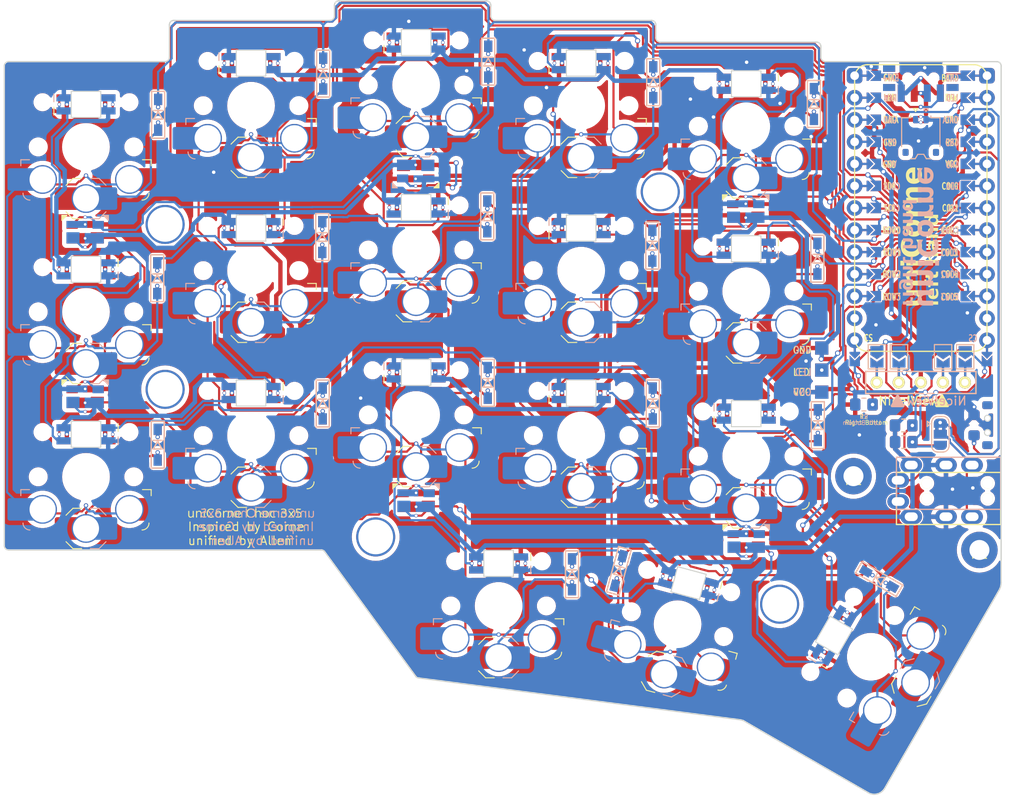
<source format=kicad_pcb>
(kicad_pcb (version 20221018) (generator pcbnew)
  (layers (0 "F.Cu" signal) (31 "B.Cu" signal) (34 "B.Paste" user) (35 "F.Paste" user) (36 "B.SilkS" user "B.Silkscreen") (37 "F.SilkS" user "F.Silkscreen") (38 "B.Mask" user) (39 "F.Mask" user) (44 "Edge.Cuts" user))
  (net 0 "")
  (net 1 "row0")
  (net 2 "Net-(D1-A)")
  (net 3 "DATA")
  (net 4 "GND")
  (net 5 "VCC")
  (net 6 "CS")
  (net 7 "SCL")
  (net 8 "SDA")
  (net 9 "LED")
  (net 10 "Net-(L1-DIN)")
  (net 11 "Net-(L2-DIN)")
  (net 12 "Net-(L2-DOUT)")
  (net 13 "Net-(L3-DIN)")
  (net 14 "Net-(L10-DOUT)")
  (net 15 "Net-(L11-DIN)")
  (net 16 "Net-(L4-DOUT)")
  (net 17 "Net-(L4-DIN)")
  (net 18 "Net-(L13-DIN)")
  (net 19 "Net-(L14-DOUT)")
  (net 20 "Net-(L15-DIN)")
  (net 21 "Net-(L10-DIN)")
  (net 22 "Net-(L11-DOUT)")
  (net 23 "Net-(L12-DIN)")
  (net 24 "Net-(L13-DOUT)")
  (net 25 "Net-(L14-DIN)")
  (net 26 "Net-(L16-DIN)")
  (net 27 "Net-(L19-DOUT)")
  (net 28 "Net-(L18-DIN)")
  (net 29 "Net-(L19-DIN)")
  (net 30 "Net-(L20-DIN)")
  (net 31 "Net-(L22-DOUT)")
  (net 32 "Net-(L23-DOUT)")
  (net 33 "unconnected-(U1-B3-Pad15)")
  (net 34 "RESET")
  (net 35 "col0")
  (net 36 "col1")
  (net 37 "Net-(D2-A)")
  (net 38 "col2")
  (net 39 "Net-(D3-A)")
  (net 40 "col3")
  (net 41 "Net-(D4-A)")
  (net 42 "col4")
  (net 43 "Net-(D5-A)")
  (net 44 "Net-(D6-A)")
  (net 45 "Net-(D7-A)")
  (net 46 "Net-(D8-A)")
  (net 47 "Net-(D9-A)")
  (net 48 "Net-(D10-A)")
  (net 49 "Net-(D11-A)")
  (net 50 "Net-(D12-A)")
  (net 51 "Net-(D13-A)")
  (net 52 "Net-(D14-A)")
  (net 53 "Net-(D15-A)")
  (net 54 "Net-(D16-A)")
  (net 55 "Net-(D17-A)")
  (net 56 "Net-(D18-A)")
  (net 57 "BAT+")
  (net 58 "row1")
  (net 59 "row2")
  (net 60 "row3")
  (net 61 "unconnected-(U1-RAW-Pad24)")
  (net 62 "unconnected-(PSW1-C-Pad3)")
  (net 63 "Net-(J2-Pin_1)")
  (net 64 "Net-(J2-Pin_4)")
  (net 65 "Net-(J2-Pin_2)")
  (net 66 "Net-(J3-Pin_2)")
  (net 67 "Net-(J2-Pin_5)")
  (net 68 "IS_LEFT")
  (net 69 "Net-(JP9-C)")
  (footprint "TB2086_MISC:M2_Hole_TH_Outside" (layer "F.Cu") (at 98.46 105.85)
    (fp_text reference "H6" hide)
    (fp_text value "MountingHole" hide)
  )
  (footprint "TB2086_LED:LED_SK6812MINI-E_rev" (layer "F.Cu") (at 158.718226 128.166926 -15)
    (fp_text reference "L17")
    (fp_text value "SK6812MINI-E" hide)
    (fp_line (start -1.7 -1.5) (end 1.7 -1.5) (stroke (width 0.12)) (layer "Edge.Cuts"))
    (fp_line (start -1.7 1.5) (end -1.7 -1.5) (stroke (width 0.12)) (layer "Edge.Cuts"))
    (fp_line (start 1.7 -1.5) (end 1.7 1.5) (stroke (width 0.12)) (layer "Edge.Cuts"))
    (fp_line (start 1.7 1.5) (end -1.7 1.5) (stroke (width 0.12)) (layer "Edge.Cuts"))
  )
  (footprint "TB2086_LED:LED_SK6812MINI-E_rev" (layer "F.Cu") (at 136.85 125.8996)
    (fp_text reference "L16")
    (fp_text value "SK6812MINI-E" hide)
    (fp_line (start -1.7 -1.5) (end 1.7 -1.5) (stroke (width 0.12)) (layer "Edge.Cuts"))
    (fp_line (start -1.7 1.5) (end -1.7 -1.5) (stroke (width 0.12)) (layer "Edge.Cuts"))
    (fp_line (start 1.7 -1.5) (end 1.7 1.5) (stroke (width 0.12)) (layer "Edge.Cuts"))
    (fp_line (start 1.7 1.5) (end -1.7 1.5) (stroke (width 0.12)) (layer "Edge.Cuts"))
  )
  (footprint "TB2086_LED:LED_SK6812MINI-E_rev" (layer "F.Cu") (at 165.35 89.6496)
    (fp_text reference "L10")
    (fp_text value "SK6812MINI-E" hide)
    (fp_line (start -1.7 -1.5) (end 1.7 -1.5) (stroke (width 0.12)) (layer "Edge.Cuts"))
    (fp_line (start -1.7 1.5) (end -1.7 -1.5) (stroke (width 0.12)) (layer "Edge.Cuts"))
    (fp_line (start 1.7 -1.5) (end 1.7 1.5) (stroke (width 0.12)) (layer "Edge.Cuts"))
    (fp_line (start 1.7 1.5) (end -1.7 1.5) (stroke (width 0.12)) (layer "Edge.Cuts"))
  )
  (footprint "TB2086_LED:LED_SK6812MINI-E_rev" (layer "F.Cu") (at 146.35 87.2746 180)
    (fp_text reference "L9")
    (fp_text value "SK6812MINI-E" hide)
    (fp_line (start -1.7 -1.5) (end 1.7 -1.5) (stroke (width 0.12)) (layer "Edge.Cuts"))
    (fp_line (start -1.7 1.5) (end -1.7 -1.5) (stroke (width 0.12)) (layer "Edge.Cuts"))
    (fp_line (start 1.7 -1.5) (end 1.7 1.5) (stroke (width 0.12)) (layer "Edge.Cuts"))
    (fp_line (start 1.7 1.5) (end -1.7 1.5) (stroke (width 0.12)) (layer "Edge.Cuts"))
  )
  (footprint "TB2086_MISC:SolderJumper-3_P1.3mm_Bridged2Bar12_RoundedPad1.0x1.5mm_rev" (layer "F.Cu") (at 187.7025 111.02 -90)
    (fp_text reference "JP9" hide)
    (fp_text value "Jumper_3_Bridged12")
  )
  (footprint "TB2086_MISC:M2_Hole_TH_Outside" (layer "F.Cu") (at 122.7 122.85)
    (fp_text reference "H4" hide)
    (fp_text value "MountingHole" hide)
  )
  (footprint "TB2086_LED:LED_SK6812MINI-E_rev" (layer "F.Cu") (at 89.35 111.0246)
    (fp_text reference "L11")
    (fp_text value "SK6812MINI-E" hide)
    (fp_line (start -1.7 -1.5) (end 1.7 -1.5) (stroke (width 0.12)) (layer "Edge.Cuts"))
    (fp_line (start -1.7 1.5) (end -1.7 -1.5) (stroke (width 0.12)) (layer "Edge.Cuts"))
    (fp_line (start 1.7 -1.5) (end 1.7 1.5) (stroke (width 0.12)) (layer "Edge.Cuts"))
    (fp_line (start 1.7 1.5) (end -1.7 1.5) (stroke (width 0.12)) (layer "Edge.Cuts"))
  )
  (footprint "TB2086_SMD:SMT 2X4X3.5MM Tactile Tact Push Button rev" (layer "F.Cu") (at 193.13 109.975 -90)
    (fp_text reference "RSW1" hide)
    (fp_text value "SMT 2X4X3.5MM Tactile Tact Push Button")
    (fp_circle (center -0.8 0) (end -0.45 0) (stroke (width 0.12)) (fill none) (layer "Edge.Cuts"))
    (fp_circle (center 0.85 0) (end 1.2 0) (stroke (width 0.12)) (fill none) (layer "Edge.Cuts"))
  )
  (footprint "TB2086_SMD:R_0805_2012Metric_Pad1.20x1.40mm_HandSolder_rev" (layer "F.Cu") (at 183.48 110.01 180)
    (fp_text reference "R3" hide)
    (fp_text value "4.7k")
  )
  (footprint "TB2086_MISC:M2_Hole_TH" (layer "F.Cu") (at 177.7 115.85)
    (fp_text reference "H2")
    (fp_text value "MountingHole")
  )
  (footprint "Jumper:SolderJumper-2_P1.3mm_Open_TrianglePad1.0x1.5mm" (layer "F.Cu") (at 180.4 102.1 -90)
    (fp_text reference "JP1" hide)
    (fp_text value "Jumper_2_Open")
  )
  (footprint "TB2086_LED:LED_SK6812MINI-E_rev" (layer "F.Cu") (at 165.35 108.6496 180)
    (fp_text reference "L15")
    (fp_text value "SK6812MINI-E" hide)
    (fp_line (start -1.7 -1.5) (end 1.7 -1.5) (stroke (width 0.12)) (layer "Edge.Cuts"))
    (fp_line (start -1.7 1.5) (end -1.7 -1.5) (stroke (width 0.12)) (layer "Edge.Cuts"))
    (fp_line (start 1.7 -1.5) (end 1.7 1.5) (stroke (width 0.12)) (layer "Edge.Cuts"))
    (fp_line (start 1.7 1.5) (end -1.7 1.5) (stroke (width 0.12)) (layer "Edge.Cuts"))
  )
  (footprint "TB2086_MISC:M2_Hole_TH_Outside" (layer "F.Cu") (at 98.46 86.85)
    (fp_text reference "H7" hide)
    (fp_text value "MountingHole" hide)
  )
  (footprint "TB2086_MISC:Nice!View" (layer "F.Cu") (at 185.45 105.05 180)
    (fp_text reference "J2" hide)
    (fp_text value "Conn_01x05" hide)
  )
  (footprint "Jumper:SolderJumper-2_P1.3mm_Open_TrianglePad1.0x1.5mm" (layer "F.Cu") (at 190.56 102.1 -90)
    (fp_text reference "JP4" hide)
    (fp_text value "Jumper_2_Open")
  )
  (footprint "TB2086_LED:LED_SK6812MINI-E_rev" (layer "F.Cu") (at 175.456451 134.2 -120)
    (fp_text reference "L18")
    (fp_text value "SK6812MINI-E" hide)
    (fp_line (start -1.7 -1.5) (end 1.7 -1.5) (stroke (width 0.12)) (layer "Edge.Cuts"))
    (fp_line (start -1.7 1.5) (end -1.7 -1.5) (stroke (width 0.12)) (layer "Edge.Cuts"))
    (fp_line (start 1.7 -1.5) (end 1.7 1.5) (stroke (width 0.12)) (layer "Edge.Cuts"))
    (fp_line (start 1.7 1.5) (end -1.7 1.5) (stroke (width 0.12)) (layer "Edge.Cuts"))
  )
  (footprint "TB2086_SMD:Molex_Pico-EZmate_78171-0002_1x02-1MP_P1.20mm_Vertical_rev" (layer "F.Cu") (at 185.45 76.65)
    (fp_text reference "J3" hide)
    (fp_text value "Conn_01x02")
  )
  (footprint "TB2086_MISC:ProMicro-ish-dn-rev-unrouted_3x6" (layer "F.Cu") (at 185.3 86.28)
    (fp_text reference "U1" hide)
    (fp_text value "ProMicro-ish")
  )
  (footprint "TB2086_LED:LED_SK6812MINI-E_rev" (layer "F.Cu") (at 127.35 103.8996 180)
    (fp_text reference "L13")
    (fp_text value "SK6812MINI-E" hide)
    (fp_line (start -1.7 -1.5) (end 1.7 -1.5) (stroke (width 0.12)) (layer "Edge.Cuts"))
    (fp_line (start -1.7 1.5) (end -1.7 -1.5) (stroke (width 0.12)) (layer "Edge.Cuts"))
    (fp_line (start 1.7 -1.5) (end 1.7 1.5) (stroke (width 0.12)) (layer "Edge.Cuts"))
    (fp_line (start 1.7 1.5) (end -1.7 1.5) (stroke (width 0.12)) (layer "Edge.Cuts"))
  )
  (footprint "TB2086_LED:LED_SK6812MINI-E_rev" (layer "F.Cu") (at 108.35 106.2746)
    (fp_text reference "L12")
    (fp_text value "SK6812MINI-E" hide)
    (fp_line (start -1.7 -1.5) (end 1.7 -1.5) (stroke (width 0.12)) (layer "Edge.Cuts"))
    (fp_line (start -1.7 1.5) (end -1.7 -1.5) (stroke (width 0.12)) (layer "Edge.Cuts"))
    (fp_line (start 1.7 -1.5) (end 1.7 1.5) (stroke (width 0.12)) (layer "Edge.Cuts"))
    (fp_line (start 1.7 1.5) (end -1.7 1.5) (stroke (width 0.12)) (layer "Edge.Cuts"))
  )
  (footprint "TB2086_LED:LED_SK6812MINI-E_rev" (layer "F.Cu") (at 108.35 68.2746 180)
    (fp_text reference "L2")
    (fp_text value "SK6812MINI-E" hide)
    (fp_line (start -1.7 -1.5) (end 1.7 -1.5) (stroke (width 0.12)) (layer "Edge.Cuts"))
    (fp_line (start -1.7 1.5) (end -1.7 -1.5) (stroke (width 0.12)) (layer "Edge.Cuts"))
    (fp_line (start 1.7 -1.5) (end 1.7 1.5) (stroke (width 0.12)) (layer "Edge.Cuts"))
    (fp_line (start 1.7 1.5) (end -1.7 1.5) (stroke (width 0.12)) (layer "Edge.Cuts"))
  )
  (footprint "TB2086_MISC:M2_Hole_TH_Outside" (layer "F.Cu") (at 169.2 130.6)
    (fp_text reference "H3" hide)
    (fp_text value "MountingHole" hide)
  )
  (footprint "TB2086_SMD:R_0805_2012Metric_Pad1.20x1.40mm_HandSolder_rev" (layer "F.Cu") (at 183.49 111.92)
    (fp_text reference "R4" hide)
    (fp_text value "4.7k")
  )
  (footprint "TB2086_LED:LED_SK6812MINI-E_rev" (layer "F.Cu") (at 146.35 68.2746 180)
    (fp_text reference "L4")
    (fp_text value "SK6812MINI-E" hide)
    (fp_line (start -1.7 -1.5) (end 1.7 -1.5) (stroke (width 0.12)) (layer "Edge.Cuts"))
    (fp_line (start -1.7 1.5) (end -1.7 -1.5) (stroke (width 0.12)) (layer "Edge.Cuts"))
    (fp_line (start 1.7 -1.5) (end 1.7 1.5) (stroke (width 0.12)) (layer "Edge.Cuts"))
    (fp_line (start 1.7 1.5) (end -1.7 1.5) (stroke (width 0.12)) (layer "Edge.Cuts"))
  )
  (footprint "TB2086_LED:LED_SK6812MINI-E_rev" (layer "F.Cu") (at 165.35 70.6496)
    (fp_text reference "L5")
    (fp_text value "SK6812MINI-E" hide)
    (fp_line (start -1.7 -1.5) (end 1.7 -1.5) (stroke (width 0.12)) (layer "Edge.Cuts"))
    (fp_line (start -1.7 1.5) (end -1.7 -1.5) (stroke (width 0.12)) (layer "Edge.Cuts"))
    (fp_line (start 1.7 -1.5) (end 1.7 1.5) (stroke (width 0.12)) (layer "Edge.Cuts"))
    (fp_line (start 1.7 1.5) (end -1.7 1.5) (stroke (width 0.12)) (layer "Edge.Cuts"))
  )
  (footprint "TB2086_LED:LED_SK6812MINI-E_rev" (layer "F.Cu") (at 127.35 84.8996)
    (fp_text reference "L8")
    (fp_text value "SK6812MINI-E" hide)
    (fp_line (start -1.7 -1.5) (end 1.7 -1.5) (stroke (width 0.12)) (layer "Edge.Cuts"))
    (fp_line (start -1.7 1.5) (end -1.7 -1.5) (stroke (width 0.12)) (layer "Edge.Cuts"))
    (fp_line (start 1.7 -1.5) (end 1.7 1.5) (stroke (width 0.12)) (layer "Edge.Cuts"))
    (fp_line (start 1.7 1.5) (end -1.7 1.5) (stroke (width 0.12)) (layer "Edge.Cuts"))
  )
  (footprint "TB2086_LED:LED_SK6812MINI-E_rev" (layer "F.Cu") (at 108.35 87.2746)
    (fp_text reference "L7")
    (fp_text value "SK6812MINI-E" hide)
    (fp_line (start -1.7 -1.5) (end 1.7 -1.5) (stroke (width 0.12)) (layer "Edge.Cuts"))
    (fp_line (start -1.7 1.5) (end -1.7 -1.5) (stroke (width 0.12)) (layer "Edge.Cuts"))
    (fp_line (start 1.7 -1.5) (end 1.7 1.5) (stroke (width 0.12)) (layer "Edge.Cuts"))
    (fp_line (start 1.7 1.5) (end -1.7 1.5) (stroke (width 0.12)) (layer "Edge.Cuts"))
  )
  (footprint "TB2086_MISC:M2_Hole_TH" (layer "F.Cu") (at 192.2 124.35)
    (fp_text reference "H1")
    (fp_text value "MountingHole")
  )
  (footprint "TB2086_SMD:SW_SPDT_PCM12_reversible" (layer "F.Cu") (at 185.45 70.3 180)
    (fp_text reference "PSW1" hide)
    (fp_text value "SW_SPDT" hide)
  )
  (footprint "TB2086_MISC:StripLED_rev" (layer "F.Cu") (at 174.05 101.092)
    (fp_text reference "J4" hide)
    (fp_text value "Conn_01x03" hide)
  )
  (footprint "TB2086_LED:LED_SK6812MINI-E_rev" (layer "F.Cu") (at 146.35 106.2746 180)
    (fp_text reference "L14")
    (fp_text value "SK6812MINI-E" hide)
    (fp_line (start -1.7 -1.5) (end 1.7 -1.5) (stroke (width 0.12)) (layer "Edge.Cuts"))
    (fp_line (start -1.7 1.5) (end -1.7 -1.5) (stroke (width 0.12)) (layer "Edge.Cuts"))
    (fp_line (start 1.7 -1.5) (end 1.7 1.5) (stroke (width 0.12)) (layer "Edge.Cuts"))
    (fp_line (start 1.7 1.5) (end -1.7 1.5) (stroke (width 0.12)) (layer "Edge.Cuts"))
  )
  (footprint "TB2086_MISC:M2_Hole_TH_Outside" (layer "F.Cu") (at 155.46 83.1)
    (fp_text reference "H5" hide)
    (fp_text value "MountingHole" hide)
  )
  (footprint "TB2086_MISC:TRRS-PJ-320A-rev" (layer "F.Cu") (at 194.65 118.42 -90)
    (fp_text reference "J1" hide)
    (fp_text value "MJ-4PP-9" hide)
  )
  (footprint "Jumper:SolderJumper-2_P1.3mm_Open_TrianglePad1.0x1.5mm" (layer "F.Cu") (at 182.94 102.1 -90)
    (fp_text reference "JP2" hide)
    (fp_text value "Jumper_2_Open")
  )
  (footprint "TB2086_LED:LED_SK6812MINI-E_rev" (layer "F.Cu") (at 127.35 65.8996 180)
    (fp_text reference "L3")
    (fp_text value "SK6812MINI-E" hide)
    (fp_line (start -1.7 -1.5) (end 1.7 -1.5) (stroke (width 0.12)) (layer "Edge.Cuts"))
    (fp_line (start -1.7 1.5) (end -1.7 -1.5) (stroke (width 0.12)) (layer "Edge.Cuts"))
    (fp_line (start 1.7 -1.5) (end 1.7 1.5) (stroke (width 0.12)) (layer "Edge.Cuts"))
    (fp_line (start 1.7 1.5) (end -1.7 1.5) (stroke (width 0.12)) (layer "Edge.Cuts"))
  )
  (footprint "Resistor_SMD:R_0805_2012Metric_Pad1.20x1.40mm_HandSolder" (layer "F.Cu") (at 178.9 107.6)
    (fp_text reference "R2")
    (fp_text value "10k")
  )
  (footprint "TB2086_LED:LED_SK6812MINI-E_rev" (layer "F.Cu") (at 89.35 73.0246 180)
    (fp_text reference "L1")
    (fp_text value "SK6812MINI-E" hide)
    (fp_line (start -1.7 -1.5) (end 1.7 -1.5) (stroke (width 0.12)) (layer "Edge.Cuts"))
    (fp_line (start -1.7 1.5) (end -1.7 -1.5) (stroke (width 0.12)) (layer "Edge.Cuts"))
    (fp_line (start 1.7 -1.5) (end 1.7 1.5) (stroke (width 0.12)) (layer "Edge.Cuts"))
    (fp_line (start 1.7 1.5) (end -1.7 1.5) (stroke (width 0.12)) (layer "Edge.Cuts"))
  )
  (footprint "Jumper:SolderJumper-2_P1.3mm_Open_TrianglePad1.0x1.5mm" (layer "F.Cu") (at 188.02 102.1 -90)
    (fp_text reference "JP3" hide)
    (fp_text value "Jumper_2_Open")
  )
  (footprint "TB2086_LED:LED_SK6812MINI-E_rev" (layer "F.Cu") (at 89.35 92.0246)
    (fp_text reference "L6")
    (fp_text value "SK6812MINI-E" hide)
    (fp_line (start -1.7 -1.5) (end 1.7 -1.5) (stroke (width 0.12)) (layer "Edge.Cuts"))
    (fp_line (start -1.7 1.5) (end -1.7 -1.5) (stroke (width 0.12)) (layer "Edge.Cuts"))
    (fp_line (start 1.7 -1.5) (end 1.7 1.5) (stroke (width 0.12)) (layer "Edge.Cuts"))
    (fp_line (start 1.7 1.5) (end -1.7 1.5) (stroke (width 0.12)) (layer "Edge.Cuts"))
  )
  (footprint "TB2086_SMD:D3_SMD_rev" (layer "B.Cu") (at 180.653848 127.7 -30)
    (fp_text reference "D18" hide)
    (fp_text value "D" hide)
  )
  (footprint "Jumper:SolderJumper-2_P1.3mm_Open_TrianglePad1.0x1.5mm" (layer "B.Cu") (at 182.94 102.1 -90)
    (fp_text reference "JP6" hide)
    (fp_text value "Jumper_2_Open")
  )
  (footprint "TB2086_SMD:D3_SMD_rev" (layer "B.Cu") (at 97.6 112.225 -90)
    (fp_text reference "D11" hide)
    (fp_text value "D" hide)
  )
  (footprint "TB2086_KEYSWITCH:SW_choc_v1_v2_HS_1u_reversible" (layer "B.Cu") (at 127.35 89.7996 180)
    (fp_text reference "SW8" hide)
    (fp_text value "SW_CHOC_HS" hide)
  )
  (footprint "TB2086_KEYSWITCH:SW_choc_v1_v2_HS_1u_reversible" (layer "B.Cu") (at 89.35 77.9246 180)
    (fp_text reference "SW1" hide)
    (fp_text value "SW_CHOC_HS" hide)
  )
  (footprint "TB2086_KEYSWITCH:SW_choc_v1_v2_HS_1u_reversible" (layer "B.Cu") (at 165.35 113.5496 180)
    (fp_text reference "SW15" hide)
    (fp_text value "SW_CHOC_HS" hide)
  )
  (footprint "TB2086_SMD:D3_SMD_rev" (layer "B.Cu") (at 173.15 72.975 -90)
    (fp_text reference "D5" hide)
    (fp_text value "D" hide)
  )
  (footprint "TB2086_KEYSWITCH:SW_choc_v1_v2_HS_1u_reversible" (layer "B.Cu") (at 89.35 115.9246 180)
    (fp_text reference "SW11" hide)
    (fp_text value "SW_CHOC_HS" hide)
  )
  (footprint "Jumper:SolderJumper-2_P1.3mm_Open_TrianglePad1.0x1.5mm" (layer "B.Cu") (at 180.4 102.1 -90)
    (fp_text reference "JP5" hide)
    (fp_text value "Jumper_2_Open")
  )
  (footprint "TB2086_KEYSWITCH:SW_choc_v1_v2_HS_1u_reversible" (layer "B.Cu") (at 146.35 92.1746 180)
    (fp_text reference "SW9" hide)
    (fp_text value "SW_CHOC_HS" hide)
  )
  (footprint "TB2086_SMD:D3_SMD_rev" (layer "B.Cu") (at 145.3 127.15 -90)
    (fp_text reference "D16" hide)
    (fp_text value "D" hide)
  )
  (footprint "TB2086_SMD:D3_SMD_rev" (layer "B.Cu") (at 135.6 105.1 -90)
    (fp_text reference "D13" hide)
    (fp_text value "D" hide)
  )
  (footprint "TB2086_KEYSWITCH:SW_choc_v1_v2_HS_1u_reversible" (layer "B.Cu") (at 89.35 96.9246 180)
    (fp_text reference "SW6" hide)
    (fp_text value "SW_CHOC_HS" hide)
  )
  (footprint "TB2086_SMD:D3_SMD_rev" (layer "B.Cu") (at 154.6 107.475 -90)
    (fp_text reference "D14" hide)
    (fp_text value "D" hide)
  )
  (footprint "TB2086_LED:LED_SK6812MINI_PLCC4_3.5x3.5mm_P1.75mm_rev_all" (layer "B.Cu") (at 127.3 80.7 180)
    (fp_text reference "L20" hide)
    (fp_text value "SK6812MINI")
  )
  (footprint "TB2086_KEYSWITCH:SW_choc_v1_v2_HS_1u_reversible" (layer "B.Cu") (at 146.35 73.1746 180)
    (fp_text reference "SW4" hide)
    (fp_text value "SW_CHOC_HS" hide)
  )
  (footprint "TB2086_KEYSWITCH:SW_choc_v1_v2_HS_1u_reversible" (layer "B.Cu") (at 146.35 111.1746 180)
    (fp_text reference "SW14" hide)
    (fp_text value "SW_CHOC_HS" hide)
  )
  (footprint "TB2086_SMD:D3_SMD_rev" (layer "B.Cu") (at 116.55 88.3 -90)
    (fp_text reference "D7" hide)
    (fp_text value "D" hide)
  )
  (footprint "TB2086_SMD:D3_SMD_rev" (layer "B.Cu") (at 173.6 109.975 -90)
    (fp_text reference "D15" hide)
    (fp_text value "D" hide)
  )
  (footprint "TB2086_SMD:D3_SMD_rev" (layer "B.Cu") (at 150.688513 126.762749 -105)
    (fp_text reference "D17" hide)
    (fp_text value "D" hide)
  )
  (footprint "TB2086_SMD:D3_SMD_rev" (layer "B.Cu") (at 135.65 68.1 -90)
    (fp_text reference "D3" hide)
    (fp_text value "D" hide)
  )
  (footprint "TB2086_SMD:D3_SMD_rev" (layer "B.Cu") (at 116.6 107.475 -90)
    (fp_text reference "D12" hide)
    (fp_text value "D" hide)
  )
  (footprint "Resistor_SMD:R_0805_2012Metric_Pad1.20x1.40mm_HandSolder" (layer "B.Cu") (at 178.9 107.6)
    (fp_text reference "R1")
    (fp_text value "10k")
  )
  (footprint "TB2086_KEYSWITCH:SW_choc_v1_v2_HS_1u_reversible" (layer "B.Cu") (at 157.45 132.9 165)
    (fp_text reference "SW17" hide)
    (fp_text value "SW_CHOC_HS" hide)
  )
  (footprint "TB2086_KEYSWITCH:SW_choc_v1_v2_HS_1.5u_reversible" (layer "B.Cu") (at 179.7 136.65 -120)
    (fp_text reference "SW18" hide)
    (fp_text value "SW_CHOC_HS" hide)
  )
  (footprint "TB2086_KEYSWITCH:SW_choc_v1_v2_HS_1u_reversible" (layer "B.Cu") (at 108.35 73.1746 180)
    (fp_text reference "SW2" hide)
    (fp_text value "SW_CHOC_HS" hide)
  )
  (footprint "TB2086_SMD:D3_SMD_rev" (layer "B.Cu") (at 154.55 89.3 -90)
    (fp_text reference "D9" hide)
    (fp_text value "D" hide)
  )
  (footprint "TB2086_KEYSWITCH:SW_choc_v1_v2_HS_1u_reversible" (layer "B.Cu") (at 165.35 75.5496 180)
    (fp_text reference "SW5" hide)
    (fp_text value "SW_CHOC_HS" hide)
  )
  (footprint "TB2086_LED:LED_SK6812MINI_PLCC4_3.5x3.5mm_P1.75mm_rev_all" (layer "B.Cu") (at 165.3 85.375)
    (fp_text reference "L21" hide)
    (fp_text value "SK6812MINI")
  )
  (footprint "TB2086_LED:LED_SK6812MINI_PLCC4_3.5x3.5mm_P1.75mm_rev_all" (layer "B.Cu") (at 89.25 87.75)
    (fp_text reference "L19" hide)
    (fp_text value "SK6812MINI")
  )
  (footprint "TB2086_KEYSWITCH:SW_choc_v1_v2_HS_1u_reversible" (layer "B.Cu") (at 127.35 108.7996 180)
    (fp_text reference "SW13" hide)
    (fp_text value "SW_CHOC_HS" hide)
  )
  (footprint "TB2086_SMD:D3_SMD_rev" (layer "B.Cu") (at 97.55 93.05 -90)
    (fp_text reference "D6" hide)
    (fp_text value "D" hide)
  )
  (footprint "TB2086_SMD:D3_SMD_rev" (layer "B.Cu") (at 97.65 74.225 -90)
    (fp_text reference "D1" hide)
    (fp_text value "D" hide)
  )
  (footprint "TB2086_SMD:D3_SMD_rev" (layer "B.Cu") (at 116.65 69.475 -90)
    (fp_text reference "D2" hide)
    (fp_text value "D" hide)
  )
  (footprint "TB2086_SMD:D3_SMD_rev" (layer "B.Cu") (at 135.55 85.925 -90)
    (fp_text reference "D8" hide)
    (fp_text value "D" hide)
  )
  (footprint "TB2086_LED:LED_SK6812MINI_PLCC4_3.5x3.5mm_P1.75mm_rev_all" (layer "B.Cu") (at 127.35 118.675)
    (fp_text reference "L23" hide)
    (fp_text value "SK6812MINI")
  )
  (footprint "Jumper:SolderJumper-2_P1.3mm_Open_TrianglePad1.0x1.5mm" (layer "B.Cu") (at 188.02 102.1 -90)
    (fp_text reference "JP7" hide)
    (fp_text value "Jumper_2_Open")
  )
  (footprint "TB2086_LED:LED_SK6812MINI_PLCC4_3.5x3.5mm_P1.75mm_rev_all" (layer "B.Cu") (at 89.25 106.7)
    (fp_text reference "L22" hide)
    (fp_text value "SK6812MINI")
  )
  (footprint "TB2086_LED:LED_SK6812MINI_PLCC4_3.5x3.5mm_P1.75mm_rev_all" (layer "B.Cu") (at 165.35 123.375)
    (fp_text reference "L24" hide)
    (fp_text value "SK6812MINI")
  )
  (footprint "TB2086_SMD:D3_SMD_rev" (layer "B.Cu") (at 154.65 70.475 -90)
    (fp_text reference "D4" hide)
    (fp_text value "D" hide)
  )
  (footprint "TB2086_KEYSWITCH:SW_choc_v1_v2_HS_1u_reversible" (layer "B.Cu") (at 136.85 130.7996 180)
    (fp_text reference "SW16" hide)
    (fp_text value "SW_CHOC_HS" hide)
  )
  (footprint "TB2086_KEYSWITCH:SW_choc_v1_v2_HS_1u_reversible" (layer "B.Cu") (at 165.35 94.5496 180)
    (fp_text reference "SW10" hide)
    (fp_text value "SW_CHOC_HS" hide)
  )
  (footprint "TB2086_KEYSWITCH:SW_choc_v1_v2_HS_1u_reversible" (layer "B.Cu") (at 127.35 70.7996 180)
    (fp_text reference "SW3" hide)
    (fp_text value "SW_CHOC_HS" hide)
  )
  (footprint "TB2086_KEYSWITCH:SW_choc_v1_v2_HS_1u_reversible" (layer "B.Cu") (at 108.35 92.1746 180)
    (fp_text reference "SW7" hide)
    (fp_text value "SW_CHOC_HS" hide)
  )
  (footprint "Jumper:SolderJumper-2_P1.3mm_Open_TrianglePad1.0x1.5mm" (layer "B.Cu") (at 190.56 102.1 -90)
    (fp_text reference "JP8" hide)
    (fp_text value "Jumper_2_Open")
  )
  (footprint "TB2086_KEYSWITCH:SW_choc_v1_v2_HS_1u_reversible" (layer "B.Cu") (at 108.35 111.1746 180)
    (fp_text reference "SW12" hide)
    (fp_text value "SW_CHOC_HS" hide)
  )
  (footprint "TB2086_SMD:D3_SMD_rev" (layer "B.Cu") (at 173.55 90.8 -90)
    (fp_text reference "D10" hide)
    (fp_text value "D" hide)
  )
  (gr_line (start 173.45 65.85) (end 155.45 65.85) (stroke (width 0.15)) (layer "Edge.Cuts"))
  (gr_line (start 154.95 65.35) (end 154.95 63.85) (stroke (width 0.15)) (layer "Edge.Cuts"))
  (gr_arc (start 127.7 139.1) (mid 127.508658 139.06194) (end 127.346447 138.953553) (stroke (width 0.15)) (layer "Edge.Cuts"))
  (gr_arc (start 194.7 128.075) (mid 194.645218 128.526668) (end 194.472764 128.947696) (stroke (width 0.15)) (layer "Edge.Cuts"))
  (gr_line (start 116.8 124.5) (end 127.35 138.95) (stroke (width 0.15)) (layer "Edge.Cuts"))
  (gr_arc (start 174.45 68.1) (mid 174.096447 67.953553) (end 173.95 67.6) (stroke (width 0.15)) (layer "Edge.Cuts"))
  (gr_line (start 127.7 139.1) (end 164.370556 143.870344) (stroke (width 0.15)) (layer "Edge.Cuts"))
  (gr_line (start 154.45 63.35) (end 136.45 63.35) (stroke (width 0.15)) (layer "Edge.Cuts"))
  (gr_arc (start 136.45 63.35) (mid 136.096447 63.203553) (end 135.95 62.85) (stroke (width 0.15)) (layer "Edge.Cuts"))
  (gr_line (start 165.025 144) (end 179.35 152.275) (stroke (width 0.15)) (layer "Edge.Cuts"))
  (gr_line (start 173.95 66.35) (end 173.95 67.6) (stroke (width 0.15)) (layer "Edge.Cuts"))
  (gr_arc (start 135.45 61.1) (mid 135.803553 61.246447) (end 135.95 61.6) (stroke (width 0.15)) (layer "Edge.Cuts"))
  (gr_line (start 135.95 62.85) (end 135.95 61.6) (stroke (width 0.15)) (layer "Edge.Cuts"))
  (gr_arc (start 98.95 67.6) (mid 98.803553 67.953553) (end 98.45 68.1) (stroke (width 0.15)) (layer "Edge.Cuts"))
  (gr_arc (start 164.370556 143.870344) (mid 164.700953 143.919147) (end 165.025 144) (stroke (width 0.15)) (layer "Edge.Cuts"))
  (gr_arc (start 117.95 62.85) (mid 117.803553 63.203553) (end 117.45 63.35) (stroke (width 0.15)) (layer "Edge.Cuts"))
  (gr_line (start 117.45 63.35) (end 99.45 63.35) (stroke (width 0.15)) (layer "Edge.Cuts"))
  (gr_arc (start 98.95 63.85) (mid 99.096447 63.496447) (end 99.45 63.35) (stroke (width 0.15)) (layer "Edge.Cuts"))
  (gr_arc (start 154.45 63.35) (mid 154.803553 63.496447) (end 154.95 63.85) (stroke (width 0.15)) (layer "Edge.Cuts"))
  (gr_arc (start 194.2 68.1) (mid 194.553553 68.246447) (end 194.7 68.6) (stroke (width 0.15)) (layer "Edge.Cuts"))
  (gr_line (start 135.45 61.1) (end 118.45 61.1) (stroke (width 0.15)) (layer "Edge.Cuts"))
  (gr_line (start 79.95 68.6) (end 79.95 123.85) (stroke (width 0.15)) (layer "Edge.Cuts"))
  (gr_line (start 116.45 124.35) (end 80.45 124.35) (stroke (width 0.15)) (layer "Edge.Cuts"))
  (gr_arc (start 117.95 61.6) (mid 118.096447 61.246447) (end 118.45 61.1) (stroke (width 0.15)) (layer "Edge.Cuts"))
  (gr_line (start 194.7 68.6) (end 194.7 128.075) (stroke (width 0.15)) (layer "Edge.Cuts"))
  (gr_arc (start 80.45 124.35) (mid 80.096447 124.203553) (end 79.95 123.85) (stroke (width 0.15)) (layer "Edge.Cuts"))
  (gr_line (start 98.45 68.1) (end 80.45 68.1) (stroke (width 0.15)) (layer "Edge.Cuts"))
  (gr_arc (start 79.95 68.6) (mid 80.096447 68.246447) (end 80.45 68.1) (stroke (width 0.15)) (layer "Edge.Cuts"))
  (gr_line (start 181.25 151.875) (end 194.475 128.95) (stroke (width 0.15)) (layer "Edge.Cuts"))
  (gr_line (start 194.2 68.1) (end 174.45 68.1) (stroke (width 0.15)) (layer "Edge.Cuts"))
  (gr_line (start 98.95 63.85) (end 98.95 67.6) (stroke (width 0.15)) (layer "Edge.Cuts"))
  (gr_line (start 117.95 61.6) (end 117.95 62.85) (stroke (width 0.15)) (layer "Edge.Cuts"))
  (gr_arc (start 116.45 124.35) (mid 116.641342 124.38806) (end 116.803553 124.496447) (stroke (width 0.15)) (layer "Edge.Cuts"))
  (gr_arc (start 173.45 65.85) (mid 173.803553 65.996447) (end 173.95 66.35) (stroke (width 0.15)) (layer "Edge.Cuts"))
  (gr_arc (start 181.242949 151.878583) (mid 180.377399 152.463216) (end 179.35 152.275) (stroke (width 0.15)) (layer "Edge.Cuts"))
  (gr_arc (start 155.45 65.85) (mid 155.096447 65.703553) (end 154.95 65.35) (stroke (width 0.15)) (layer "Edge.Cuts"))
  (gr_text "▲" (at 183.91 107.95) (layer "B.SilkS") (effects (font (size 1.5 1.5) (thickness 0.3) bold) (justify left bottom mirror)))
  (gr_text "Inspired by Corne\nunified by Allen" (at 115.71 122.475) (layer "B.SilkS") (effects (font (size 1 1) (thickness 0.125)) (justify left mirror)))
  (gr_text "Left Bottom" (at 180.92 109.69) (layer "B.SilkS") (effects (font (size 0.5 0.5) (thickness 0.075)) (justify left mirror)))
  (gr_text "GND" (at 171.8 106.172) (layer "B.SilkS") (effects (font (size 0.8 0.7) (thickness 0.125)) (justify mirror)))
  (gr_text "VCC" (at 171.8 101.33) (layer "B.SilkS") (effects (font (size 0.8 0.7) (thickness 0.125)) (justify mirror)))
  (gr_text "uniCorne Choc 3x5" (at 115.71 120.2) (layer "B.SilkS") (effects (font (size 1 1) (thickness 0.125)) (justify left mirror)))
  (gr_text "LED" (at 171.9 103.872) (layer "B.SilkS") (effects (font (size 0.8 0.7) (thickness 0.125)) (justify mirror)))
  (gr_text "right hand" (at 183.134 96.266 270) (layer "B.SilkS") (effects (font (size 1.5 1.5) (thickness 0.3) bold italic) (justify left bottom mirror)))
  (gr_text "uniCorne" (at 184.720482 96.45 -90) (layer "B.SilkS") (effects (font (size 2.3 2.3) (thickness 0.3) bold italic) (justify left bottom mirror)))
  (gr_text "Right Bottom" (at 176.67 109.67) (layer "F.SilkS") (effects (font (size 0.5 0.5) (thickness 0.075)) (justify left)))
  (gr_text "▲" (at 189.03 107.94) (layer "F.SilkS") (effects (font (size 1.5 1.5) (thickness 0.3) bold) (justify left bottom mirror)))
  (gr_text "left hand" (at 187.706 96.266 90) (layer "F.SilkS") (effects (font (size 1.5 1.5) (thickness 0.3) bold italic) (justify left bottom)))
  (gr_text "GND" (at 171.8 101.33) (layer "F.SilkS") (effects (font (size 0.8 0.7) (thickness 0.125))))
  (gr_text "VCC" (at 171.8 106.172) (layer "F.SilkS") (effects (font (size 0.8 0.7) (thickness 0.125))))
  (gr_text "Inspired by Corne\nunified by Allen" (at 101 122.475) (layer "F.SilkS") (effects (font (size 1 1) (thickness 0.125)) (justify left)))
  (gr_text "LED" (at 171.7 103.872) (layer "F.SilkS") (effects (font (size 0.8 0.7) (thickness 0.125))))
  (gr_text "uniCorne" (at 185.928 96.45 90) (layer "F.SilkS") (effects (font (size 2.3 2.3) (thickness 0.3) bold italic) (justify left bottom)))
  (gr_text "uniCorne Choc 3x5" (at 101 120.2) (layer "F.SilkS") (effects (font (size 1 1) (thickness 0.125)) (justify left)))
  (segment (start 180.6264 88.024289) (end 180.6264 87.4992) (width 0.25) (layer "F.Cu") (net 1))
  (segment (start 180.7772 87.65) (end 189.358678 87.65) (width 0.25) (layer "F.Cu") (net 1))
  (segment (start 189.358678 87.65) (end 189.469339 87.539339) (width 0.25) (layer "F.Cu") (net 1))
  (segment (start 180.6264 87.4992) (end 180.7772 87.65) (width 0.25) (layer "F.Cu") (net 1))
  (segment (start 180.095189 88.5555) (end 180.6264 88.024289) (width 0.25) (layer "F.Cu") (net 1))
  (via (at 189.469339 87.539339) (size 0.6) (drill 0.4) (layers "F.Cu" "B.Cu") (net 1))
  (via (at 180.095189 88.5555) (size 0.6) (drill 0.4) (layers "F.Cu" "B.Cu") (net 1))
  (segment (start 135.36 61.34) (end 135.68 61.66) (width 0.25) (layer "B.Cu") (net 1))
  (segment (start 179.926489 88.7242) (end 180.095189 88.5555) (width 0.25) (layer "B.Cu") (net 1))
  (segment (start 174.39 75.872792) (end 173.455 76.807792) (width 0.25) (layer "B.Cu") (net 1))
  (segment (start 173.06 81.34) (end 173.06 85.32) (width 0.25) (layer "B.Cu") (net 1))
  (segment (start 154.42 63.56) (end 154.65 63.79) (width 0.25) (layer "B.Cu") (net 1))
  (segment (start 118.55 61.34) (end 135.36 61.34) (width 0.25) (layer "B.Cu") (net 1))
  (segment (start 174.39 72.44) (end 174.39 75.872792) (width 0.25) (layer "B.Cu") (net 1))
  (segment (start 154.65 68.7) (end 154.65 66.53) (width 0.25) (layer "B.Cu") (net 1))
  (segment (start 99.65 63.59) (end 116.36 63.59) (width 0.25) (layer "B.Cu") (net 1))
  (segment (start 176.4642 88.7242) (end 179.926489 88.7242) (width 0.25) (layer "B.Cu") (net 1))
  (segment (start 173.73 66.62) (end 173.73 70.62) (width 0.25) (layer "B.Cu") (net 1))
  (segment (start 136.3 63.56) (end 154.42 63.56) (width 0.25) (layer "B.Cu") (net 1))
  (segment (start 97.65 72.45) (end 97.65 69.28793) (width 0.25) (layer "B.Cu") (net 1))
  (segment (start 135.68 61.66) (end 135.68 66.26795) (width 0.25) (layer "B.Cu") (net 1))
  (segment (start 154.65 63.79) (end 154.65 68.7) (width 0.25) (layer "B.Cu") (net 1))
  (segment (start 99.21 67.72793) (end 99.21 64.03) (width 0.25) (layer "B.Cu") (net 1))
  (segment (start 173.22 66.11) (end 173.73 66.62) (width 0.25) (layer "B.Cu") (net 1))
  (segment (start 173.06 85.32) (end 176.4642 88.7242) (width 0.25) (layer "B.Cu") (net 1))
  (segment (start 117.706243 63.481687) (end 118.17 63.01793) (width 0.25) (layer "B.Cu") (net 1))
  (segment (start 189.469339 87.539339) (end 190.238261 87.539339) (width 0.25) (layer "B.Cu") (net 1))
  (segment (start 118.17 63.01793) (end 118.17 61.72) (width 0.25) (layer "B.Cu") (net 1))
  (segment (start 173.15 71.2) (end 174.39 72.44) (width 0.25) (layer "B.Cu") (net 1))
  (segment (start 117.048313 63.481687) (end 117.706243 63.481687) (width 0.25) (layer "B.Cu") (net 1))
  (segment (start 173.455 80.945) (end 173.06 81.34) (width 0.25) (layer "B.Cu") (net 1))
  (segment (start 118.17 61.72) (end 118.55 61.34) (width 0.25) (layer "B.Cu") (net 1))
  (segment (start 135.68 66.295) (end 135.68 64.18) (width 0.25) (layer "B.Cu") (net 1))
  (segment (start 154.65 66.53) (end 155.07 66.11) (width 0.25) (layer "B.Cu") (net 1))
  (segment (start 155.07 66.11) (end 173.22 66.11) (width 0.25) (layer "B.Cu") (net 1))
  (segment (start 173.73 70.62) (end 173.15 71.2) (width 0.25) (layer "B.Cu") (net 1))
  (segment (start 99.21 64.03) (end 99.65 63.59) (width 0.25) (layer "B.Cu") (net 1))
  (segment (start 116.65 68.275) (end 116.65 63.88) (width 0.25) (layer "B.Cu") (net 1))
  (segment (start 173.455 76.807792) (end 173.455 80.945) (width 0.25) (layer "B.Cu") (net 1))
  (segment (start 116.36 63.59) (end 116.65 63.88) (width 0.25) (layer "B.Cu") (net 1))
  (segment (start 116.65 63.88) (end 117.048313 63.481687) (width 0.25) (layer "B.Cu") (net 1))
  (segment (start 97.65 69.28793) (end 99.21 67.72793) (width 0.25) (layer "B.Cu") (net 1))
  (segment (start 135.68 64.18) (end 136.3 63.56) (width 0.25) (layer "B.Cu") (net 1))
  (segment (start 116.65 63.88) (end 116.65 67.7) (width 0.25) (layer "B.Cu") (net 1))
  (segment (start 96.82 76.83) (end 96.82 81.997672) (width 0.25) (layer "B.Cu") (net 2))
  (segment (start 96.82 81.997672) (end 95.167672 83.65) (width 0.25) (layer "B.Cu") (net 2))
  (segment (start 95.167672 83.65) (end 91.6196 83.65) (width 0.25) (layer "B.Cu") (net 2))
  (segment (start 97.65 76) (end 96.82 76.83) (width 0.25) (layer "B.Cu") (net 2))
  (segment (start 189.2534 78.967804) (end 189.2534 80.444631) (width 0.25) (layer "F.Cu") (net 3))
  (segment (start 188.615 82.329664) (end 187.5 83.444664) (width 0.25) (layer "F.Cu") (net 3))
  (segment (start 181.2 75.3728) (end 180.6264 74.7992) (width 0.25) (layer "F.Cu") (net 3))
  (segment (start 187.5 83.444664) (end 187.5 83.71) (width 0.25) (layer "F.Cu") (net 3))
  (segment (start 181.6514 78.567516) (end 181.2 78.116116) (width 0.25) (layer "F.Cu") (net 3))
  (segment (start 182.7014 80.886176) (end 182.217677 80.402453) (width 0.25) (layer "F.Cu") (net 3))
  (segment (start 188.615 81.083031) (end 188.615 82.329664) (width 0.25) (layer "F.Cu") (net 3))
  (segment (start 189.68 76.37) (end 189.68 78.541204) (width 0.25) (layer "F.Cu") (net 3))
  (segment (start 187.5 83.71) (end 187.41 83.8) (width 0.25) (layer "F.Cu") (net 3))
  (segment (start 181.2 78.116116) (end 181.2 77.578772) (width 0.25) (layer "F.Cu") (net 3))
  (segment (start 190.04 76.01) (end 189.68 76.37) (width 0.25) (layer "F.Cu") (net 3))
  (segment (start 189.68 78.541204) (end 189.2534 78.967804) (width 0.25) (layer "F.Cu") (net 3))
  (segment (start 189.2534 80.444631) (end 188.615 81.083031) (width 0.25) (layer "F.Cu") (net 3))
  (segment (start 181.2 77.099628) (end 181.2 75.3728) (width 0.25) (layer "F.Cu") (net 3))
  (segment (start 181.6514 79.765464) (end 181.6514 78.567516) (width 0.25) (layer "F.Cu") (net 3))
  (segment (start 187.41 83.8) (end 184.576396 83.8) (width 0.25) (layer "F.Cu") (net 3))
  (segment (start 181.2 77.578772) (end 181.2014 77.577372) (width 0.25) (layer "F.Cu") (net 3))
  (segment (start 181.2014 77.577372) (end 181.2014 77.101028) (width 0.25) (layer "F.Cu") (net 3))
  (segment (start 182.217677 80.402453) (end 182.217677 80.331741) (width 0.25) (layer "F.Cu") (net 3))
  (segment (start 182.217677 80.331741) (end 181.6514 79.765464) (width 0.25) (layer "F.Cu") (net 3))
  (segment (start 182.7014 81.925004) (end 182.7014 80.886176) (width 0.25) (layer "F.Cu") (net 3))
  (segment (start 184.576396 83.8) (end 182.7014 81.925004) (width 0.25) (layer "F.Cu") (net 3))
  (segment (start 181.2014 77.101028) (end 181.2 77.099628) (width 0.25) (layer "F.Cu") (net 3))
  (via (at 190.04 76.01) (size 0.6) (drill 0.4) (layers "F.Cu" "B.Cu") (net 3))
  (via (at 187.679117 109.673233) (size 0.6) (drill 0.4) (layers "F.Cu" "B.Cu") (net 3))
  (segment (start 190.88 113.3) (end 189.2275 111.6475) (width 0.25) (layer "B.Cu") (net 3))
  (segment (start 190.2784 75.7716) (end 190.2784 74.7992) (width 0.25) (layer "B.Cu") (net 3))
  (segment (start 193.579812 73.5742) (end 194.4 74.394388) (width 0.25) (layer "B.Cu") (net 3))
  (segment (start 189.2275 111.448984) (end 188.97 111.191484) (width 0.25) (layer "B.Cu") (net 3))
  (segment (start 191.5034 73.5742) (end 193.579812 73.5742) (width 0.25) (layer "B.Cu") (net 3))
  (segment (start 194.4 112.67) (end 193.77 113.3) (width 0.25) (layer "B.Cu") (net 3))
  (segment (start 194.4 74.394388) (end 194.4 112.67) (width 0.25) (layer "B.Cu") (net 3))
  (segment (start 189.2275 111.6475) (end 189.2275 111.448984) (width 0.25) (layer "B.Cu") (net 3))
  (segment (start 190.2784 74.7992) (end 191.5034 73.5742) (width 0.25) (layer "B.Cu") (net 3))
  (segment (start 188.97 110.3875) (end 188.3025 109.72) (width 0.25) (layer "B.Cu") (net 3))
  (segment (start 188.97 111.191484) (end 188.97 110.3875) (width 0.25) (layer "B.Cu") (net 3))
  (segment (start 193.77 113.3) (end 190.88 113.3) (width 0.25) (layer "B.Cu") (net 3))
  (segment (start 190.04 76.01) (end 190.2784 75.7716) (width 0.25) (layer "B.Cu") (net 3))
  (segment (start 180.6264 79.8792) (end 179.84 79.0928) (width 0.5) (layer "F.Cu") (net 4))
  (segment (start 180.6264 69.5364) (end 179.75 68.66) (width 0.5) (layer "F.Cu") (net 4))
  (segment (start 190.97 75.56) (end 190.2784 74.8684) (width 0.5) (layer "F.Cu") (net 4))
  (segment (start 180.086 76.7988) (end 180.6264 77.3392) (width 0.5) (layer "F.Cu") (net 4))
  (segment (start 183.847208 68.8) (end 185.9 68.8) (width 0.5) (layer "F.Cu") (net 4))
  (segment (start 180.6272 69.72) (end 182.927208 69.72) (width 0.5) (layer "F.Cu") (net 4))
  (segment (start 190.97 76.01) (end 190.97 75.56) (width 0.5) (layer "F.Cu") (net 4))
  (segment (start 179.84 79.0928) (end 179.84 78.1256) (width 0.5) (layer "F.Cu") (net 4))
  (segment (start 179.84 78.1256) (end 180.6264 77.3392) (width 0.5) (layer "F.Cu") (net 4))
  (segment (start 182.927208 69.72) (end 183.847208 68.8) (width 0.5) (layer "F.Cu") (net 4))
  (segment (start 180.086 75.946) (end 180.086 76.7988) (width 0.5) (layer "F.Cu") (net 4))
  (segment (start 180.6264 69.7192) (end 180.6272 69.72) (width 0.5) (layer "F.Cu") (net 4))
  (via (at 142.36 71.09) (size 0.6) (drill 0.4) (layers "F.Cu" "B.Cu") (net 4))
  (via (at 133.17 69.15) (size 0.6) (drill 0.4) (layers "F.Cu" "B.Cu") (net 4))
  (via (at 179.75 68.66) (size 0.6) (drill 0.4) (layers "F.Cu" "B.Cu") (net 4))
  (via (at 104.05 80.84) (size 0.6) (drill 0.4) (layers "F.Cu" "B.Cu") (net 4))
  (via (at 185.9 68.8) (size 0.6) (drill 0.4) (layers "F.Cu" "B.Cu") (net 4))
  (via (at 161.58 74.48) (size 0.6) (drill 0.4) (layers "F.Cu" "B.Cu") (net 4))
  (via (at 185.19 77.24) (size 0.6) (drill 0.4) (layers "F.Cu" "B.Cu") (net 4))
  (via (at 126.51 63.46) (size 0.6) (drill 0.4) (layers "F.Cu" "B.Cu") (net 4))
  (via (at 174.43 77.2) (size 0.6) (drill 0.4) (layers "F.Cu" "B.Cu") (net 4))
  (via (at 120.97 106.86) (size 0.6) (drill 0.4) (layers "F.Cu" "B.Cu") (net 4))
  (via (at 178.38 111.1) (size 0.6) (drill 0.4) (layers "F.Cu" "B.Cu") (net 4))
  (via (at 158.93 72.42) (size 0.6) (drill 0.4) (layers "F.Cu" "B.Cu") (net 4))
  (via (at 169.25 72.91) (size 0.6) (drill 0.4) (layers "F.Cu" "B.Cu") (net 4))
  (via (at 191.44 117.21) (size 0.6) (drill 0.4) (layers "F.Cu" "B.Cu") (net 4))
  (via (at 190.81 97.04) (size 0.6) (drill 0.4) (layers "F.Cu" "B.Cu") (net 4))
  (via (at 172.24 102.59) (size 0.6) (drill 0.4) (layers "F.Cu" "B.Cu") (net 4))
  (via (at 189.1 117.35) (size 0.6) (drill 0.4) (layers "F.Cu" "B.Cu") (net 4))
  (via (at 180.086 75.946) (size 0.6) (drill 0.4) (layers "F.Cu" "B.Cu") (net 4))
  (via (at 190.97 76.01) (size 0.6) (drill 0.4) (layers "F.Cu" "B.Cu") (net 4))
  (via (at 165.4 68.17) (size 0.6) (drill 0.4) (layers "F.Cu" "B.Cu") (net 4))
  (via (at 172.83 76.73) (size 0.6) (drill 0.4) (layers "F.Cu" "B.Cu") (net 4))
  (via (at 180.29 98.42) (size 0.6) (drill 0.4) (layers "F.Cu" "B.Cu") (net 4))
  (via (at 139.79 66.75) (size 0.6) (drill 0.4) (layers "F.Cu" "B.Cu") (net 4))
  (segment (start 190.1976 69.8) (end 190.2784 69.7192) (width 0.5) (layer "B.Cu") (net 4))
  (segment (start 174.965 76.665) (end 174.43 77.2) (width 0.5) (layer "B.Cu") (net 4))
  (segment (start 174.965 70.385) (end 174.965 76.665) (width 0.5) (layer "B.Cu") (net 4))
  (segment (start 187.8 69.57) (end 188.03 69.8) (width 0.5) (layer "B.Cu") (net 4))
  (segment (start 188.02 101.375) (end 188.606396 101.375) (width 0.5) (layer "B.Cu") (net 4))
  (segment (start 189.23 106.4575) (end 191.58 108.8075) (width 0.5) (layer "B.Cu") (net 4))
  (segment (start 189.22 103.511396) (end 189.23 103.521396) (width 0.5) (layer "B.Cu") (net 4))
  (segment (start 188.03 69.8) (end 190.1976 69.8) (width 0.5) (layer "B.Cu") (net 4))
  (segment (start 187.8 68.8) (end 187.8 69.57) (width 0.5) (layer "B.Cu") (net 4))
  (segment (start 190.97 76.01) (end 190.97 76.56) (width 0.5) (layer "B.Cu") (net 4))
  (segment (start 180.086 75.3396) (end 180.086 75.946) (width 0.5) (layer "B.Cu") (net 4))
  (segment (start 189.22 101.988604) (end 189.22 103.511396) (width 0.5) (layer "B.Cu") (net 4))
  (segment (start 190.2784 77.3392) (end 191.03 78.0908) (width 0.5) (layer "B.Cu") (net 4))
  (segment (start 189.23 103.521396) (end 189.23 106.4575) (width 0.5) (layer "B.Cu") (net 4))
  (segment (start 176.9808 68.3692) (end 174.965 70.385) (width 0.5) (layer "B.Cu") (net 4))
  (segment (start 180.6264 74.7992) (end 180.086 75.3396) (width 0.5) (layer "B.Cu") (net 4))
  (segment (start 185.9 68.8) (end 187.8 68.8) (width 0.5) (layer "B.Cu") (net 4))
  (segment (start 191.85 108.5375) (end 191.85 108.407) (width 0.5) (layer "B.Cu") (net 4))
  (segment (start 191.03 78.0908) (end 191.03 79.1276) (width 0.5) (layer "B.Cu") (net 4))
  (segment (start 179.4592 68.3692) (end 176.9808 68.3692) (width 0.5) (layer "B.Cu") (net 4))
  (segment (start 179.75 68.66) (end 179.4592 68.3692) (width 0.5) (layer "B.Cu") (net 4))
  (segment (start 190.97 76.56) (end 190.5 77.03) (width 0.5) (layer "B.Cu") (net 4))
  (segment (start 191.03 79.1276) (end 190.2784 79.8792) (width 0.5) (layer "B.Cu") (net 4))
  (segment (start 188.606396 101.375) (end 189.22 101.988604) (width 0.5) (layer "B.Cu") (net 4))
  (segment (start 169.6276 106.172) (end 167.9 107.8996) (width 0.5) (layer "F.Cu") (net 5))
  (segment (start 106.53 89.15) (end 109.69 89.15) (width 0.5) (layer "F.Cu") (net 5))
  (segment (start 105.8 88.42) (end 106.53 89.15) (width 0.5) (layer "F.Cu") (net 5))
  (segment (start 189.519232 82.875) (end 189.64 82.875) (width 0.5) (layer "F.Cu") (net 5))
  (segment (start 154.341623 80.4) (end 153.491623 81.25) (width 0.5) (layer "F.Cu") (net 5))
  (segment (start 152.76 84.218377) (end 152.76 84.16) (width 0.5) (layer "F.Cu") (net 5))
  (segment (start 106.0646 108.1746) (end 105.8 107.91) (width 0.5) (layer "F.Cu") (net 5))
  (segment (start 177.2505 105.3685) (end 175.262 103.38) (width 0.5) (layer "F.Cu") (net 5))
  (segment (start 162.821308 103.35) (end 163.511308 104.04) (width 0.5) (layer "F.Cu") (net 5))
  (segment (start 111.25 95.054751) (end 111.25 96.794449) (width 0.5) (layer "F.Cu") (net 5))
  (segment (start 182.07 97.08) (end 185.45 100.46) (width 0.5) (layer "F.Cu") (net 5))
  (segment (start 149.65 97.194449) (end 149.65 104.7746) (width 0.5) (layer "F.Cu") (net 5))
  (segment (start 149.65 104.7746) (end 148.9 105.5246) (width 0.5) (layer "F.Cu") (net 5))
  (segment (start 162.8 71.3996) (end 162.41 71.7896) (width 0.5) (layer "F.Cu") (net 5))
  (segment (start 152.65 87.676828) (end 152.095 88.231828) (width 0.5) (layer "F.Cu") (net 5))
  (segment (start 188.525 84.241744) (end 188.525 83.869232) (width 0.5) (layer "F.Cu") (net 5))
  (segment (start 149.25 96.794449) (end 149.65 97.194449) (width 0.5) (layer "F.Cu") (net 5))
  (segment (start 152.65 86.48) (end 152.65 87.676828) (width 0.5) (layer "F.Cu") (net 5))
  (segment (start 181.6764 81.310744) (end 181.6764 82.5164) (width 0.5) (layer "F.Cu") (net 5))
  (segment (start 114.91 106.303078) (end 113.038478 108.1746) (width 0.5) (layer "F.Cu") (net 5))
  (segment (start 151.0746 103.35) (end 162.821308 103.35) (width 0.5) (layer "F.Cu") (net 5))
  (segment (start 168.832 106.172) (end 169.6276 106.172) (width 0.5) (layer "F.Cu") (net 5))
  (segment (start 160.409188 74.1996) (end 159.290812 74.1996) (width 0.5) (layer "F.Cu") (net 5))
  (segment (start 174.05 106.172) (end 169.6276 106.172) (width 0.5) (layer "F.Cu") (net 5))
  (segment (start 181.6764 82.5164) (end 183.985 84.825) (width 0.5) (layer "F.Cu") (net 5))
  (segment (start 175.262 102.42) (end 175.204 102.362) (width 0.5) (layer "F.Cu") (net 5))
  (segment (start 111.25 96.794449) (end 113.02 98.564449) (width 0.5) (layer "F.Cu") (net 5))
  (segment (start 182.49 111.92) (end 182.49 110.02) (width 0.5) (layer "F.Cu") (net 5))
  (segment (start 152.76 84.16) (end 149.85 81.25) (width 0.5) (layer "F.Cu") (net 5))
  (segment (start 153.491623 81.25) (end 149.85 81.25) (width 0.5) (layer "F.Cu") (net 5))
  (segment (start 175.262 103.38) (end 175.262 102.42) (width 0.5) (layer "F.Cu") (net 5))
  (segment (start 129.95 80) (end 128.35 80) (width 0.5) (layer "F.Cu") (net 5))
  (segment (start 181.142677 80.777021) (end 181.6764 81.310744) (width 0.5) (layer "F.Cu") (net 5))
  (segment (start 188.525 83.869232) (end 189.519232 82.875) (width 0.5) (layer "F.Cu") (net 5))
  (segment (start 149.85 81.25) (end 131.2 81.25) (width 0.5) (layer "F.Cu") (net 5))
  (segment (start 177.2505 105.463913) (end 177.2505 105.3685) (width 0.5) (layer "F.Cu") (net 5))
  (segment (start 109.69 89.15) (end 111.73 91.19) (width 0.5) (layer "F.Cu") (net 5))
  (segment (start 190.2784 80.8692) (end 190.2784 79.8792) (width 0.5) (layer "F.Cu") (net 5))
  (segment (start 157.11 78.76) (end 155.47 80.4) (width 0.5) (layer "F.Cu") (net 5))
  (segment (start 183.985 84.825) (end 187.941744 84.825) (width 0.5) (layer "F.Cu") (net 5))
  (segment (start 184.35 114.57) (end 182.49 112.71) (width 0.5) (layer "F.Cu") (net 5))
  (segment (start 189.64 82.875) (end 189.64 81.5076) (width 0.5) (layer "F.Cu") (net 5))
  (segment (start 131.2 81.25) (end 129.95 80) (width 0.5) (layer "F.Cu") (net 5))
  (segment (start 113.038478 108.1746) (end 106.0646 108.1746) (width 0.5) (layer "F.Cu") (net 5))
  (segment (start 148.9 86.5246) (end 149.7 85.7246) (width 0.5) (layer "F.Cu") (net 5))
  (segment (start 175.204 102.362) (end 173.99 102.362) (width 0.5) (layer "F.Cu") (net 5))
  (segment (start 163.975 85.8) (end 154.341623 85.8) (width 0.5) (layer "F.Cu") (net 5))
  (segment (start 151.8946 85.7246) (end 152.65 86.48) (width 0.5) (layer "F.Cu") (net 5))
  (segment (start 113.02 98.564449) (end 113.02 101.15) (width 0.5) (layer "F.Cu") (net 5))
  (segment (start 105.8 107.91) (end 105.8 107.0246) (width 0.5) (layer "F.Cu") (net 5))
  (segment (start 177.529702 105.81312) (end 177.519285 105.823537) (width 0.5) (layer "F.Cu") (net 5))
  (segment (start 177.519285 105.823537) (end 174.398463 105.823537) (width 0.5) (layer "F.Cu") (net 5))
  (segment (start 113.02 101.15) (end 114.91 103.04) (width 0.5) (layer "F.Cu") (net 5))
  (segment (start 185.45 100.46) (end 185.45 105.05) (width 0.5) (layer "F.Cu") (net 5))
  (segment (start 166.7 104.04) (end 168.832 106.172) (width 0.5) (layer "F.Cu") (net 5))
  (segment (start 111.73 91.19) (end 111.73 94.574751) (width 0.5) (layer "F.Cu") (net 5))
  (segment (start 105.8 88.0246) (end 105.8 88.42) (width 0.5) (layer "F.Cu") (net 5))
  (segment (start 150.42 93.884751) (end 149.25 95.054751) (width 0.5) (layer "F.Cu") (net 5))
  (segment (start 163.511308 104.04) (end 166.7 104.04) (width 0.5) (layer "F.Cu") (net 5))
  (segment (start 148.9 105.5246) (end 151.0746 103.35) (width 0.5) (layer "F.Cu") (net 5))
  (segment (start 162.41 71.7896) (end 162.41 72.34) (width 0.5) (layer "F.Cu") (net 5))
  (segment (start 189.64 81.5076) (end 190.2784 80.8692) (width 0.5) (layer "F.Cu") (net 5))
  (segment (start 152.095 88.231828) (end 152.095 90.020413) (width 0.5) (layer "F.Cu") (net 5))
  (segment (start 182.49 112.71) (end 182.49 111.92) (width 0.5) (layer "F.Cu") (net 5))
  (segment (start 150.42 91.695412) (end 150.42 93.884751) (width 0.5) (layer "F.Cu") (net 5))
  (segment (start 149.25 95.054751) (end 149.25 96.794449) (width 0.5) (layer "F.Cu") (net 5))
  (segment (start 154.341623 85.8) (end 152.76 84.218377) (width 0.5) (layer "F.Cu") (net 5))
  (segment (start 159.290812 74.1996) (end 157.11 76.380412) (width 0.5) (layer "F.Cu") (net 5))
  (segment (start 155.47 80.4) (end 154.341623 80.4) (width 0.5) (layer "F.Cu") (net 5))
  (segment (start 149.7 85.7246) (end 151.8946 85.7246) (width 0.5) (layer "F.Cu") (net 5))
  (segment (start 157.11 76.380412) (end 157.11 78.76) (width 0.5) (layer "F.Cu") (net 5))
  (segment (start 177.529702 105.743115) (end 177.2505 105.463913) (width 0.5) (layer "F.Cu") (net 5))
  (segment (start 111.73 94.574751) (end 111.25 95.054751) (width 0.5) (layer "F.Cu") (net 5))
  (segment (start 160.479794 74.270206) (end 160.409188 74.1996) (width 0.5) (layer "F.Cu") (net 5))
  (segment (start 177.529702 105.81312) (end 177.529702 105.743115) (width 0.5) (layer "F.Cu") (net 5))
  (segment (start 114.91 103.04) (end 114.91 106.303078) (width 0.5) (layer "F.Cu") (net 5))
  (segment (start 152.095 90.020413) (end 150.42 91.695412) (width 0.5) (layer "F.Cu") (net 5))
  (segment (start 187.941744 84.825) (end 188.525 84.241744) (width 0.5) (layer "F.Cu") (net 5))
  (segment (start 162.41 72.34) (end 160.479794 74.270206) (width 0.5) (layer "F.Cu") (net 5))
  (via (at 177.529702 105.81312) (size 0.6) (drill 0.4) (layers "F.Cu" "B.Cu") (net 5))
  (via (at 173.99 102.362) (size 0.6) (drill 0.4) (layers "F.Cu" "B.Cu") (net 5))
  (via (at 182.07 97.08) (size 0.6) (drill 0.4) (layers "F.Cu" "B.Cu") (net 5))
  (via (at 181.142677 80.777021) (size 0.6) (drill 0.4) (layers "F.Cu" "B.Cu") (net 5))
  (segment (start 134.3 124.956829) (end 134.3 125.1496) (width 0.5) (layer "B.Cu") (net 5))
  (segment (start 119.21 85.44) (end 119.195 85.425) (width 0.5) (layer "B.Cu") (net 5))
  (segment (start 166.35 86.075) (end 170.365 86.075) (width 0.5) (layer "B.Cu") (net 5))
  (segment (start 176.22 120.52) (end 184.35 120.52) (width 0.5) (layer "B.Cu") (net 5))
  (segment (start 102.811522 104.7246) (end 105 104.7246) (width 0.5) (layer "B.Cu") (net 5))
  (segment (start 166.35 86.969239) (end 166.35 86.075) (width 0.5) (layer "B.Cu") (net 5))
  (segment (start 137.641 67.911) (end 139.87 70.14) (width 0.5) (layer "B.Cu") (net 5))
  (segment (start 121.12 69.64) (end 123 67.76) (width 0.5) (layer "B.Cu") (net 5))
  (segment (start 184.36 120.53) (end 184.36 124.218295) (width 0.5) (layer "B.Cu") (net 5))
  (segment (start 162.8 88.62) (end 163.67 87.75) (width 0.5) (layer "B.Cu") (net 5))
  (segment (start 101.89 105.646122) (end 102.811522 104.7246) (width 0.5) (layer "B.Cu") (net 5))
  (segment (start 182.5 110.01) (end 184.275 108.235) (width 0.5) (layer "B.Cu") (net 5))
  (segment (start 97.341623 89.55) (end 99.578377 89.55) (width 0.5) (layer "B.Cu") (net 5))
  (segment (start 86.8 110.2746) (end 86.8 109.91) (width 0.5) (layer "B.Cu") (net 5))
  (segment (start 166.4 124.075) (end 172.665 124.075) (width 0.5) (layer "B.Cu") (net 5))
  (segment (start 184.5 120.37) (end 184.5 114.72) (width 0.5) (layer "B.Cu") (net 5))
  (segment (start 148.19 108.13) (end 148.9 107.42) (width 0.5) (layer "B.Cu") (net 5))
  (segment (start 129.9 66.6496) (end 131.1614 67.911) (width 0.5) (layer "B.Cu") (net 5))
  (segment (start 163.67 87.75) (end 165.569239 87.75) (width 0.5) (layer "B.Cu") (net 5))
  (segment (start 86.9 82.738173) (end 85.94 83.698172) (width 0.5) (layer "B.Cu") (net 5))
  (segment (start 172.33 88.04) (end 172.33 93.41) (width 0.5) (layer "B.Cu") (net 5))
  (segment (start 119.195 85.425) (end 115.64 85.425) (width 0.5) (layer "B.Cu") (net 5))
  (segment (start 172.665 124.075) (end 176.22 120.52) (width 0.5) (layer "B.Cu") (net 5))
  (segment (start 123.65268 83.896519) (end 123.905761 84.1496) (width 0.5) (layer "B.Cu") (net 5))
  (segment (start 135.33 123.83) (end 153.496736 123.83) (width 0.5) (layer "B.Cu") (net 5))
  (segment (start 90.3 88.45) (end 90.69 88.06) (width 0.5) (layer "B.Cu") (net 5))
  (segment (start 182.48 110.01) (end 182.48 111.91) (width 0.5) (layer "B.Cu") (net 5))
  (segment (start 124.65 80) (end 119.21 85.44) (width 0.5) (layer "B.Cu") (net 5))
  (segment (start 177.9 107.6) (end 177.9 106.183418) (width 0.5) (layer "B.Cu") (net 5))
  (segment (start 86.8 109.91) (end 87.635 109.075) (width 0.5) (layer "B.Cu") (net 5))
  (segment (start 157.481722 125.75) (end 165.78 125.75) (width 0.5) (layer "B.Cu") (net 5))
  (segment (start 155.31 70.3) (end 150.1754 70.3) (width 0.5) (layer "B.Cu") (net 5))
  (segment (start 131.25 104.6496) (end 134.7304 108.13) (width 0.5) (layer "B.Cu") (net 5))
  (segment (start 182.07 81.704344) (end 182.07 97.08) (width 0.5) (layer "B.Cu") (net 5))
  (segment (start 184.3015 106.1985) (end 185.45 105.05) (width 0.5) (layer "B.Cu") (net 5))
  (segment (start 175.925 94.915) (end 175.925 99.217) (width 0.5) (layer "B.Cu") (net 5))
  (segment (start 105 85.7246) (end 105.8 86.5246) (width 0.5) (layer "B.Cu") (net 5))
  (segment (start 85.94 90.4146) (end 86.8 91.2746) (width 0.5) (layer "B.Cu") (net 5))
  (segment (start 101.6612 87.467177) (end 101.6612 86.874922) (width 0.5) (layer "B.Cu") (net 5))
  (segment (start 91.9 73.7746) (end 91.9 74.6846) (width 0.5) (layer "B.Cu") (net 5))
  (segment (start 184.275 106.225) (end 185.45 105.05) (width 0.5) (layer "B.Cu") (net 5))
  (segment (start 172.93 94.01) (end 175.02 94.01) (width 0.5) (layer "B.Cu") (net 5))
  (segment (start 170.365 86.075) (end 172.33 88.04) (width 0.5) (layer "B.Cu") (net 5))
  (segment (start 162.8 88.8996) (end 162.8 88.62) (width 0.5) (layer "B.Cu") (net 5))
  (segment (start 89.765 90.125) (end 90.3 89.59) (width 0.5) (layer "B.Cu") (net 5))
  (segment (start 102.811522 85.7246) (end 105 85.7246) (width 0.5) (layer "B.Cu") (net 5))
  (segment (start 166.4 125.13) (end 166.4 124.075) (width 0.5) (layer "B.Cu") (net 5))
  (segment (start 129.9 104.6496) (end 131.25 104.6496) (width 0.5) (layer "B.Cu") (net 5))
  (segment (start 134.7304 108.13) (end 148.19 108.13) (width 0.5) (layer "B.Cu") (net 5))
  (segment (start 156.449229 126.782493) (end 157.481722 125.75) (width 0.5) (layer "B.Cu") (net 5))
  (segment (start 91.66 74.9246) (end 88.107359 74.9246) (width 0.5) (layer "B.Cu") (net 5))
  (segment (start 88.107359 74.9246) (end 86.005 77.026959) (width 0.5) (layer "B.Cu") (net 5))
  (segment (start 115.64 85.425) (end 115.625 85.44) (width 0.5) (layer "B.Cu") (net 5))
  (segment (start 86.8 91.2746) (end 86.8 90.9) (width 0.5) (layer "B.Cu") (net 5))
  (segment (start 182.49 112.71) (end 184.35 114.57) (width 0.5) (layer "B.Cu") (net 5))
  (segment (start 162.8 69.8996) (end 162 69.0996) (width 0.5) (layer "B.Cu") (net 5))
  (segment (start 175.02 94.01) (end 175.925 94.915) (width 0.5) (layer "B.Cu") (net 5))
  (segment (start 86.005 77.026959) (end 86.005 79.723356) (width 0.5) (layer "B.Cu") (net 5))
  (segment (start 177.915082 106.1985) (end 184.3015 106.1985) (width 0.5) (layer "B.Cu") (net 5))
  (segment (start 180.723745 127.85455) (end 180.723745 129.02386) (width 0.5) (layer "B.Cu") (net 5))
  (segment (start 150.1754 70.3) (end 148.9 69.0246) (width 0.5) (layer "B.Cu") (net 5))
  (segment (start 124.65 80) (end 123.65268 80.99732) (width 0.5) (layer "B.Cu") (net 5))
  (segment (start 90.69 88.06) (end 95.851623 88.06) (width 0.5) (layer "B.Cu") (net 5))
  (segment (start 148.9 107.42) (end 148.9 107.0246) (width 0.5) (layer "B.Cu") (net 5))
  (segment (start 105.8 85.44) (end 105.8 86.5246) (width 0.5) (layer "B.Cu") (net 5))
  (segment (start 172.33 93.41) (end 172.93 94.01) (width 0.5) (layer "B.Cu") (net 5))
  (segment (start 180.6264 80.260744) (end 181.142677 80.777021) (width 0.5) (layer "B.Cu") (net 5))
  (segment (start 85.94 83.698172) (end 85.94 90.4146) (width 0.5) (layer "B.Cu") (net 5))
  (segment (start 99.578377 89.55) (end 101.6612 87.467177) (width 0.5) (layer "B.Cu") (net 5))
  (segment (start 110.9 69.0246) (end 111.5154 69.64) (width 0.5) (layer "B.Cu") (net 5))
  (segment (start 115.625 85.44) (end 105.8 85.44) (width 0.5) (layer "B.Cu") (net 5))
  (segment (start 184.275 108.235) (end 184.275 106.225) (width 0.5) (layer "B.Cu") (net 5))
  (segment (start 111.5154 69.64) (end 121.12 69.64) (width 0.5) (layer "B.Cu") (net 5))
  (segment (start 105 104.7246) (end 105.8 105.5246) (width 0.5) (layer "B.Cu") (net 5))
  (segment (start 139.87 70.14) (end 148.23 70.14) (width 0.5) (layer "B.Cu") (net 5))
  (segment (start 89.725 109.075) (end 90.3 108.5) (width 0.5) (layer "B.Cu") (net 5))
  (segment (start 86.005 79.723356) (end 86.9 80.618356) (width 0.5) (layer "B.Cu") (net 5))
  (segment (start 90.3 89.59) (end 90.3 88.45) (width 0.5) (layer "B.Cu") (net 5))
  (segment (start 86.9 80.618356) (end 86.9 82.738173) (width 0.5) (layer "B.Cu") (net 5))
  (segment (start 174.05 102.302) (end 174.05 101.092) (width 0.5) (layer "B.Cu") (net 5))
  (segment (start 101.6612 86.874922) (end 102.811522 85.7246) (width 0.5) (layer "B.Cu") (net 5))
  (segment (start 148.23 70.14) (end 148.9 69.47) (width 0.5) (layer "B.Cu") (net 5))
  (segment (start 177.529702 105.81312) (end 177.915082 106.1985) (width 0.5) (layer "B.Cu") (net 5))
  (segment (start 91.9 74.6846) (end 91.66 74.9246) (width 0.5) (layer "B.Cu") (net 5))
  (segment (start 181.142677 80.777021) (end 182.07 81.704344) (width 0.5) (layer "B.Cu") (net 5))
  (segment (start 123.65268 80.99732) (end 123.65268 83.896519) (width 0.5) (layer "B.Cu") (net 5))
  (segment (start 180.6264 79.8792) (end 180.6264 80.260744) (width 0.5) (layer "B.Cu") (net 5))
  (segment (start 153.496736 123.83) (end 156.449229 126.782493) (width 0.5) (layer "B.Cu") (net 5))
  (segment (start 175.925 99.217) (end 174.05 101.092) (width 0.5) (layer "B.Cu") (net 5))
  (segment (start 173.99 102.362) (end 174.05 102.302) (width 0.5) (layer "B.Cu") (net 5))
  (segment (start 180.723745 129.02386) (end 177.38097 132.366635) (width 0.5) (layer "B.Cu") (net 5))
  (segment (start 126.25 80) (end 124.65 80) (width 0.5) (layer "B.Cu") (net 5))
  (segment (start 162 69.0996) (end 156.5104 69.0996) (width 0.5) (layer "B.Cu") (net 5))
  (segment (start 156.5104 69.0996) (end 155.31 70.3) (width 0.5) (layer "B.Cu") (net 5))
  (segment (start 90.3 108.5) (end 90.3 107.4) (width 0.5) (layer "B.Cu") (net 5))
  (segment (start 129.23 67.76) (end 129.9 67.09) (width 0.5) (layer "B.Cu") (net 5))
  (segment (start 95.851623 88.06) (end 97.341623 89.55) (width 0.5) (layer "B.Cu") (net 5))
  (segment (start 123.905761 84.1496) (end 124.8 84.1496) (width 0.5) (layer "B.Cu") (net 5))
  (segment (start 128.718171 119.375) (end 134.3 124.956829) (width 0.5) (layer "B.Cu") (net 5))
  (segment (start 100.3 108.9) (end 101.89 107.31) (width 0.5) (layer "B.Cu") (net 5))
  (segment (start 123 67.76) (end 129.23 67.76) (width 0.5) (layer "B.Cu") (net 5))
  (segment (start 134.3 124.86) (end 135.33 123.83) (width 0.5) (layer "B.Cu") (net 5))
  (segment (start 148.9 69.47) (end 148.9 69.0246) (width 0.5) (layer "B.Cu") (net 5))
  (segment (start 90.3 107.4) (end 91.8 108.9) (width 0.5) (layer "B.Cu") (net 5))
  (segment (start 177.9 106.183418) (end 177.529702 105.81312) (width 0.5) (layer "B.Cu") (net 5))
  (segment (start 101.89 107.31) (end 101.89 105.646122) (width 0.5) (layer "B.Cu") (net 5))
  (segment (start 184.36 124.218295) (end 180.723745 127.85455) (width 0.5) (layer "B.Cu") (net 5))
  (segment (start 91.8 108.9) (end 100.3 108.9) (width 0.5) (layer "B.Cu") (net 5))
  (segment (start 182.49 111.92) (end 182.49 112.71) (width 0.5) (layer "B.Cu") (net 5))
  (segment (start 131.1614 67.911) (end 137.641 67.911) (width 0.5) (layer "B.Cu") (net 5))
  (segment (start 129.9 67.09) (end 129.9 66.6496) (width 0.5) (layer "B.Cu") (net 5))
  (segment (start 134.3 125.1496) (end 134.3 124.86) (width 0.5) (layer "B.Cu") (net 5))
  (segment (start 87.575 90.125) (end 89.765 90.125) (width 0.5) (layer "B.Cu") (net 5))
  (segment (start 87.635 109.075) (end 89.725 109.075) (width 0.5) (layer "B.Cu") (net 5))
  (segment (start 165.78 125.75) (end 166.4 125.13) (width 0.5) (layer "B.Cu") (net 5))
  (segment (start 165.569239 87.75) (end 166.35 86.969239) (width 0.5) (layer "B.Cu") (net 5))
  (segment (start 86.8 90.9) (end 87.575 90.125) (width 0.5) (layer "B.Cu") (net 5))
  (segment (start 177.8578 102.9424) (end 178.9 103.9846) (width 0.25) (layer "F.Cu") (net 6))
  (segment (start 184.792208 107.265) (end 187.028884 107.265) (width 0.25) (layer "F.Cu") (net 6))
  (segment (start 184.137208 106.61) (end 184.792208 107.265) (width 0.25) (layer "F.Cu") (net 6))
  (segment (start 181.876156 106.1) (end 182.386156 106.61) (width 0.25) (layer "F.Cu") (net 6))
  (segment (start 187.028884 107.265) (end 187.593884 106.7) (width 0.25) (layer "F.Cu") (net 6))
  (segment (start 179.972552 106.1) (end 181.876156 106.1) (width 0.25) (layer "F.Cu") (net 6))
  (segment (start 179.4252 101.375) (end 180.4 101.375) (width 0.25) (layer "F.Cu") (net 6))
  (segment (start 188.951844 106.172) (end 190.855448 106.172) (width 0.25) (layer "F.Cu") (net 6))
  (segment (start 178.9 103.9846) (end 178.9 105.027448) (width 0.25) (layer "F.Cu") (net 6))
  (segment (start 182.386156 106.61) (end 184.137208 106.61) (width 0.25) (layer "F.Cu") (net 6))
  (segment (start 190.855448 106.172) (end 192.8 104.227448) (width 0.25) (layer "F.Cu") (net 6))
  (segment (start 177.8578 102.9424) (end 179.4252 101.375) (width 0.25) (layer "F.Cu") (net 6))
  (segment (start 178.9 105.027448) (end 179.972552 106.1) (width 0.25) (layer "F.Cu") (net 6))
  (segment (start 187.593884 106.7) (end 188.423844 106.7) (width 0.25) (layer "F.Cu") (net 6))
  (segment (start 188.423844 106.7) (end 188.951844 106.172) (width 0.25) (layer "F.Cu") (net 6))
  (segment (start 192.8 104.227448) (end 192.8 103.8) (width 0.25) (layer "F.Cu") (net 6))
  (via (at 192.8 103.8) (size 0.6) (drill 0.4) (layers "F.Cu" "B.Cu") (net 6))
  (segment (start 192.8 103.2148) (end 193.0724 102.9424) (width 0.25) (layer "B.Cu") (net 6))
  (segment (start 192.53702 102.9424) (end 190.96962 101.375) (width 0.25) (layer "B.Cu") (net 6))
  (segment (start 192.8 103.8) (end 192.8 103.2148) (width 0.25) (layer "B.Cu") (net 6))
  (segment (start 193.0724 102.9424) (end 192.53702 102.9424) (width 0.25) (layer "B.Cu") (net 6))
  (segment (start 183.5645 103.925) (end 184.346026 104.706526) (width 0.25) (layer "F.Cu") (net 7))
  (segment (start 189.499104 85.99) (end 188.739104 86.75) (width 0.25) (layer "F.Cu") (net 7))
  (segment (start 184.276827 113.32) (end 185.09099 113.32) (width 0.25) (layer "F.Cu") (net 7))
  (segment (start 188.739104 86.75) (end 183.080804 86.75) (width 0.25) (layer "F.Cu") (net 7))
  (segment (start 185.875 114.10401) (end 185.875 115.03599) (width 0.25) (layer "F.Cu") (net 7))
  (segment (start 190.55 85.99) (end 189.499104 85.99) (width 0.25) (layer "F.Cu") (net 7))
  (segment (start 184.346026 105.546026) (end 184.99 106.19) (width 0.25) (layer "F.Cu") (net 7))
  (segment (start 183.565 112.608173) (end 184.276827 113.32) (width 0.25) (layer "F.Cu") (net 7))
  (segment (start 184.48 110.01) (end 183.565 110.925) (width 0.25) (layer "F.Cu") (net 7))
  (segment (start 186.69 105.47) (end 186.69 102.29538) (width 0.25) (layer "F.Cu") (net 7))
  (segment (start 186.69 102.29538) (end 187.61038 101.375) (width 0.25) (layer "F.Cu") (net 7))
  (segment (start 182.85 116.32) (end 182.85 118.77) (width 0.25) (layer "F.Cu") (net 7))
  (segment (start 184.99 106.19) (end 185.97 106.19) (width 0.25) (layer "F.Cu") (net 7))
  (segment (start 185.875 115.03599) (end 184.59099 116.32) (width 0.25) (layer "F.Cu") (net 7))
  (segment (start 185.09099 113.32) (end 185.875 114.10401) (width 0.25) (layer "F.Cu") (net 7))
  (segment (start 185.97 106.19) (end 186.69 105.47) (width 0.25) (layer "F.Cu") (net 7))
  (segment (start 183.565 110.925) (end 183.565 112.608173) (width 0.25) (layer "F.Cu") (net 7))
  (segment (start 181.364498 85.033694) (end 180.551906 85.033694) (width 0.25) (layer "F.Cu") (net 7))
  (segment (start 184.346026 104.706526) (end 184.346026 105.546026) (width 0.25) (layer "F.Cu") (net 7))
  (segment (start 183.080804 86.75) (end 181.364498 85.033694) (width 0.25) (layer "F.Cu") (net 7))
  (segment (start 184.59099 116.32) (end 182.85 116.32) (width 0.25) (layer "F.Cu") (net 7))
  (via (at 184.48 110.01) (size 0.6) (drill 0.4) (layers "F.Cu" "B.Cu") (net 7))
  (via (at 190.55 85.99) (size 0.6) (drill 0.4) (layers "F.Cu" "B.Cu") (net 7))
  (via (at 183.5645 103.925) (size 0.6) (drill 0.4) (layers "F.Cu" "B.Cu") (net 7))
  (via (at 185.97 106.19) (size 0.6) (drill 0.4) (layers "F.Cu" "B.Cu") (net 7))
  (segment (start 184.33 96.57) (end 184.33 99.985) (width 0.25) (layer "B.Cu") (net 7))
  (segment (start 185.42 95.48) (end 184.33 96.57) (width 0.25) (layer "B.Cu") (net 7))
  (segment (start 183.34962 101.375) (end 184.015 102.04038) (width 0.25) (layer "B.Cu") (net 7))
  (segment (start 189.48 85.99) (end 187.17 88.3) (width 0.25) (layer "B.Cu") (net 7))
  (segment (start 185.42 92.31) (end 185.42 95.48) (width 0.25) (layer "B.Cu") (net 7))
  (segment (start 184.85 106.69) (end 185.35 106.19) (width 0.25) (layer "B.Cu") (net 7))
  (segment (start 190.55 85.99) (end 189.48 85.99) (width 0.25) (layer "B.Cu") (net 7))
  (segment (start 185.35 106.19) (end 185.97 106.19) (width 0.25) (layer "B.Cu") (net 7))
  (segment (start 184.33 99.985) (end 182.94 101.375) (width 0.25) (layer "B.Cu") (net 7))
  (segment (start 190.75 85.79) (end 190.75 85.4308) (width 0.25) (layer "B.Cu") (net 7))
  (segment (start 184.015 102.04038) (end 184.015 103.4745) (width 0.25) (layer "B.Cu") (net 7))
  (segment (start 184.015 103.4745) (end 183.5645 103.925) (width 0.25) (layer "B.Cu") (net 7))
  (segment (start 187.17 90.56) (end 185.42 92.31) (width 0.25) (layer "B.Cu") (net 7))
  (segment (start 190.55 85.99) (end 190.75 85.79) (width 0.25) (layer "B.Cu") (net 7))
  (segment (start 187.17 88.3) (end 187.17 90.56) (width 0.25) (layer "B.Cu") (net 7))
  (segment (start 184.85 109.64) (end 184.85 106.69) (width 0.25) (layer "B.Cu") (net 7))
  (segment (start 189.76038 101.375) (end 190.56 101.375) (width 0.25) (layer "F.Cu") (net 8))
  (segment (start 190.666589 83.566589) (end 190.333178 83.9) (width 0.25) (layer "F.Cu") (net 8))
  (segment (start 189.55 84.2938) (end 189.55 84.666312) (width 0.25) (layer "F.Cu") (net 8))
  (segment (start 181.405 100.67038) (end 181.475 100.74038) (width 0.25) (layer "F.Cu") (net 8))
  (segment (start 181.405 100.37) (end 181.405 100.67038) (width 0.25) (layer "F.Cu") (net 8))
  (segment (start 186.595 106.815) (end 187.19 106.22) (width 0.25) (layer "F.Cu") (net 8))
  (segment (start 181.475 100.74038) (end 181.475 105.062448) (width 0.25) (layer "F.Cu") (net 8))
  (segment (start 189.9438 83.9) (end 189.55 84.2938) (width 0.25) (layer "F.Cu") (net 8))
  (segment (start 189.55 84.666312) (end 188.366312 85.85) (width 0.25) (layer "F.Cu") (net 8))
  (segment (start 181.416409 83.705977) (end 181.375977 83.705977) (width 0.25) (layer "F.Cu") (net 8))
  (segment (start 189.095 105.392448) (end 189.095 102.04038) (width 0.25) (layer "F.Cu") (net 8))
  (segment (start 187.19 106.22) (end 188.267448 106.22) (width 0.25) (layer "F.Cu") (net 8))
  (segment (start 184.978604 106.815) (end 186.595 106.815) (width 0.25) (layer "F.Cu") (net 8))
  (segment (start 184.323604 106.16) (end 184.978604 106.815) (width 0.25) (layer "F.Cu") (net 8))
  (segment (start 188.366312 85.85) (end 183.560432 85.85) (width 0.25) (layer "F.Cu") (net 8))
  (segment (start 183.560432 85.85) (end 181.416409 83.705977) (width 0.25) (layer "F.Cu") (net 8))
  (segment (start 190.333178 83.9) (end 189.9438 83.9) (width 0.25) (layer "F.Cu") (net 8))
  (segment (start 180.6264 82.9564) (end 180.6264 82.4192) (width 0.25) (layer "F.Cu") (net 8))
  (segment (start 182.572552 106.16) (end 184.323604 106.16) (width 0.25) (layer "F.Cu") (net 8))
  (segment (start 188.267448 106.22) (end 189.095 105.392448) (width 0.25) (layer "F.Cu") (net 8))
  (segment (start 189.095 102.04038) (end 189.76038 101.375) (width 0.25) (layer "F.Cu") (net 8))
  (segment (start 181.475 105.062448) (end 182.572552 106.16) (width 0.25) (layer "F.Cu") (net 8))
  (segment (start 184.89 112.32) (end 187.7025 112.32) (width 0.25) (layer "F.Cu") (net 8))
  (segment (start 181.375977 83.705977) (end 180.6264 82.9564) (width 0.25) (layer "F.Cu") (net 8))
  (via (at 187.19 106.22) (size 0.6) (drill 0.4) (layers "F.Cu" "B.Cu") (net 8))
  (via (at 181.405 100.37) (size 0.6) (drill 0.4) (layers "F.Cu" "B.Cu") (net 8))
  (via (at 184.49 111.92) (size 0.6) (drill 0.4) (layers "F.Cu" "B.Cu") (net 8))
  (via (at 190.666589 83.566589) (size 0.6) (drill 0.4) (layers "F.Cu" "B.Cu") (net 8))
  (segment (start 190.76 82.9008) (end 190.2784 82.4192) (width 0.25) (layer "B.Cu") (net 8))
  (segment (start 183.88 99.62) (end 183.13 100.37) (width 0.25) (layer "B.Cu") (net 8))
  (segment (start 183.88 96.32) (end 183.88 99.62) (width 0.25) (layer "B.Cu") (net 8))
  (segment (start 185.66 106.86) (end 186.55 106.86) (width 0.25) (layer "B.Cu") (net 8))
  (segment (start 184.49 111.92) (end 185.405 111.005) (width 0.25) (layer "B.Cu") (net 8))
  (segment (start 181.405 100.37) (end 180.4 101.375) (width 0.25) (layer "B.Cu") (net 8))
  (segment (start 185.405 107.115) (end 185.66 106.86) (width 0.25) (layer "B.Cu") (net 8))
  (segment (start 189.293604 85.54) (end 186.72 88.113604) (width 0.25) (layer "B.Cu") (net 8))
  (segment (start 190.666589 83.566589) (end 190.371011 83.566589) (width 0.25) (layer "B.Cu") (net 8))
  (segment (start 190.371011 83.566589) (end 189.8034 84.1342) (width 0.25) (layer "B.Cu") (net 8))
  (segment (start 183.13 100.37) (end 181.405 100.37) (width 0.25) (layer "B.Cu") (net 8))
  (segment (start 190.76 83.473178) (end 190.76 82.9008) (width 0.25) (layer "B.Cu") (net 8))
  (segment (start 184.99 112.42) (end 187.6025 112.42) (width 0.25) (layer "B.Cu") (net 8))
  (segment (start 186.72 88.113604) (end 186.72 90.373604) (width 0.25) (layer "B.Cu") (net 8))
  (segment (start 186.55 106.86) (end 187.19 106.22) (width 0.25) (layer "B.Cu") (net 8))
  (segment (start 189.8034 85.54) (end 189.293604 85.54) (width 0.25) (layer "B.Cu") (net 8))
  (segment (start 189.8034 84.1342) (end 189.8034 85.54) (width 0.25) (layer "B.Cu") (net 8))
  (segment (start 184.97 92.123604) (end 184.97 95.23) (width 0.25) (layer "B.Cu") (net 8))
  (segment (start 190.666589 83.566589) (end 190.76 83.473178) (width 0.25) (layer "B.Cu") (net 8))
  (segment (start 186.72 90.373604) (end 184.97 92.123604) (width 0.25) (layer "B.Cu") (net 8))
  (segment (start 184.49 111.92) (end 184.99 112.42) (width 0.25) (layer "B.Cu") (net 8))
  (segment (start 184.97 95.23) (end 183.88 96.32) (width 0.25) (layer "B.Cu") (net 8))
  (segment (start 185.405 111.005) (end 185.405 107.115) (width 0.25) (layer "B.Cu") (net 8))
  (segment (start 176.53 91.105608) (end 176.53 95.961004) (width 0.25) (layer "F.Cu") (net 9))
  (segment (start 187.758642 76.682562) (end 188.09608 77.02) (width 0.25) (layer "F.Cu") (net 9))
  (segment (start 164.675 83.65) (end 163.8 84.525) (width 0.25) (layer "F.Cu") (net 9))
  (segment (start 175.65 88.322792) (end 176.08 88.752792) (width 0.25) (layer "F.Cu") (net 9))
  (segment (start 176.08 90.655608) (end 176.53 91.105608) (width 0.25) (layer "F.Cu") (net 9))
  (segment (start 189.8034 73.773871) (end 189.8034 73.9742) (width 0.25) (layer "F.Cu") (net 9))
  (segment (start 174.364232 83.65) (end 165.3 83.65) (width 0.25) (layer "F.Cu") (net 9))
  (segment (start 189.8034 73.9742) (end 189.65 74.1276) (width 0.25) (layer "F.Cu") (net 9))
  (segment (start 176.08 88.752792) (end 176.08 90.655608) (width 0.25) (layer "F.Cu") (net 9))
  (segment (start 165.3 83.65) (end 164.675 83.65) (width 0.25) (layer "F.Cu") (net 9))
  (segment (start 189.65 74.1276) (end 189.65 74.791204) (width 0.25) (layer "F.Cu") (net 9))
  (segment (start 176.1574 96.333604) (end 176.1574 100.893008) (width 0.25) (layer "F.Cu") (net 9))
  (segment (start 179.36 73.47) (end 179.4156 73.47) (width 0.25) (layer "F.Cu") (net 9))
  (segment (start 176.1574 100.893008) (end 176.276 101.011608) (width 0.25) (layer "F.Cu") (net 9))
  (segment (start 176.53 95.961004) (end 176.1574 96.333604) (width 0.25) (layer "F.Cu") (net 9))
  (segment (start 175.15 85.9184) (end 175.65 86.4184) (width 0.25) (layer "F.Cu") (net 9))
  (segment (start 174.9755 84.261268) (end 174.364232 83.65) (width 0.25) (layer "F.Cu") (net 9))
  (segment (start 190.135399 73.441872) (end 189.8034 73.773871) (width 0.25) (layer "F.Cu") (net 9))
  (segment (start 179.4156 73.47) (end 180.6264 72.2592) (width 0.25) (layer "F.Cu") (net 9))
  (segment (start 174.9755 84.261268) (end 175.15 84.435768) (width 0.25) (layer "F.Cu") (net 9))
  (segment (start 188.09608 77.02) (end 186.47 77.02) (width 0.25) (layer "F.Cu") (net 9))
  (segment (start 175.65 86.4184) (end 175.65 88.322792) (width 0.25) (layer "F.Cu") (net 9))
  (segment (start 186.47 77.02) (end 186.0306 76.5806) (width 0.25) (layer "F.Cu") (net 9))
  (segment (start 176.276 101.280448) (end 175.8755 101.680948) (width 0.25) (layer "F.Cu") (net 9))
  (segment (start 176.276 101.011608) (end 176.276 101.280448) (width 0.25) (layer "F.Cu") (net 9))
  (segment (start 189.65 74.791204) (end 187.758642 76.682562) (width 0.25) (layer "F.Cu") (net 9))
  (segment (start 186.0306 76.5806) (end 184.375 76.5806) (width 0.25) (layer "F.Cu") (net 9))
  (segment (start 175.15 84.435768) (end 175.15 85.9184) (width 0.25) (layer "F.Cu") (net 9))
  (segment (start 184.375 76.5806) (end 180.34 72.5456) (width 0.25) (layer "F.Cu") (net 9))
  (via (at 175.8755 101.680948) (size 0.6) (drill 0.4) (layers "F.Cu" "B.Cu") (net 9))
  (via (at 174.9755 84.261268) (size 0.6) (drill 0.4) (layers "F.Cu" "B.Cu") (net 9))
  (via (at 179.36 73.47) (size 0.6) (drill 0.4) (layers "F.Cu" "B.Cu") (net 9))
  (via (at 190.135399 73.441872) (size 0.6) (drill 0.4) (layers "F.Cu" "B.Cu") (net 9))
  (via (at 174.05 103.632) (size 0.6) (drill 0.4) (layers "F.Cu" "B.Cu") (net 9))
  (segment (start 179.3742 73.4842) (end 179.36 73.47) (width 0.25) (layer "B.Cu") (net 9))
  (segment (start 176.53 82.706768) (end 176.53 74.369188) (width 0.25) (layer "B.Cu") (net 9))
  (segment (start 179.4014 73.4842) (end 179.3742 73.4842) (width 0.25) (layer "B.Cu") (net 9))
  (segment (start 175.8755 101.680948) (end 175.8755 101.8065) (width 0.25) (layer "B.Cu") (net 9))
  (segment (start 190.135399 73.441872) (end 190.135399 72.721401) (width 0.25) (layer "B.Cu") (net 9))
  (segment (start 190.135399 72.721401) (end 190.2784 72.5784) (width 0.25) (layer "B.Cu") (net 9))
  (segment (start 165.925 83.65) (end 166.8 84.525) (width 0.25) (layer "B.Cu") (net 9))
  (segment (start 174.9755 84.261268) (end 176.53 82.706768) (width 0.25) (layer "B.Cu") (net 9))
  (segment (start 175.8755 101.8065) (end 174.05 103.632) (width 0.25) (layer "B.Cu") (net 9))
  (segment (start 176.53 74.369188) (end 177.414988 73.4842) (width 0.25) (layer "B.Cu") (net 9))
  (segment (start 177.414988 73.4842) (end 179.4014 73.4842) (width 0.25) (layer "B.Cu") (net 9))
  (segment (start 165.3 83.65) (end 165.925 83.65) (width 0.25) (layer "B.Cu") (net 9))
  (segment (start 85.625 90.912773) (end 85.365 90.652773) (width 0.25) (layer "B.Cu") (net 10))
  (segment (start 85.43 79.961528) (end 85.43 76.788787) (width 0.25) (layer "B.Cu") (net 10))
  (segment (start 85.365 90.652773) (end 85.365 83.46) (width 0.25) (layer "B.Cu") (net 10))
  (segment (start 87.2 75.018787) (end 87.2 74.1746) (width 0.25) (layer "B.Cu") (net 10))
  (segment (start 87.2 74.1746) (end 86.8 73.7746) (width 0.25) (layer "B.Cu") (net 10))
  (segment (start 85.625 92.0096) (end 85.625 90.912773) (width 0.25) (layer "B.Cu") (net 10))
  (segment (start 86.325 80.856528) (end 85.43 79.961528) (width 0.25) (layer "B.Cu") (net 10))
  (segment (start 85.43 76.788787) (end 87.2 75.018787) (width 0.25) (layer "B.Cu") (net 10))
  (segment (start 86.39 92.7746) (end 85.625 92.0096) (width 0.25) (layer "B.Cu") (net 10))
  (segment (start 86.325 82.5) (end 86.325 80.856528) (width 0.25) (layer "B.Cu") (net 10))
  (segment (start 85.365 83.46) (end 86.325 82.5) (width 0.25) (layer "B.Cu") (net 10))
  (segment (start 131.075 64.4146) (end 129.175 64.4146) (width 0.25) (layer "F.Cu") (net 11))
  (segment (start 113.75 66.62) (end 106.0446 66.62) (width 0.25) (layer "F.Cu") (net 11))
  (segment (start 114.168072 78.8996) (end 112.531928 78.8996) (width 0.25) (layer "F.Cu") (net 11))
  (segment (start 112.531928 78.8996) (end 111.375 77.742672) (width 0.25) (layer "F.Cu") (net 11))
  (segment (start 112.625 73.682012) (end 112.625 72.667188) (width 0.25) (layer "F.Cu") (net 11))
  (segment (start 130.8104 66.6496) (end 131.075 66.385) (width 0.25) (layer "F.Cu") (net 11))
  (segment (start 106.0446 66.62) (end 105.8 66.8646) (width 0.25) (layer "F.Cu") (net 11))
  (segment (start 113.11 70.5) (end 113.11 69.926301) (width 0.25) (layer "F.Cu") (net 11))
  (segment (start 113.3 70.69) (end 113.11 70.5) (width 0.25) (layer "F.Cu") (net 11))
  (segment (start 129.9 66.6496) (end 130.8104 66.6496) (width 0.25) (layer "F.Cu") (net 11))
  (segment (start 117.712 73.098) (end 117.712 78.27) (width 0.25) (layer "F.Cu") (net 11))
  (segment (start 112.64 73.697012) (end 112.625 73.682012) (width 0.25) (layer "F.Cu") (net 11))
  (segment (start 105.8 66.8646) (end 105.8 67.5246) (width 0.25) (layer "F.Cu") (net 11))
  (segment (start 125.25 63.53) (end 125.25 63.003604) (width 0.25) (layer "F.Cu") (net 11))
  (segment (start 111.375 76.106528) (end 112.64 74.841528) (width 0.25) (layer "F.Cu") (net 11))
  (segment (start 118.24 66.904378) (end 118.24 72.57) (width 0.25) (layer "F.Cu") (net 11))
  (segment (start 118.24 72.57) (end 117.712 73.098) (width 0.25) (layer "F.Cu") (net 11))
  (segment (start 119.233792 62.125) (end 118.977304 62.381488) (width 0.25) (layer "F.Cu") (net 11))
  (segment (start 112.625 72.667188) (end 113.3 71.992188) (width 0.25) (layer "F.Cu") (net 11))
  (segment (start 117.712 78.27) (end 117.4324 78.5496) (width 0.25) (layer "F.Cu") (net 11))
  (segment (start 114.518072 78.5496) (end 114.168072 78.8996) (width 0.25) (layer "F.Cu") (net 11))
  (segment (start 113.3 71.992188) (end 113.3 70.69) (width 0.25) (layer "F.Cu") (net 11))
  (segment (start 113.11 69.926301) (end 114.525 68.511301) (width 0.25) (layer "F.Cu") (net 11))
  (segment (start 114.525 67.395) (end 113.75 66.62) (width 0.25) (layer "F.Cu") (net 11))
  (segment (start 118.977304 66.167074) (end 118.24 66.904378) (width 0.25) (layer "F.Cu") (net 11))
  (segment (start 118.977304 62.381488) (end 118.977304 66.167074) (width 0.25) (layer "F.Cu") (net 11))
  (segment (start 129.175 64.347823) (end 129.101777 64.2746) (width 0.25) (layer "F.Cu") (net 11))
  (segment (start 125.9946 64.2746) (end 125.25 63.53) (width 0.25) (layer "F.Cu") (net 11))
  (segment (start 131.075 66.385) (end 131.075 64.4146) (width 0.25) (layer "F.Cu") (net 11))
  (segment (start 124.371396 62.125) (end 119.233792 62.125) (width 0.25) (layer "F.Cu") (net 11))
  (segment (start 129.101777 64.2746) (end 125.9946 64.2746) (width 0.25) (layer "F.Cu") (net 11))
  (segment (start 125.25 63.003604) (end 124.371396 62.125) (width 0.25) (layer "F.Cu") (net 11))
  (segment (start 129.175 64.4146) (end 129.175 64.347823) (width 0.25) (layer "F.Cu") (net 11))
  (segment (start 114.525 68.511301) (end 114.525 67.395) (width 0.25) (layer "F.Cu") (net 11))
  (segment (start 111.375 77.742672) (end 111.375 76.106528) (width 0.25) (layer "F.Cu") (net 11))
  (segment (start 112.64 74.841528) (end 112.64 73.697012) (width 0.25) (layer "F.Cu") (net 11))
  (segment (start 117.4324 78.5496) (end 114.518072 78.5496) (width 0.25) (layer "F.Cu") (net 11))
  (segment (start 112.21 79.214068) (end 112.21 86.160001) (width 0.25) (layer "F.Cu") (net 12))
  (segment (start 112.85 71.805792) (end 112.175 72.480792) (width 0.25) (layer "F.Cu") (net 12))
  (segment (start 112.21 86.160001) (end 112.08 86.290001) (width 0.25) (layer "F.Cu") (net 12))
  (segment (start 112.08 86.290001) (end 112.08 87.2846) (width 0.25) (layer "F.Cu") (net 12))
  (segment (start 110.925 77.929068) (end 112.21 79.214068) (width 0.25) (layer "F.Cu") (net 12))
  (segment (start 112.85 70.9746) (end 112.85 71.805792) (width 0.25) (layer "F.Cu") (net 12))
  (segment (start 110.9 69.0246) (end 112.85 70.9746) (width 0.25) (layer "F.Cu") (net 12))
  (segment (start 112.175 72.480792) (end 112.175 73.868408) (width 0.25) (layer "F.Cu") (net 12))
  (segment (start 112.19 73.883408) (end 112.19 74.655132) (width 0.25) (layer "F.Cu") (net 12))
  (segment (start 112.19 74.655132) (end 110.925 75.920132) (width 0.25) (layer "F.Cu") (net 12))
  (segment (start 110.925 75.920132) (end 110.925 77.929068) (width 0.25) (layer "F.Cu") (net 12))
  (segment (start 112.175 73.868408) (end 112.19 73.883408) (width 0.25) (layer "F.Cu") (net 12))
  (segment (start 112.08 87.2846) (end 111.34 88.0246) (width 0.25) (layer "F.Cu") (net 12))
  (segment (start 129.325 75.931528) (end 129.325 78.245) (width 0.25) (layer "F.Cu") (net 13))
  (segment (start 129.07 73.145464) (end 129.07 75.676528) (width 0.25) (layer "F.Cu") (net 13))
  (segment (start 121.2 68.95) (end 125.133736 68.95) (width 0.25) (layer "F.Cu") (net 13))
  (segment (start 124.8 65.1496) (end 124.8 63.19) (width 0.25) (layer "F.Cu") (net 13))
  (segment (start 128.695 82.325) (end 128.07 82.95) (width 0.25) (layer "F.Cu") (net 13))
  (segment (start 128.540864 67.9246) (end 130.225 69.608736) (width 0.25) (layer "F.Cu") (net 13))
  (segment (start 130.710431 82.21) (end 129.775 82.21) (width 0.25) (layer "F.Cu") (net 13))
  (segment (start 129.775 82.21) (end 129.66 82.325) (width 0.25) (layer "F.Cu") (net 13))
  (segment (start 130.775431 82.275) (end 130.710431 82.21) (width 0.25) (layer "F.Cu") (net 13))
  (segment (start 129.07 75.676528) (end 129.325 75.931528) (width 0.25) (layer "F.Cu") (net 13))
  (segment (start 119.427304 62.575) (end 119.427304 67.177304) (width 0.25) (layer "F.Cu") (net 13))
  (segment (start 126.159136 67.9246) (end 128.540864 67.9246) (width 0.25) (layer "F.Cu") (net 13))
  (segment (start 131.185 82.275) (end 130.775431 82.275) (width 0.25) (layer "F.Cu") (net 13))
  (segment (start 130.225 69.608736) (end 130.225 71.990464) (width 0.25) (layer "F.Cu") (net 13))
  (segment (start 124.8 63.19) (end 124.185 62.575) (width 0.25) (layer "F.Cu") (net 13))
  (segment (start 128.07 82.95) (end 125.8 82.95) (width 0.25) (layer "F.Cu") (net 13))
  (segment (start 119.427304 67.177304) (end 121.2 68.95) (width 0.25) (layer "F.Cu") (net 13))
  (segment (start 130.84 79.76) (end 131.96 79.76) (width 0.25) (layer "F.Cu") (net 13))
  (segment (start 124.185 62.575) (end 119.427304 62.575) (width 0.25) (layer "F.Cu") (net 13))
  (segment (start 125.8 82.95) (end 124.8 83.95) (width 0.25) (layer "F.Cu") (net 13))
  (segment (start 129.66 82.325) (end 128.695 82.325) (width 0.25) (layer "F.Cu") (net 13))
  (segment (start 131.54 82.63) (end 131.185 82.275) (width 0.25) (layer "F.Cu") (net 13))
  (segment (start 130.225 71.990464) (end 129.07 73.145464) (width 0.25) (layer "F.Cu") (net 13))
  (segment (start 129.325 78.245) (end 130.84 79.76) (width 0.25) (layer "F.Cu") (net 13))
  (segment (start 125.133736 68.95) (end 126.159136 67.9246) (width 0.25) (layer "F.Cu") (net 13))
  (via (at 131.96 79.76) (size 0.6) (drill 0.4) (layers "F.Cu" "B.Cu") (net 13))
  (via (at 131.54 82.63) (size 0.6) (drill 0.4) (layers "F.Cu" "B.Cu") (net 13))
  (segment (start 131.96 79.76) (end 131.96 82.21) (width 0.25) (layer "B.Cu") (net 13))
  (segment (start 131.96 82.21) (end 131.54 82.63) (width 0.25) (layer "B.Cu") (net 13))
  (segment (start 170.52 71.891301) (end 171.525 70.886301) (width 0.25) (layer "B.Cu") (net 14))
  (segment (start 162.475 79.967672) (end 162.475 74.358736) (width 0.25) (layer "B.Cu") (net 14))
  (segment (start 166.540864 72.6746) (end 167.736264 73.87) (width 0.25) (layer "B.Cu") (net 14))
  (segment (start 159.8446 90.5746) (end 159.15 89.88) (width 0.25) (layer "B.Cu") (net 14))
  (segment (start 170.81 68.9) (end 168.8996 68.9) (width 0.25) (layer "B.Cu") (net 14))
  (segment (start 170.52 73.03) (end 170.52 71.891301) (width 0.25) (layer "B.Cu") (net 14))
  (segment (start 162.475 74.358736) (end 164.159136 72.6746) (width 0.25) (layer "B.Cu") (net 14))
  (segment (start 171.525 69.615) (end 170.81 68.9) (width 0.25) (layer "B.Cu") (net 14))
  (segment (start 164.159136 72.6746) (end 166.540864 72.6746) (width 0.25) (layer "B.Cu") (net 14))
  (segment (start 167.736264 73.87) (end 169.68 73.87) (width 0.25) (layer "B.Cu") (net 14))
  (segment (start 168.8996 68.9) (end 167.9 69.8996) (width 0.25) (layer "B.Cu") (net 14))
  (segment (start 162.625 90.5746) (end 159.8446 90.5746) (width 0.25) (layer "B.Cu") (net 14))
  (segment (start 171.525 70.886301) (end 171.525 69.615) (width 0.25) (layer "B.Cu") (net 14))
  (segment (start 159.15 89.88) (end 159.15 83.292672) (width 0.25) (layer "B.Cu") (net 14))
  (segment (start 169.68 73.87) (end 170.52 73.03) (width 0.25) (layer "B.Cu") (net 14))
  (segment (start 159.15 83.292672) (end 162.475 79.967672) (width 0.25) (layer "B.Cu") (net 14))
  (segment (start 93.188299 110.2746) (end 93.987899 109.475) (width 0.25) (layer "B.Cu") (net 15))
  (segment (start 91.9 110.2746) (end 93.188299 110.2746) (width 0.25) (layer "B.Cu") (net 15))
  (segment (start 93.987899 109.475) (end 100.538172 109.475) (width 0.25) (layer "B.Cu") (net 15))
  (segment (start 102.813572 107.1996) (end 105.625 107.1996) (width 0.25) (layer "B.Cu") (net 15))
  (segment (start 100.538172 109.475) (end 102.813572 107.1996) (width 0.25) (layer "B.Cu") (net 15))
  (segment (start 148.9 69.0246) (end 148.9 69.6846) (width 0.25) (layer "F.Cu") (net 16))
  (segment (start 143.13 72.328736) (end 143.13 74.15) (width 0.25) (layer "F.Cu") (net 16))
  (segment (start 148.9 69.6846) (end 148.285 70.2996) (width 0.25) (layer "F.Cu") (net 16))
  (segment (start 148.285 70.2996) (end 145.159136 70.2996) (width 0.25) (layer "F.Cu") (net 16))
  (segment (start 145.159136 70.2996) (end 143.13 72.328736) (width 0.25) (layer "F.Cu") (net 16))
  (via (at 143.13 74.15) (size 0.6) (drill 0.4) (layers "F.Cu" "B.Cu") (net 16))
  (segment (start 142.168072 78.8996) (end 142.1504 78.8996) (width 0.25) (layer "B.Cu") (net 16))
  (segment (start 141.113699 88.45) (end 143.3746 88.45) (width 0.25) (layer "B.Cu") (net 16))
  (segment (start 142.1504 78.8996) (end 139.49 81.56) (width 0.25) (layer "B.Cu") (net 16))
  (segment (start 139.49 81.56) (end 139.49 86.826301) (width 0.25) (layer "B.Cu") (net 16))
  (segment (start 139.49 86.826301) (end 141.113699 88.45) (width 0.25) (layer "B.Cu") (net 16))
  (segment (start 143.325 77.742672) (end 142.168072 78.8996) (width 0.25) (layer "B.Cu") (net 16))
  (segment (start 143.3746 88.45) (end 143.8 88.0246) (width 0.25) (layer "B.Cu") (net 16))
  (segment (start 143.325 74.345) (end 143.325 77.742672) (width 0.25) (layer "B.Cu") (net 16))
  (segment (start 143.13 74.15) (end 143.325 74.345) (width 0.25) (layer "B.Cu") (net 16))
  (segment (start 162.125 69.2246) (end 162.8 69.8996) (width 0.25) (layer "F.Cu") (net 17))
  (segment (start 152.843813 65.700441) (end 152.843813 68.643813) (width 0.25) (layer "F.Cu") (net 17))
  (segment (start 152.843813 68.643813) (end 154.361 70.161) (width 0.25) (layer "F.Cu") (net 17))
  (segment (start 154.361 70.161) (end 154.964 70.161) (width 0.25) (layer "F.Cu") (net 17))
  (segment (start 154.964 70.161) (end 155.9004 69.2246) (width 0.25) (layer "F.Cu") (net 17))
  (segment (start 155.9004 69.2246) (end 162.125 69.2246) (width 0.25) (layer "F.Cu") (net 17))
  (via (at 152.843813 65.700441) (size 0.6) (drill 0.4) (layers "F.Cu" "B.Cu") (net 17))
  (segment (start 152.843813 65.700441) (end 152.843813 65.523813) (width 0.25) (layer "B.Cu") (net 17))
  (segment (start 143.43 65.1) (end 142.525 66.005) (width 0.25) (layer "B.Cu") (net 17))
  (segment (start 152.42 65.1) (end 143.43 65.1) (width 0.25) (layer "B.Cu") (net 17))
  (segment (start 142.525 66.005) (end 142.525 68.1896) (width 0.25) (layer "B.Cu") (net 17))
  (segment (start 142.525 68.1896) (end 143.36 69.0246) (width 0.25) (layer "B.Cu") (net 17))
  (segment (start 152.843813 65.523813) (end 152.42 65.1) (width 0.25) (layer "B.Cu") (net 17))
  (segment (start 124.875 117.05) (end 124.875 120.3) (width 0.25) (layer "B.Cu") (net 18))
  (segment (start 125.29 114.016528) (end 125.29 116.635) (width 0.25) (layer "B.Cu") (net 18))
  (segment (start 133.125 125.8846) (end 133.535 125.8846) (width 0.25) (layer "B.Cu") (net 18))
  (segment (start 133.06 124.53) (end 133.06 125.8196) (width 0.25) (layer "B.Cu") (net 18))
  (segment (start 124.475 109.990464) (end 125.64 111.155464) (width 0.25) (layer "B.Cu") (net 18))
  (segment (start 125.29 116.635) (end 124.875 117.05) (width 0.25) (layer "B.Cu") (net 18))
  (segment (start 133.06 125.8196) (end 133.125 125.8846) (width 0.25) (layer "B.Cu") (net 18))
  (segment (start 129.455 120.925) (end 133.06 124.53) (width 0.25) (layer "B.Cu") (net 18))
  (segment (start 124.475 106.4246) (end 124.475 109.990464) (width 0.25) (layer "B.Cu") (net 18))
  (segment (start 124.875 120.3) (end 125.5 120.925) (width 0.25) (layer "B.Cu") (net 18))
  (segment (start 125.64 113.666528) (end 125.29 114.016528) (width 0.25) (layer "B.Cu") (net 18))
  (segment (start 133.535 125.8846) (end 133.775 126.1246) (width 0.25) (layer "B.Cu") (net 18))
  (segment (start 125.525 105.3746) (end 124.475 106.4246) (width 0.25) (layer "B.Cu") (net 18))
  (segment (start 125.5 120.925) (end 129.455 120.925) (width 0.25) (layer "B.Cu") (net 18))
  (segment (start 125.64 111.155464) (end 125.64 113.666528) (width 0.25) (layer "B.Cu") (net 18))
  (segment (start 124.8 104.6496) (end 125.525 105.3746) (width 0.25) (layer "B.Cu") (net 18))
  (segment (start 163.0055 126.6255) (end 155.06 118.68) (width 0.25) (layer "F.Cu") (net 19))
  (segment (start 155.06 118.68) (end 154.45 118.68) (width 0.25) (layer "F.Cu") (net 19))
  (via (at 154.45 118.68) (size 0.6) (drill 0.4) (layers "F.Cu" "B.Cu") (net 19))
  (via (at 163.0055 126.6255) (size 0.6) (drill 0.4) (layers "F.Cu" "B.Cu") (net 19))
  (segment (start 163.0055 127.1945) (end 162.09753 128.10247) (width 0.25) (layer "B.Cu") (net 19))
  (segment (start 149.938299 106.2746) (end 154.45 110.786301) (width 0.25) (layer "B.Cu") (net 19))
  (segment (start 149.425 106.2746) (end 149.938299 106.2746) (width 0.25) (layer "B.Cu") (net 19))
  (segment (start 163.0055 126.6255) (end 163.0055 127.1945) (width 0.25) (layer "B.Cu") (net 19))
  (segment (start 154.45 110.786301) (end 154.45 118.68) (width 0.25) (layer "B.Cu") (net 19))
  (segment (start 171.87 122.27) (end 174.93 125.33) (width 0.25) (layer "F.Cu") (net 20))
  (segment (start 171.87 121.5) (end 171.87 122.27) (width 0.25) (layer "F.Cu") (net 20))
  (via (at 174.93 125.33) (size 0.6) (drill 0.4) (layers "F.Cu" "B.Cu") (net 20))
  (via (at 171.87 121.5) (size 0.6) (drill 0.4) (layers "F.Cu" "B.Cu") (net 20))
  (segment (start 171.87 121.5) (end 174.13 119.24) (width 0.25) (layer "B.Cu") (net 20))
  (segment (start 169.7096 110.6746) (end 163.415 110.6746) (width 0.25) (layer "B.Cu") (net 20))
  (segment (start 163.415 110.6746) (end 162.8 110.0596) (width 0.25) (layer "B.Cu") (net 20))
  (segment (start 174.93 125.33) (end 175.19 125.59) (width 0.25) (layer "B.Cu") (net 20))
  (segment (start 162.8 110.0596) (end 162.8 109.3996) (width 0.25) (layer "B.Cu") (net 20))
  (segment (start 175.19 125.59) (end 175.19 130.724703) (width 0.25) (layer "B.Cu") (net 20))
  (segment (start 175.19 130.724703) (end 176.081932 131.616635) (width 0.25) (layer "B.Cu") (net 20))
  (segment (start 174.13 115.095) (end 169.7096 110.6746) (width 0.25) (layer "B.Cu") (net 20))
  (segment (start 174.13 119.24) (end 174.13 115.095) (width 0.25) (layer "B.Cu") (net 20))
  (segment (start 175.35 95.153172) (end 175.35 98.978828) (width 0.25) (layer "B.Cu") (net 21))
  (segment (start 168.425 89.6496) (end 167.9 89.1246) (width 0.25) (layer "B.Cu") (net 21))
  (segment (start 167.9 104.91) (end 167.9 107.8996) (width 0.25) (layer "B.Cu") (net 21))
  (segment (start 174.323828 100.005) (end 172.805 100.005) (width 0.25) (layer "B.Cu") (net 21))
  (segment (start 171.755 88.278172) (end 171.755 93.648172) (width 0.25) (layer "B.Cu") (net 21))
  (segment (start 172.805 100.005) (end 167.9 104.91) (width 0.25) (layer "B.Cu") (net 21))
  (segment (start 172.691828 94.585) (end 174.781828 94.585) (width 0.25) (layer "B.Cu") (net 21))
  (segment (start 167.9 87.18) (end 168.43 86.65) (width 0.25) (layer "B.Cu") (net 21))
  (segment (start 171.755 93.648172) (end 172.691828 94.585) (width 0.25) (layer "B.Cu") (net 21))
  (segment (start 168.43 86.65) (end 170.126828 86.65) (width 0.25) (layer "B.Cu") (net 21))
  (segment (start 170.126828 86.65) (end 171.755 88.278172) (width 0.25) (layer "B.Cu") (net 21))
  (segment (start 174.781828 94.585) (end 175.35 95.153172) (width 0.25) (layer "B.Cu") (net 21))
  (segment (start 175.35 98.978828) (end 174.323828 100.005) (width 0.25) (layer "B.Cu") (net 21))
  (segment (start 167.9 89.1246) (end 167.9 87.18) (width 0.25) (layer "B.Cu") (net 21))
  (segment (start 90.540864 94.0496) (end 88.159136 94.0496) (width 0.25) (layer "B.Cu") (net 22))
  (segment (start 86.475 98.115464) (end 88.11 99.750464) (width 0.25) (layer "B.Cu") (net 22))
  (segment (start 94.06 94.74) (end 91.231264 94.74) (width 0.25) (layer "B.Cu") (net 22))
  (segment (start 95.62 91.382899) (end 95.62 93.18) (width 0.25) (layer "B.Cu") (net 22))
  (segment (start 86.475 95.733736) (end 86.475 98.115464) (width 0.25) (layer "B.Cu") (net 22))
  (segment (start 87.25 102.181528) (end 87.25 102.99) (width 0.25) (layer "B.Cu") (net 22))
  (segment (start 85.525 111.205) (end 86.0946 111.7746) (width 0.25) (layer "B.Cu") (net 22))
  (segment (start 87.25 102.99) (end 84.7 105.54) (width 0.25) (layer "B.Cu") (net 22))
  (segment (start 91.9 91.2746) (end 93.188299 91.2746) (width 0.25) (layer "B.Cu") (net 22))
  (segment (start 94.836701 90.5996) (end 95.62 91.382899) (width 0.25) (layer "B.Cu") (net 22))
  (segment (start 88.159136 94.0496) (end 86.475 95.733736) (width 0.25) (layer "B.Cu") (net 22))
  (segment (start 84.7 109.462899) (end 85.525 110.287899) (width 0.25) (layer "B.Cu") (net 22))
  (segment (start 95.62 93.18) (end 94.06 94.74) (width 0.25) (layer "B.Cu") (net 22))
  (segment (start 84.7 105.54) (end 84.7 109.462899) (width 0.25) (layer "B.Cu") (net 22))
  (segment (start 91.231264 94.74) (end 90.540864 94.0496) (width 0.25) (layer "B.Cu") (net 22))
  (segment (start 88.11 101.321528) (end 87.25 102.181528) (width 0.25) (layer "B.Cu") (net 22))
  (segment (start 88.11 99.750464) (end 88.11 101.321528) (width 0.25) (layer "B.Cu") (net 22))
  (segment (start 93.188299 91.2746) (end 93.863299 90.5996) (width 0.25) (layer "B.Cu") (net 22))
  (segment (start 85.525 110.287899) (end 85.525 111.205) (width 0.25) (layer "B.Cu") (net 22))
  (segment (start 93.863299 90.5996) (end 94.836701 90.5996) (width 0.25) (layer "B.Cu") (net 22))
  (segment (start 105.475 93.4195) (end 105.475 89.6096) (width 0.25) (layer "F.Cu") (net 23))
  (segment (start 104.625 88.7596) (end 104.625 87.2896) (width 0.25) (layer "F.Cu") (net 23))
  (segment (start 105.475 89.6096) (end 104.625 88.7596) (width 0.25) (layer "F.Cu") (net 23))
  (segment (start 104.8845 94.01) (end 105.475 93.4195) (width 0.25) (layer "F.Cu") (net 23))
  (segment (start 104.625 87.2896) (end 105.275 86.6396) (width 0.25) (layer "F.Cu") (net 23))
  (via (at 104.8845 94.01) (size 0.6) (drill 0.4) (layers "F.Cu" "B.Cu") (net 23))
  (segment (start 105.325 96.742672) (end 104.48 97.587672) (width 0.25) (layer "B.Cu") (net 23))
  (segment (start 108.61 104.46) (end 109.912177 104.46) (width 0.25) (layer "B.Cu") (net 23))
  (segment (start 104.48 100.33) (end 108.61 104.46) (width 0.25) (layer "B.Cu") (net 23))
  (segment (start 104.48 97.587672) (end 104.48 100.33) (width 0.25) (layer "B.Cu") (net 23))
  (segment (start 104.8845 94.01) (end 104.8845 94.5245) (width 0.25) (layer "B.Cu") (net 23))
  (segment (start 105.325 94.965) (end 105.325 96.742672) (width 0.25) (layer "B.Cu") (net 23))
  (segment (start 109.912177 104.46) (end 110.9 105.447823) (width 0.25) (layer "B.Cu") (net 23))
  (segment (start 104.8845 94.5245) (end 105.325 94.965) (width 0.25) (layer "B.Cu") (net 23))
  (segment (start 129.285 86.9246) (end 125.3254 86.9246) (width 0.25) (layer "F.Cu") (net 24))
  (segment (start 128.168072 93.7746) (end 131.08 96.686528) (width 0.25) (layer "F.Cu") (net 24))
  (segment (start 129.9 86.3096) (end 129.285 86.9246) (width 0.25) (layer "F.Cu") (net 24))
  (segment (start 124.475 87.775) (end 124.475 91.615) (width 0.25) (layer "F.Cu") (net 24))
  (segment (start 126.6346 93.7746) (end 128.168072 93.7746) (width 0.25) (layer "F.Cu") (net 24))
  (segment (start 131.08 96.686528) (end 131.08 103.91) (width 0.25) (layer "F.Cu") (net 24))
  (segment (start 131.08 103.91) (end 130.3404 104.6496) (width 0.25) (layer "F.Cu") (net 24))
  (segment (start 129.9 85.6496) (end 129.9 86.3096) (width 0.25) (layer "F.Cu") (net 24))
  (segment (start 125.3254 86.9246) (end 124.475 87.775) (width 0.25) (layer "F.Cu") (net 24))
  (segment (start 124.475 91.615) (end 126.6346 93.7746) (width 0.25) (layer "F.Cu") (net 24))
  (segment (start 149.845 91.45724) (end 149.845 93.646579) (width 0.25) (layer "F.Cu") (net 25))
  (segment (start 151.52 88.47) (end 151.52 89.78224) (width 0.25) (layer "F.Cu") (net 25))
  (segment (start 151.2496 88.1996) (end 151.52 88.47) (width 0.25) (layer "F.Cu") (net 25))
  (segment (start 148.675 97.032621) (end 149.075 97.432621) (width 0.25) (layer "F.Cu") (net 25))
  (segment (start 148.3504 104.6496) (end 144.598223 104.6496) (width 0.25) (layer "F.Cu") (net 25))
  (segment (start 149.845 93.646579) (end 148.675 94.816579) (width 0.25) (layer "F.Cu") (net 25))
  (segment (start 151.52 89.78224) (end 149.845 91.45724) (width 0.25) (layer "F.Cu") (net 25))
  (segment (start 149.075 103.925) (end 148.3504 104.6496) (width 0.25) (layer "F.Cu") (net 25))
  (segment (start 150.863299 88.1996) (end 151.2496 88.1996) (width 0.25) (layer "F.Cu") (net 25))
  (segment (start 148.675 94.816579) (end 148.675 97.032621) (width 0.25) (layer "F.Cu") (net 25))
  (segment (start 150.688299 88.0246) (end 150.863299 88.1996) (width 0.25) (layer "F.Cu") (net 25))
  (segment (start 144.598223 104.6496) (end 143.8 105.447823) (width 0.25) (layer "F.Cu") (net 25))
  (segment (start 148.9 88.0246) (end 150.688299 88.0246) (width 0.25) (layer "F.Cu") (net 25))
  (segment (start 149.075 97.432621) (end 149.075 103.925) (width 0.25) (layer "F.Cu") (net 25))
  (segment (start 139.9904 127.24) (end 139.4 126.6496) (width 0.25) (layer "F.Cu") (net 26))
  (segment (start 146.97 127.24) (end 139.9904 127.24) (width 0.25) (layer "F.Cu") (net 26))
  (segment (start 147.525 127.795) (end 146.97 127.24) (width 0.25) (layer "F.Cu") (net 26))
  (via (at 147.525 127.795) (size 0.6) (drill 0.4) (layers "F.Cu" "B.Cu") (net 26))
  (segment (start 152.102764 129.9) (end 153.771382 128.231382) (width 0.25) (layer "B.Cu") (net 26))
  (segment (start 153.771382 128.231382) (end 156.061001 128.231382) (width 0.25) (layer "B.Cu") (net 26))
  (segment (start 147.525 127.795) (end 149.63 129.9) (width 0.25) (layer "B.Cu") (net 26))
  (segment (start 149.63 129.9) (end 152.102764 129.9) (width 0.25) (layer "B.Cu") (net 26))
  (segment (start 89.525 89.475) (end 90.6 88.4) (width 0.25) (layer "F.Cu") (net 27))
  (segment (start 90.115 104.975) (end 89.25 104.975) (width 0.25) (layer "F.Cu") (net 27))
  (segment (start 96.075 91.837899) (end 96.075 97.432012) (width 0.25) (layer "F.Cu") (net 27))
  (segment (start 92.637101 88.4) (end 96.075 91.837899) (width 0.25) (layer "F.Cu") (net 27))
  (segment (start 95.357412 98.1496) (end 93.9204 98.1496) (width 0.25) (layer "F.Cu") (net 27))
  (segment (start 91.53 100.54) (end 91.53 103.56) (width 0.25) (layer "F.Cu") (net 27))
  (segment (start 89.25 89.475) (end 89.525 89.475) (width 0.25) (layer "F.Cu") (net 27))
  (segment (start 89.25 89.475) (end 89.575 89.475) (width 0.25) (layer "F.Cu") (net 27))
  (segment (start 91.53 103.56) (end 90.115 104.975) (width 0.25) (layer "F.Cu") (net 27))
  (segment (start 89.25 104.975) (end 88.925 104.975) (width 0.25) (layer "F.Cu") (net 27))
  (segment (start 96.075 97.432012) (end 95.357412 98.1496) (width 0.25) (layer "F.Cu") (net 27))
  (segment (start 93.9204 98.1496) (end 91.53 100.54) (width 0.25) (layer "F.Cu") (net 27))
  (segment (start 88.925 104.975) (end 87.85 106.05) (width 0.25) (layer "F.Cu") (net 27))
  (segment (start 90.6 88.4) (end 92.637101 88.4) (width 0.25) (layer "F.Cu") (net 27))
  (segment (start 89.575 89.475) (end 90.65 88.4) (width 0.25) (layer "F.Cu") (net 27))
  (segment (start 88.925 89.475) (end 89.25 89.475) (width 0.25) (layer "B.Cu") (net 27))
  (segment (start 89.575 104.975) (end 89.25 104.975) (width 0.25) (layer "B.Cu") (net 27))
  (segment (start 90.65 106.05) (end 89.575 104.975) (width 0.25) (layer "B.Cu") (net 27))
  (segment (start 87.85 88.4) (end 88.925 89.475) (width 0.25) (layer "B.Cu") (net 27))
  (segment (start 167.4405 124.025) (end 166.75 124.025) (width 0.25) (layer "F.Cu") (net 28))
  (segment (start 168.24 124.8245) (end 167.4405 124.025) (width 0.25) (layer "F.Cu") (net 28))
  (segment (start 165.35 125.1) (end 165.975 125.1) (width 0.25) (layer "F.Cu") (net 28))
  (segment (start 165.975 125.1) (end 166.85 124.225) (width 0.25) (layer "F.Cu") (net 28))
  (via (at 168.24 124.8245) (size 0.6) (drill 0.4) (layers "F.Cu" "B.Cu") (net 28))
  (segment (start 163.85 124.225) (end 164.725 125.1) (width 0.25) (layer "B.Cu") (net 28))
  (segment (start 169.903268 137.230127) (end 173.22667 137.230127) (width 0.25) (layer "B.Cu") (net 28))
  (segment (start 166.625 133.951859) (end 169.903268 137.230127) (width 0.25) (layer "B.Cu") (net 28))
  (segment (start 168.24 126.8) (end 166.625 128.415) (width 0.25) (layer "B.Cu") (net 28))
  (segment (start 168.24 124.8245) (end 168.24 126.8) (width 0.25) (layer "B.Cu") (net 28))
  (segment (start 166.625 128.415) (end 166.625 133.951859) (width 0.25) (layer "B.Cu") (net 28))
  (segment (start 173.316543 137.32) (end 174.294335 137.32) (width 0.25) (layer "B.Cu") (net 28))
  (segment (start 164.725 125.1) (end 165.35 125.1) (width 0.25) (layer "B.Cu") (net 28))
  (segment (start 173.22667 137.230127) (end 173.316543 137.32) (width 0.25) (layer "B.Cu") (net 28))
  (segment (start 174.294335 137.32) (end 174.83097 136.783365) (width 0.25) (layer "B.Cu") (net 28))
  (segment (start 87.75 86.9) (end 88.625 86.025) (width 0.25) (layer "F.Cu") (net 29))
  (segment (start 88.625 86.025) (end 89.25 86.025) (width 0.25) (layer "F.Cu") (net 29))
  (segment (start 126.975 78.975) (end 127.3 78.975) (width 0.25) (layer "F.Cu") (net 29))
  (segment (start 125.9 80.05) (end 126.975 78.975) (width 0.25) (layer "F.Cu") (net 29))
  (segment (start 95.085 87.485) (end 91.335 87.485) (width 0.25) (layer "B.Cu") (net 29))
  (segment (start 115.386827 84.865) (end 100.1166 84.865) (width 0.25) (layer "B.Cu") (net 29))
  (segment (start 127.3 78.975) (end 124.861828 78.975) (width 0.25) (layer "B.Cu") (net 29))
  (segment (start 127.3 78.975) (end 127.625 78.975) (width 0.25) (layer "B.Cu") (net 29))
  (segment (start 118.986828 84.85) (end 115.401827 84.85) (width 0.25) (layer "B.Cu") (net 29))
  (segment (start 95.885 86.685) (end 95.085 87.485) (width 0.25) (layer "B.Cu") (net 29))
  (segment (start 89.875 86.025) (end 90.75 86.9) (width 0.25) (layer "B.Cu") (net 29))
  (segment (start 100.1166 84.865) (end 99.5266 84.275) (width 0.25) (layer "B.Cu") (net 29))
  (segment (start 115.401827 84.85) (end 115.386827 84.865) (width 0.25) (layer "B.Cu") (net 29))
  (segment (start 95.885 85.7834) (end 95.885 86.685) (width 0.25) (layer "B.Cu") (net 29))
  (segment (start 89.25 86.025) (end 89.875 86.025) (width 0.25) (layer "B.Cu") (net 29))
  (segment (start 124.861828 78.975) (end 118.986828 84.85) (width 0.25) (layer "B.Cu") (net 29))
  (segment (start 127.625 78.975) (end 128.7 80.05) (width 0.25) (layer "B.Cu") (net 29))
  (segment (start 97.3934 84.275) (end 95.885 85.7834) (width 0.25) (layer "B.Cu") (net 29))
  (segment (start 91.335 87.485) (end 90.75 86.9) (width 0.25) (layer "B.Cu") (net 29))
  (segment (start 99.5266 84.275) (end 97.3934 84.275) (width 0.25) (layer "B.Cu") (net 29))
  (segment (start 153.994568 86.375) (end 149.444568 81.825) (width 0.25) (layer "F.Cu") (net 30))
  (segment (start 130.686827 81.55) (end 128.8 81.55) (width 0.25) (layer "F.Cu") (net 30))
  (segment (start 161.761396 87.1) (end 161.036396 86.375) (width 0.25) (layer "F.Cu") (net 30))
  (segment (start 161.036396 86.375) (end 153.994568 86.375) (width 0.25) (layer "F.Cu") (net 30))
  (segment (start 128.8 81.55) (end 127.925 82.425) (width 0.25) (layer "F.Cu") (net 30))
  (segment (start 130.961827 81.825) (end 130.686827 81.55) (width 0.25) (layer "F.Cu") (net 30))
  (segment (start 165.3 87.1) (end 161.761396 87.1) (width 0.25) (layer "F.Cu") (net 30))
  (segment (start 166.7 86.025) (end 165.625 87.1) (width 0.25) (layer "F.Cu") (net 30))
  (segment (start 165.625 87.1) (end 165.3 87.1) (width 0.25) (layer "F.Cu") (net 30))
  (segment (start 149.444568 81.825) (end 130.961827 81.825) (width 0.25) (layer "F.Cu") (net 30))
  (segment (start 127.925 82.425) (end 127.3 82.425) (width 0.25) (layer "F.Cu") (net 30))
  (segment (start 163.9 86.025) (end 164.975 87.1) (width 0.25) (layer "B.Cu") (net 30))
  (segment (start 126.675 82.425) (end 127.3 82.425) (width 0.25) (layer "B.Cu") (net 30))
  (segment (start 125.8 81.55) (end 126.675 82.425) (width 0.25) (layer "B.Cu") (net 30))
  (segment (start 164.975 87.1) (end 165.3 87.1) (width 0.25) (layer "B.Cu") (net 30))
  (segment (start 101.375 117.385) (end 104.79 120.8) (width 0.25) (layer "F.Cu") (net 31))
  (segment (start 90.65 107.35) (end 96.275 107.35) (width 0.25) (layer "F.Cu") (net 31))
  (segment (start 121.6334 120.275) (end 123.05 120.275) (width 0.25) (layer "F.Cu") (net 31))
  (segment (start 96.275 107.35) (end 101.375 112.45) (width 0.25) (layer "F.Cu") (net 31))
  (segment (start 123.05 120.275) (end 125.5 117.825) (width 0.25) (layer "F.Cu") (net 31))
  (segment (start 121.1084 120.8) (end 121.6334 120.275) (width 0.25) (layer "F.Cu") (net 31))
  (segment (start 104.79 120.8) (end 121.1084 120.8) (width 0.25) (layer "F.Cu") (net 31))
  (segment (start 127.025 116.95) (end 127.35 116.95) (width 0.25) (layer "F.Cu") (net 31))
  (segment (start 125.95 118.025) (end 127.025 116.95) (width 0.25) (layer "F.Cu") (net 31))
  (segment (start 101.375 112.45) (end 101.375 117.385) (width 0.25) (layer "F.Cu") (net 31))
  (segment (start 89.25 108.425) (end 89.875 108.425) (width 0.25) (layer "F.Cu") (net 31))
  (segment (start 89.875 108.425) (end 90.75 107.55) (width 0.25) (layer "F.Cu") (net 31))
  (segment (start 88.625 108.425) (end 89.25 108.425) (width 0.25) (layer "B.Cu") (net 31))
  (segment (start 127.675 116.95) (end 128.75 118.025) (width 0.25) (layer "B.Cu") (net 31))
  (segment (start 127.35 116.95) (end 127.675 116.95) (width 0.25) (layer "B.Cu") (net 31))
  (segment (start 87.75 107.55) (end 88.625 108.425) (width 0.25) (layer "B.Cu") (net 31))
  (segment (start 165.025 121.65) (end 163.95 122.725) (width 0.25) (layer "F.Cu") (net 32))
  (segment (start 165.35 121.65) (end 165.025 121.65) (width 0.25) (layer "F.Cu") (net 32))
  (segment (start 132.0155 119.325) (end 128.75 119.325) (width 0.25) (layer "F.Cu") (net 32))
  (segment (start 127.975 120.4) (end 127.35 120.4) (width 0.25) (layer "F.Cu") (net 32))
  (segment (start 128.85 119.525) (end 127.975 120.4) (width 0.25) (layer "F.Cu") (net 32))
  (segment (start 132.4005 119.71) (end 132.0155 119.325) (width 0.25) (layer "F.Cu") (net 32))
  (via (at 132.4005 119.71) (size 0.6) (drill 0.4) (layers "F.Cu" "B.Cu") (net 32))
  (segment (start 126.725 120.4) (end 127.35 120.4) (width 0.25) (layer "B.Cu") (net 32))
  (segment (start 132.4005 119.71) (end 133.4905 120.8) (width 0.25) (layer "B.Cu") (net 32))
  (segment (start 165.675 121.65) (end 166.75 122.725) (width 0.25) (layer "B.Cu") (net 32))
  (segment (start 164.707328 121.65) (end 165.35 121.65) (width 0.25) (layer "B.Cu") (net 32))
  (segment (start 163.857328 120.8) (end 164.707328 121.65) (width 0.25) (layer "B.Cu") (net 32))
  (segment (start 133.4905 120.8) (end 163.857328 120.8) (width 0.25) (layer "B.Cu") (net 32))
  (segment (start 165.35 121.65) (end 165.675 121.65) (width 0.25) (layer "B.Cu") (net 32))
  (segment (start 125.85 119.525) (end 126.725 120.4) (width 0.25) (layer "B.Cu") (net 32))
  (segment (start 189.265193 92.541589) (end 189.168131 92.541589) (width 0.25) (layer "F.Cu") (net 33))
  (segment (start 182.849473 90.773319) (end 182.849473 92.196923) (width 0.25) (layer "F.Cu") (net 33))
  (segment (start 189.3534 93.590596) (end 189.3534 92.629796) (width 0.25) (layer "F.Cu") (net 33))
  (segment (start 188.4534 90.929796) (end 187.873604 90.35) (width 0.25) (layer "F.Cu") (net 33))
  (segment (start 182.849473 92.196923) (end 180.926698 94.119698) (width 0.25) (layer "F.Cu") (net 33))
  (segment (start 189.168131 92.541589) (end 188.4534 91.826858) (width 0.25) (layer "F.Cu") (net 33))
  (segment (start 190.2784 94.375) (end 190.137804 94.375) (width 0.25) (layer "F.Cu") (net 33))
  (segment (start 188.4534 91.826858) (end 188.4534 90.929796) (width 0.25) (layer "F.Cu") (net 33))
  (segment (start 189.3534 92.629796) (end 189.265193 92.541589) (width 0.25) (layer "F.Cu") (net 33))
  (segment (start 183.272792 90.35) (end 182.849473 90.773319) (width 0.25) (layer "F.Cu") (net 33))
  (segment (start 180.926698 94.119698) (end 180.78 94.119698) (width 0.25) (layer "F.Cu") (net 33))
  (segment (start 190.2784 95.1192) (end 190.2784 94.375) (width 0.25) (layer "F.Cu") (net 33))
  (segment (start 187.873604 90.35) (end 183.272792 90.35) (width 0.25) (layer "F.Cu") (net 33))
  (segment (start 190.137804 94.375) (end 189.3534 93.590596) (width 0.25) (layer "F.Cu") (net 33))
  (via (at 180.78 94.119698) (size 0.6) (drill 0.4) (layers "F.Cu" "B.Cu") (net 33))
  (segment (start 180.78 94.119698) (end 180.6264 94.273298) (width 0.25) (layer "B.Cu") (net 33))
  (segment (start 180.6264 94.273298) (end 180.6264 95.1192) (width 0.25) (layer "B.Cu") (net 33))
  (segment (start 190.54 78.3176) (end 189.7034 79.1542) (width 0.25) (layer "F.Cu") (net 34))
  (segment (start 184.39 84.25) (end 182.2514 82.1114) (width 0.25) (layer "F.Cu") (net 34))
  (segment (start 189.065 82.51606) (end 187.95 83.63106) (width 0.25) (layer "F.Cu") (net 34))
  (segment (start 182.2514 81.072572) (end 181.767677 80.588849) (width 0.25) (layer "F.Cu") (net 34))
  (segment (start 181.767677 80.588849) (end 181.767677 80.518137) (width 0.25) (layer "F.Cu") (net 34))
  (segment (start 181.767677 80.518137) (end 181.2014 79.95186) (width 0.25) (layer "F.Cu") (net 34))
  (segment (start 191.58 112.63) (end 191.58 112.075) (width 0.25) (layer "F.Cu") (net 34))
  (segment (start 182.2514 82.1114) (end 182.2514 81.072572) (width 0.25) (layer "F.Cu") (net 34))
  (segment (start 187.95 84.003572) (end 187.703572 84.25) (width 0.25) (layer "F.Cu") (net 34))
  (segment (start 189.7034 80.631027) (end 189.065 81.269427) (width 0.25) (layer "F.Cu") (net 34))
  (segment (start 192.25 113.3) (end 191.58 112.63) (width 0.25) (layer "F.Cu") (net 34))
  (segment (start 181.2014 79.0014) (end 180.75 78.55) (width 0.25) (layer "F.Cu") (net 34))
  (segment (start 194.41 79.484388) (end 194.41 112.64) (width 0.25) (layer "F.Cu") (net 34))
  (segment (start 189.7034 79.1542) (end 189.7034 80.631027) (width 0.25) (layer "F.Cu") (net 34))
  (segment (start 187.95 83.63106) (end 187.95 84.003572) (width 0.25) (layer "F.Cu") (net 34))
  (segment (start 194.41 112.64) (end 193.75 113.3) (width 0.25) (layer "F.Cu") (net 34))
  (segment (start 189.065 81.269427) (end 189.065 82.51606) (width 0.25) (layer "F.Cu") (net 34))
  (segment (start 190.54 77.6008) (end 190.54 78.3176) (width 0.25) (layer "F.Cu") (net 34))
  (segment (start 193.75 113.3) (end 192.25 113.3) (width 0.25) (layer "F.Cu") (net 34))
  (segment (start 191.5034 78.5642) (end 193.489812 78.5642) (width 0.25) (layer "F.Cu") (net 34))
  (segment (start 193.489812 78.5642) (end 194.41 79.484388) (width 0.25) (layer "F.Cu") (net 34))
  (segment (start 190.2784 77.3392) (end 191.5034 78.5642) (width 0.25) (layer "F.Cu") (net 34))
  (segment (start 181.2014 79.95186) (end 181.2014 79.0014) (width 0.25) (layer "F.Cu") (net 34))
  (segment (start 187.703572 84.25) (end 184.39 84.25) (width 0.25) (layer "F.Cu") (net 34))
  (via (at 180.75 78.55) (size 0.6) (drill 0.4) (layers "F.Cu" "B.Cu") (net 34))
  (segment (start 180.75 78.55) (end 180.6264 78.4264) (width 0.25) (layer "B.Cu") (net 34))
  (segment (start 180.6264 78.4264) (end 180.6264 77.3392) (width 0.25) (layer "B.Cu") (net 34))
  (segment (start 99.847 63.475) (end 99.077304 64.244696) (width 0.25) (layer "F.Cu") (net 35))
  (segment (start 89.35 100.642) (end 89.0924 100.8996) (width 0.25) (layer "F.Cu") (net 35))
  (segment (start 89.35 119.438) (end 88.8884 119.8996) (width 0.25) (layer "F.Cu") (net 35))
  (segment (start 189.1 84.479916) (end 189.1 84.107404) (width 0.25) (layer "F.Cu") (net 35))
  (segment (start 154.818313 65.606243) (end 154.818313 64.093313) (width 0.25) (layer "F.Cu") (net 35))
  (segment (start 89.0924 100.8996) (end 88.531928 100.8996) (width 0.25) (layer "F.Cu") (net 35))
  (segment (start 189.1 84.107404) (end 189.757404 83.45) (width 0.25) (layer "F.Cu") (net 35))
  (segment (start 89.35 81.2246) (end 88.675 81.8996) (width 0.25) (layer "F.Cu") (net 35))
  (segment (start 88.531928 119.8996) (end 88.289528 120.142) (width 0.25) (layer "F.Cu") (net 35))
  (segment (start 154.206687 63.481687) (end 136.193757 63.481687) (width 0.25) (layer "F.Cu") (net 35))
  (segment (start 155.25207 66.04) (end 154.818313 65.606243) (width 0.25) (layer "F.Cu") (net 35))
  (segment (start 88.531928 100.8996) (end 88.339528 101.092) (width 0.25) (layer "F.Cu") (net 35))
  (segment (start 189.9 83.45) (end 190.2784 83.0716) (width 0.25) (layer "F.Cu") (net 35))
  (segment (start 99.077304 64.244696) (end 99.077304 79.059296) (width 0.25) (layer "F.Cu") (net 35))
  (segment (start 88.289528 120.142) (end 84.8174 120.142) (width 0.25) (layer "F.Cu") (net 35))
  (segment (start 118.077304 62.008696) (end 118.077304 63.110626) (width 0.25) (layer "F.Cu") (net 35))
  (segment (start 88.531928 81.8996) (end 88.181928 82.2496) (width 0.25) (layer "F.Cu") (net 35))
  (segment (start 118.861 61.225) (end 118.077304 62.008696) (width 0.25) (layer "F.Cu") (net 35))
  (segment (start 99.077304 79.059296) (end 96.462 81.6746) (width 0.25) (layer "F.Cu") (net 35))
  (segment (start 117.400422 63.481687) (end 117.393284 63.475) (width 0.25) (layer "F.Cu") (net 35))
  (segment (start 88.675 81.8996) (end 88.531928 81.8996) (width 0.25) (layer "F.Cu") (net 35))
  (segment (start 135.818313 63.106243) (end 135.818313 61.904313) (width 0.25) (layer "F.Cu") (net 35))
  (segment (start 88.339528 101.092) (end 84.7674 101.092) (width 0.25) (layer "F.Cu") (net 35))
  (segment (start 88.8884 119.8996) (end 88.531928 119.8996) (width 0.25) (layer "F.Cu") (net 35))
  (segment (start 189.757404 83.45) (end 189.9 83.45) (width 0.25) (layer "F.Cu") (net 35))
  (segment (start 190.2784 83.0716) (end 190.2784 82.4192) (width 0.25) (layer "F.Cu") (net 35))
  (segment (start 181.1014 81.5942) (end 181.1014 82.754572) (width 0.25) (layer "F.Cu") (net 35))
  (segment (start 136.193757 63.481687) (end 135.818313 63.106243) (width 0.25) (layer "F.Cu") (net 35))
  (segment (start 188.179916 85.4) (end 189.1 84.479916) (width 0.25) (layer "F.Cu") (net 35))
  (segment (start 117.706243 63.481687) (end 117.400422 63.481687) (width 0.25) (layer "F.Cu") (net 35))
  (segment (start 176.22 68.3) (end 174.600396 68.3) (width 0.25) (layer "F.Cu") (net 35))
  (segment (start 174.193757 68.231687) (end 173.736 67.77393) (width 0.25) (layer "F.Cu") (net 35))
  (segment (start 179.3572 81.15) (end 179.5172 81.31) (width 0.25) (layer "F.Cu") (net 35))
  (segment (start 117.393284 63.475) (end 99.847 63.475) (width 0.25) (layer "F.Cu") (net 35))
  (segment (start 176.6074 80.386612) (end 176.6074 68.6874) (width 0.25) (layer "F.Cu") (net 35))
  (segment (start 173.736 66.548) (end 173.228 66.04) (width 0.25) (layer "F.Cu") (net 35))
  (segment (start 176.6074 68.6874) (end 176.22 68.3) (width 0.25) (layer "F.Cu") (net 35))
  (segment (start 174.600396 68.3) (end 174.532083 68.231687) (width 0.25) (layer "F.Cu") (net 35))
  (segment (start 89.35 100.2246) (end 89.35 100.642) (width 0.25) (layer "F.Cu") (net 35))
  (segment (start 173.736 67.77393) (end 173.736 66.548) (width 0.25) (layer "F.Cu") (net 35))
  (segment (start 135.139 61.225) (end 118.861 61.225) (width 0.25) (layer "F.Cu") (net 35))
  (segment (start 88.181928 82.2496) (end 85.397685 82.2496) (width 0.25) (layer "F.Cu") (net 35))
  (segment (start 118.077304 63.110626) (end 117.706243 63.481687) (width 0.25) (layer "F.Cu") (net 35))
  (segment (start 89.35 119.2246) (end 89.35 119.438) (width 0.25) (layer "F.Cu") (net 35))
  (segment (start 154.818313 64.093313) (end 154.206687 63.481687) (width 0.25) (layer "F.Cu") (net 35))
  (segment (start 177.370788 81.15) (end 176.6074 80.386612) (width 0.25) (layer "F.Cu") (net 35))
  (segment (start 173.228 66.04) (end 155.25207 66.04) (width 0.25) (layer "F.Cu") (net 35))
  (segment (start 179.3572 81.15) (end 177.370788 81.15) (width 0.25) (layer "F.Cu") (net 35))
  (segment (start 179.5172 81.31) (end 180.8172 81.31) (width 0.25) (layer "F.Cu") (net 35))
  (segment (start 135.818313 61.904313) (end 135.139 61.225) (width 0.25) (layer "F.Cu") (net 35))
  (segment (start 183.746828 85.4) (end 188.179916 85.4) (width 0.25) (layer "F.Cu") (net 35))
  (segment (start 174.532083 68.231687) (end 174.193757 68.231687) (width 0.25) (layer "F.Cu") (net 35))
  (segment (start 180.8172 81.31) (end 181.1014 81.5942) (width 0.25) (layer "F.Cu") (net 35))
  (segment (start 181.1014 82.754572) (end 183.746828 85.4) (width 0.25) (layer "F.Cu") (net 35))
  (via (at 179.3572 81.15) (size 0.6) (drill 0.4) (layers "F.Cu" "B.Cu") (net 35))
  (segment (start 89.35 81.2246) (end 90.025 81.8996) (width 0.25) (layer "B.Cu") (net 35))
  (segment (start 90.518072 82.2496) (end 93.302315 82.2496) (width 0.25) (layer "B.Cu") (net 35))
  (segment (start 89.35 100.2246) (end 89.35 100.6293) (width 0.25) (layer "B.Cu") (net 35))
  (segment (start 89.35 119.576) (end 89.6736 119.8996) (width 0.25) (layer "B.Cu") (net 35))
  (segment (start 89.6736 119.8996) (end 90.168072 119.8996) (width 0.25) (layer "B.Cu") (net 35))
  (segment (start 82.238 81.6746) (end 80.264 83.6486) (width 0.25) (layer "B.Cu") (net 35))
  (segment (start 89.6203 100.8996) (end 90.168072 100.8996) (width 0.25) (layer "B.Cu") (net 35))
  (segment (start 90.168072 100.8996) (end 90.360472 101.092) (width 0.25) (layer "B.Cu") (net 35))
  (segment (start 80.264 117.7006) (end 82.238 119.6746) (width 0.25) (layer "B.Cu") (net 35))
  (segment (start 179.3572 81.15) (end 180.6264 82.4192) (width 0.25) (layer "B.Cu") (net 35))
  (segment (start 90.168072 81.8996) (end 90.518072 82.2496) (width 0.25) (layer "B.Cu") (net 35))
  (segment (start 90.025 81.8996) (end 90.168072 81.8996) (width 0.25) (layer "B.Cu") (net 35))
  (segment (start 82.238 100.6746) (end 80.264 102.6486) (width 0.25) (layer "B.Cu") (net 35))
  (segment (start 90.410472 120.142) (end 93.8826 120.142) (width 0.25) (layer "B.Cu") (net 35))
  (segment (start 80.264 83.6486) (end 80.264 98.7006) (width 0.25) (layer "B.Cu") (net 35))
  (segment (start 80.264 98.7006) (end 82.238 100.6746) (width 0.25) (layer "B.Cu") (net 35))
  (segment (start 89.35 119.2246) (end 89.35 119.576) (width 0.25) (layer "B.Cu") (net 35))
  (segment (start 80.264 102.6486) (end 80.264 117.7006) (width 0.25) (layer "B.Cu") (net 35))
  (segment (start 89.35 100.6293) (end 89.6203 100.8996) (width 0.25) (layer "B.Cu") (net 35))
  (segment (start 90.168072 119.8996) (end 90.410472 120.142) (width 0.25) (layer "B.Cu") (net 35))
  (segment (start 90.360472 101.092) (end 93.9326 101.092) (width 0.25) (layer "B.Cu") (net 35))
  (segment (start 174.007361 68.681687) (end 173.286 67.960326) (width 0.25) (layer "F.Cu") (net 36))
  (segment (start 180.0842 83.7342) (end 177.324988 83.7342) (width 0.25) (layer "F.Cu") (net 36))
  (segment (start 177.324988 83.7342) (end 176.6074 83.016612) (width 0.25) (layer "F.Cu") (net 36))
  (segment (start 105.475 108.7746) (end 105.475 112.587) (width 0.25) (layer "F.Cu") (net 36))
  (segment (start 136.007361 63.931687) (end 135.368313 63.292639) (width 0.25) (layer "F.Cu") (net 36))
  (segment (start 117.79 72.383604) (end 117.262 72.911604) (width 0.25) (layer "F.Cu") (net 36))
  (segment (start 103.35 104.8496) (end 103.836701 104.8496) (width 0.25) (layer "F.Cu") (net 36))
  (segment (start 107.531928 77.1496) (end 107.211528 77.47) (width 0.25) (layer "F.Cu") (net 36))
  (segment (start 117.262 75.1246) (end 115.462 76.9246) (width 0.25) (layer "F.Cu") (net 36))
  (segment (start 108.1164 115.1496) (end 107.531928 115.1496) (width 0.25) (layer "F.Cu") (net 36))
  (segment (start 108.35 95.4746) (end 108.35 95.7973) (width 0.25) (layer "F.Cu") (net 36))
  (segment (start 176.01 68.75) (end 174.414 68.75) (width 0.25) (layer "F.Cu") (net 36))
  (segment (start 180.0842 83.7342) (end 180.0842 83.844578) (width 0.25) (layer "F.Cu") (net 36))
  (segment (start 103.609695 88.945996) (end 104.175 88.945996) (width 0.25) (layer "F.Cu") (net 36))
  (segment (start 118.527304 65.980678) (end 117.79 66.717982) (width 0.25) (layer "F.Cu") (net 36))
  (segment (start 173.286 66.734396) (end 173.041604 66.49) (width 0.25) (layer "F.Cu") (net 36))
  (segment (start 103.632 77.2066) (end 102.32 78.5186) (width 0.25) (layer "F.Cu") (net 36))
  (segment (start 176.6074 83.016612) (end 176.6074 81.023008) (width 0.25) (layer "F.Cu") (net 36))
  (segment (start 117.79 66.717982) (end 117.79 72.383604) (width 0.25) (layer "F.Cu") (net 36))
  (segment (start 119.047396 61.675) (end 118.527304 62.195092) (width 0.25) (layer "F.Cu") (net 36))
  (segment (start 183.2672 86.3) (end 188.552708 86.3) (width 0.25) (layer "F.Cu") (net 36))
  (segment (start 135.368313 63.292639) (end 135.368313 62.216313) (width 0.25) (layer "F.Cu") (net 36))
  (segment (start 103.35 95.9246) (end 103.35 104.8496) (width 0.25) (layer "F.Cu") (net 36))
  (segment (start 107.211528 77.47) (end 103.8954 77.47) (width 0.25) (layer "F.Cu") (net 36))
  (segment (start 174.345687 68.681687) (end 174.007361 68.681687) (width 0.25) (layer "F.Cu") (net 36))
  (segment (start 176.1574 68.8974) (end 176.01 68.75) (width 0.25) (layer "F.Cu") (net 36))
  (segment (start 180.0842 83.844578) (end 180.034389 83.894389) (width 0.25) (layer "F.Cu") (net 36))
  (segment (start 104.26 93.750616) (end 104.26 95.0146) (width 0.25) (layer "F.Cu") (net 36))
  (segment (start 105.475 112.587) (end 107.3626 114.4746) (width 0.25) (layer "F.Cu") (net 36))
  (segment (start 102.175 86.375) (end 102.175 87.511301) (width 0.25) (layer "F.Cu") (net 36))
  (segment (start 105.025 92.985616) (end 104.26 93.750616) (width 0.25) (layer "F.Cu") (net 36))
  (segment (start 107.365528 115.316) (end 103.7414 115.316) (width 0.25) (layer "F.Cu") (net 36))
  (segment (start 174.414 68.75) (end 174.345687 68.681687) (width 0.25) (layer "F.Cu") (net 36))
  (segment (start 176.6074 81.023008) (end 176.1574 80.573008) (width 0.25) (layer "F.Cu") (net 36))
  (segment (start 134.827 61.675) (end 119.047396 61.675) (width 0.25) (layer "F.Cu") (net 36))
  (segment (start 173.041604 66.49) (end 155.065674 66.49) (width 0.25) (layer "F.Cu") (net 36))
  (segment (start 118.527304 62.195092) (end 118.527304 65.980678) (width 0.25) (layer "F.Cu") (net 36))
  (segment (start 103.836701 104.8496) (end 104.675 105.687899) (width 0.25) (layer "F.Cu") (net 36))
  (segment (start 104.175 88.945996) (end 105.025 89.795996) (width 0.25) (layer "F.Cu") (net 36))
  (segment (start 107.415528 96.266) (end 103.6914 96.266) (width 0.25) (layer "F.Cu") (net 36))
  (segment (start 189.893508 84.9592) (end 190.2784 84.9592) (width 0.25) (layer "F.Cu") (net 36))
  (segment (start 105.025 89.795996) (end 105.025 92.985616) (width 0.25) (layer "F.Cu") (net 36))
  (segment (start 188.552708 86.3) (end 189.893508 84.9592) (width 0.25) (layer "F.Cu") (net 36))
  (segment (start 108.35 76.4746) (end 108.35 76.816) (width 0.25) (layer "F.Cu") (net 36))
  (segment (start 102.32 78.5186) (end 102.32 86.23) (width 0.25) (layer "F.Cu") (net 36))
  (segment (start 104.675 107.9746) (end 105.475 108.7746) (width 0.25) (layer "F.Cu") (net 36))
  (segment (start 107.9977 96.1496) (end 107.531928 96.1496) (width 0.25) (layer "F.Cu") (net 36))
  (segment (start 107.3626 114.4746) (end 108.35 114.4746) (width 0.25) (layer "F.Cu") (net 36))
  (segment (start 176.1574 80.573008) (end 176.1574 68.8974) (width 0.25) (layer "F.Cu") (net 36))
  (segment (start 108.35 76.816) (end 108.0164 77.1496) (width 0.25) (layer "F.Cu") (net 36))
  (segment (start 117.262 72.911604) (end 117.262 75.1246) (width 0.25) (layer "F.Cu") (net 36))
  (segment (start 154.368313 65.792639) (end 154.368313 64.279709) (width 0.25) (layer "F.Cu") (net 36))
  (segment (start 108.35 114.4746) (end 108.35 114.916) (width 0.25) (layer "F.Cu") (net 36))
  (segment (start 108.35 95.7973) (end 107.9977 96.1496) (width 0.25) (layer "F.Cu") (net 36))
  (segment (start 154.020291 63.931687) (end 136.007361 63.931687) (width 0.25) (layer "F.Cu") (net 36))
  (segment (start 180.861589 83.894389) (end 183.2672 86.3) (width 0.25) (layer "F.Cu") (net 36))
  (segment (start 180.034389 83.894389) (end 180.861589 83.894389) (width 0.25) (layer "F.Cu") (net 36))
  (segment (start 102.32 86.23) (end 102.175 86.375) (width 0.25) (layer "F.Cu") (net 36))
  (segment (start 104.675 105.687899) (end 104.675 107.9746) (width 0.25) (layer "F.Cu") (net 36))
  (segment (start 102.175 87.511301) (end 103.609695 88.945996) (width 0.25) (layer "F.Cu") (net 36))
  (segment (start 108.0164 77.1496) (end 107.531928 77.1496) (width 0.25) (layer "F.Cu") (net 36))
  (segment (start 135.368313 62.216313) (end 134.827 61.675) (width 0.25) (layer "F.Cu") (net 36))
  (segment (start 155.065674 66.49) (end 154.368313 65.792639) (width 0.25) (layer "F.Cu") (net 36))
  (segment (start 173.286 67.960326) (end 173.286 66.734396) (width 0.25) (layer "F.Cu") (net 36))
  (segment (start 108.35 114.916) (end 108.1164 115.1496) (width 0.25) (layer "F.Cu") (net 36))
  (segment (start 107.531928 115.1496) (end 107.365528 115.316) (width 0.25) (layer "F.Cu") (net 36))
  (segment (start 107.531928 96.1496) (end 107.415528 96.266) (width 0.25) (layer "F.Cu") (net 36))
  (segment (start 154.368313 64.279709) (end 154.020291 63.931687) (width 0.25) (layer "F.Cu") (net 36))
  (via (at 180.034389 83.894389) (size 0.6) (drill 0.4) (layers "F.Cu" "B.Cu") (net 36))
  (segment (start 180.034389 83.894389) (end 180.6264 84.4864) (width 0.25) (layer "B.Cu") (net 36))
  (segment (start 109.334472 115.316) (end 112.118715 115.316) (width 0.25) (layer "B.Cu") (net 36))
  (segment (start 109.168072 77.1496) (end 109.488472 77.47) (width 0.25) (layer "B.Cu") (net 36))
  (segment (start 101.238 76.9246) (end 103.35 76.9246) (width 0.25) (layer "B.Cu") (net 36))
  (segment (start 109.284472 96.266) (end 113.0086 96.266) (width 0.25) (layer "B.Cu") (net 36))
  (segment (start 108.5563 96.1496) (end 109.168072 96.1496) (width 0.25) (layer "B.Cu") (net 36))
  (segment (start 109.488472 77.47) (end 112.8046 77.47) (width 0.25) (layer "B.Cu") (net 36))
  (segment (start 108.35 95.9433) (end 108.5563 96.1496) (width 0.25) (layer "B.Cu") (net 36))
  (segment (start 109.168072 96.1496) (end 109.284472 96.266) (width 0.25) (layer "B.Cu") (net 36))
  (segment (start 108.7853 115.1496) (end 109.168072 115.1496) (width 0.25) (layer "B.Cu") (net 36))
  (segment (start 108.35 114.7143) (end 108.7853 115.1496) (width 0.25) (layer "B.Cu") (net 36))
  (segment (start 108.35 76.4746) (end 108.35 76.854) (width 0.25) (layer "B.Cu") (net 36))
  (segment (start 109.168072 115.1496) (end 109.334472 115.316) (width 0.25) (layer "B.Cu") (net 36))
  (segment (start 108.6456 77.1496) (end 109.168072 77.1496) (width 0.25) (layer "B.Cu") (net 36))
  (segment (start 108.35 76.854) (end 108.6456 77.1496) (width 0.25) (layer "B.Cu") (net 36))
  (segment (start 108.35 95.4746) (end 108.35 95.9433) (width 0.25) (layer "B.Cu") (net 36))
  (segment (start 108.35 114.4746) (end 108.35 114.7143) (width 0.25) (layer "B.Cu") (net 36))
  (segment (start 103.35 95.9246) (end 101.238 95.9246) (width 0.25) (layer "B.Cu") (net 36))
  (segment (start 115.325 77.742672) (end 113.943072 79.1246) (width 0.25) (layer "B.Cu") (net 37))
  (segment (start 115.316 72.584) (end 115.316 76.097528) (width 0.25) (layer "B.Cu") (net 37))
  (segment (start 113.943072 79.1246) (end 110.395 79.1246) (width 0.25) (layer "B.Cu") (net 37))
  (segment (start 116.65 71.25) (end 115.316 72.584) (width 0.25) (layer "B.Cu") (net 37))
  (segment (start 115.325 76.106528) (end 115.325 77.742672) (width 0.25) (layer "B.Cu") (net 37))
  (segment (start 115.316 76.097528) (end 115.325 76.106528) (width 0.25) (layer "B.Cu") (net 37))
  (segment (start 123.625 86.425) (end 124.025 86.825) (width 0.25) (layer "F.Cu") (net 38))
  (segment (start 175.52 69.2) (end 174.227604 69.2) (width 0.25) (layer "F.Cu") (net 38))
  (segment (start 126.5196 74.93) (end 122.7304 74.93) (width 0.25) (layer "F.Cu") (net 38))
  (segment (start 135.818313 64.381687) (end 134.66 65.54) (width 0.25) (layer "F.Cu") (net 38))
  (segment (start 181.21 85.96) (end 180.8958 86.2742) (width 0.25) (layer "F.Cu") (net 38))
  (segment (start 124.475 109.990464) (end 126.584136 112.0996) (width 0.25) (layer "F.Cu") (net 38))
  (segment (start 119.37 104.28) (end 124.475 109.385) (width 0.25) (layer "F.Cu") (net 38))
  (segment (start 124.025 91.8746) (end 122.35 93.5496) (width 0.25) (layer "F.Cu") (net 38))
  (segment (start 133.77 73.1296) (end 132.35 74.5496) (width 0.25) (layer "F.Cu") (net 38))
  (segment (start 124.475 109.385) (end 124.475 109.990464) (width 0.25) (layer "F.Cu") (net 38))
  (segment (start 124.025 86.825) (end 124.025 91.8746) (width 0.25) (layer "F.Cu") (net 38))
  (segment (start 180.8958 86.2742) (end 177.414988 86.2742) (width 0.25) (layer "F.Cu") (net 38))
  (segment (start 176.1574 81.209404) (end 175.7074 80.759404) (width 0.25) (layer "F.Cu") (net 38))
  (segment (start 132.35 74.5496) (end 134.462 74.5496) (width 0.25) (layer "F.Cu") (net 38))
  (segment (start 190.2784 86.7284) (end 190.2784 87.4992) (width 0.25) (layer "F.Cu") (net 38))
  (segment (start 189.6855 86.44) (end 189.99 86.44) (width 0.25) (layer "F.Cu") (net 38))
  (segment (start 181.21 85.96) (end 181.654408 85.96) (width 0.25) (layer "F.Cu") (net 38))
  (segment (start 153.731687 64.381687) (end 135.818313 64.381687) (width 0.25) (layer "F.Cu") (net 38))
  (segment (start 126.584136 112.0996) (end 127.35 112.0996) (width 0.25) (layer "F.Cu") (net 38))
  (segment (start 173.820965 69.131687) (end 172.836 68.146722) (width 0.25) (layer "F.Cu") (net 38))
  (segment (start 122.936 75.1356) (end 120.56 77.5116) (width 0.25) (layer "F.Cu") (net 38))
  (segment (start 136.85 134.0996) (end 141.4 134.0996) (width 0.25) (layer "F.Cu") (net 38))
  (segment (start 153.918313 65.979035) (end 153.918313 64.568313) (width 0.25) (layer "F.Cu") (net 38))
  (segment (start 172.836 68.146722) (end 172.836 67.172) (width 0.25) (layer "F.Cu") (net 38))
  (segment (start 182.894408 87.2) (end 188.9255 87.2) (width 0.25) (layer "F.Cu") (net 38))
  (segment (start 119.37 96.5296) (end 119.37 104.28) (width 0.25) (layer "F.Cu") (net 38))
  (segment (start 153.918313 64.568313) (end 153.731687 64.381687) (width 0.25) (layer "F.Cu") (net 38))
  (segment (start 127.35 93.0996) (end 131.9 93.0996) (width 0.25) (layer "F.Cu") (net 38))
  (segment (start 176.1574 83.203008) (end 176.1574 81.209404) (width 0.25) (layer "F.Cu") (net 38))
  (segment (start 126.276528 113.03) (end 122.8304 113.03) (width 0.25) (layer "F.Cu") (net 38))
  (segment (start 175.7074 80.759404) (end 175.7074 69.3874) (width 0.25) (layer "F.Cu") (net 38))
  (segment (start 127.206928 112.0996) (end 126.276528 113.03) (width 0.25) (layer "F.Cu") (net 38))
  (segment (start 133.025 113.2246) (end 133.025 133.3746) (width 0.25) (layer "F.Cu") (net 38))
  (segment (start 133.77 71.612012) (end 133.77 73.1296) (width 0.25) (layer "F.Cu") (net 38))
  (segment (start 175.7074 69.3874) (end 175.52 69.2) (width 0.25) (layer "F.Cu") (net 38))
  (segment (start 188.9255 87.2) (end 189.6855 86.44) (width 0.25) (layer "F.Cu") (net 38))
  (segment (start 127.35 74.0996) (end 126.5196 74.93) (width 0.25) (layer "F.Cu") (net 38))
  (segment (start 189.99 86.44) (end 190.2784 86.7284) (width 0.25) (layer "F.Cu") (net 38))
  (segment (start 172.836 67.172) (end 172.604 66.94) (width 0.25) (layer "F.Cu") (net 38))
  (segment (start 134.66 70.722012) (end 133.77 71.612012) (width 0.25) (layer "F.Cu") (net 38))
  (segment (start 122.35 93.5496) (end 119.37 96.5296) (width 0.25) (layer "F.Cu") (net 38))
  (segment (start 120.56 77.5116) (end 120.56 81.197899) (width 0.25) (layer "F.Cu") (net 38))
  (segment (start 174.227604 69.2) (end 174.159291 69.131687) (width 0.25) (layer "F.Cu") (net 38))
  (segment (start 174.159291 69.131687) (end 173.820965 69.131687) (width 0.25) (layer "F.Cu") (net 38))
  (segment (start 176.5 83.545608) (end 176.1574 83.203008) (width 0.25) (layer "F.Cu") (net 38))
  (segment (start 134.66 65.54) (end 134.66 70.722012) (width 0.25) (layer "F.Cu") (net 38))
  (segment (start 172.604 66.94) (end 154.879278 66.94) (width 0.25) (layer "F.Cu") (net 38))
  (segment (start 177.414988 86.2742) (end 176.5 85.359212) (width 0.25) (layer "F.Cu") (net 38))
  (segment (start 120.56 81.197899) (end 123.625 84.262899) (width 0.25) (layer "F.Cu") (net 38))
  (segment (start 123.625 84.262899) (end 123.625 86.425) (width 0.25) (layer "F.Cu") (net 38))
  (segment (start 176.5 85.359212) (end 176.5 83.545608) (width 0.25) (layer "F.Cu") (net 38))
  (segment (start 133.025 133.3746) (end 131.85 134.5496) (width 0.25) (layer "F.Cu") (net 38))
  (segment (start 154.879278 66.94) (end 153.918313 65.979035) (width 0.25) (layer "F.Cu") (net 38))
  (segment (start 181.654408 85.96) (end 182.894408 87.2) (width 0.25) (layer "F.Cu") (net 38))
  (segment (start 127.35 112.0996) (end 127.206928 112.0996) (width 0.25) (layer "F.Cu") (net 38))
  (via (at 181.21 85.96) (size 0.6) (drill 0.4) (layers "F.Cu" "B.Cu") (net 38))
  (segment (start 127.35 74.0996) (end 128.1804 74.93) (width 0.25) (layer "B.Cu") (net 38))
  (segment (start 127.35 93.0996) (end 122.8 93.0996) (width 0.25) (layer "B.Cu") (net 38))
  (segment (start 128.1804 74.93) (end 131.9696 74.93) (width 0.25) (layer "B.Cu") (net 38))
  (segment (start 127.35 112.0996) (end 128.0264 112.776) (width 0.25) (layer "B.Cu") (net 38))
  (segment (start 128.0264 112.776) (end 131.2236 112.776) (width 0.25) (layer "B.Cu") (net 38))
  (segment (start 136.85 134.0996) (end 132.3 134.0996) (width 0.25) (layer "B.Cu") (net 38))
  (segment (start 181.21 85.96) (end 180.649143 86.520857) (width 0.25) (layer "B.Cu") (net 38))
  (segment (start 180.649143 86.520857) (end 180.649143 87.521943) (width 0.25) (layer "B.Cu") (net 38))
  (segment (start 132.943072 76.7496) (end 129.395 76.7496) (width 0.25) (layer "B.Cu") (net 39))
  (segment (start 135.65 74.042672) (end 132.943072 76.7496) (width 0.25) (layer "B.Cu") (net 39))
  (segment (start 135.65 68.875) (end 135.65 74.042672) (width 0.25) (layer "B.Cu") (net 39))
  (segment (start 190.55 89.05) (end 190.55 89.7676) (width 0.25) (layer "F.Cu") (net 40))
  (segment (start 172.386 68.333118) (end 173.634569 69.581687) (width 0.25) (layer "F.Cu") (net 40))
  (segment (start 179.4014 88.8142) (end 179.7677 89.1805) (width 0.25) (layer "F.Cu") (net 40))
  (segment (start 142.055 96.842285) (end 142.055 99.406915) (width 0.25) (layer "F.Cu") (net 40))
  (segment (start 172.386 67.738) (end 172.386 68.333118) (width 0.25) (layer "F.Cu") (net 40))
  (segment (start 179.7677 89.1805) (end 180.354073 89.1805) (width 0.25) (layer "F.Cu") (net 40))
  (segment (start 176.55 86.045608) (end 176.55 87.95) (width 0.25) (layer "F.Cu") (net 40))
  (segment (start 146.35 76.4746) (end 141.8 76.4746) (width 0.25) (layer "F.Cu") (net 40))
  (segment (start 146.35 114.4746) (end 145.5086 115.316) (width 0.25) (layer "F.Cu") (net 40))
  (segment (start 174.041208 69.65) (end 175.13 69.65) (width 0.25) (layer "F.Cu") (net 40))
  (segment (start 149.999799 131.686201) (end 149.999799 133.578127) (width 0.25) (layer "F.Cu") (net 40))
  (segment (start 151.508313 64.831687) (end 153.381687 64.831687) (width 0.25) (layer "F.Cu") (net 40))
  (segment (start 177.4142 88.8142) (end 179.4014 88.8142) (width 0.25) (layer "F.Cu") (net 40))
  (segment (start 154.692882 67.39) (end 172.038 67.39) (width 0.25) (layer "F.Cu") (net 40))
  (segment (start 180.354073 89.1805) (end 180.644573 88.89) (width 0.25) (layer "F.Cu") (net 40))
  (segment (start 150.075 75.6496) (end 150.075 66.265) (width 0.25) (layer "F.Cu") (net 40))
  (segment (start 152.099964 115.674564) (end 149.86 117.914528) (width 0.25) (layer "F.Cu") (net 40))
  (segment (start 175.13 69.65) (end 175.2574 69.7774) (width 0.25) (layer "F.Cu") (net 40))
  (segment (start 173.634569 69.581687) (end 173.972895 69.581687) (width 0.25) (layer "F.Cu") (net 40))
  (segment (start 173.972895 69.581687) (end 174.041208 69.65) (width 0.25) (layer "F.Cu") (net 40))
  (segment (start 139.3296 102.132316) (end 139.3296 107.4396) (width 0.25) (layer "F.Cu") (net 40))
  (segment (start 149.999799 133.578127) (end 151.649799 135.228127) (width 0.25) (layer "F.Cu") (net 40))
  (segment (start 151.181156 127.531017) (end 151.181156 130.504844) (width 0.25) (layer "F.Cu") (net 40))
  (segment (start 189.210455 88.164339) (end 189.664339 88.164339) (width 0.25) (layer "F.Cu") (net 40))
  (segment (start 181.054193 89.081441) (end 182.035634 88.1) (width 0.25) (layer "F.Cu") (net 40))
  (segment (start 151.181156 130.504844) (end 149.999799 131.686201) (width 0.25) (layer "F.Cu") (net 40))
  (segment (start 175.7074 81.3958) (end 175.7074 83.389404) (width 0.25) (layer "F.Cu") (net 40))
  (segment (start 143.475 111.585) (end 143.475 112.365464) (width 0.25) (layer "F.Cu") (net 40))
  (segment (start 176.05 85.545608) (end 176.55 86.045608) (width 0.25) (layer "F.Cu") (net 40))
  (segment (start 175.2574 80.9458) (end 175.7074 81.3958) (width 0.25) (layer "F.Cu") (net 40))
  (segment (start 189.664339 88.164339) (end 190.55 89.05) (width 0.25) (layer "F.Cu") (net 40))
  (segment (start 175.2574 69.7774) (end 175.2574 80.9458) (width 0.25) (layer "F.Cu") (net 40))
  (segment (start 175.7074 83.389404) (end 176.05 83.732004) (width 0.25) (layer "F.Cu") (net 40))
  (segment (start 149.86 126.209861) (end 151.181156 127.531017) (width 0.25) (layer "F.Cu") (net 40))
  (segment (start 146.35 95.4746) (end 141.8 95.4746) (width 0.25) (layer "F.Cu") (net 40))
  (segment (start 172.038 67.39) (end 172.386 67.738) (width 0.25) (layer "F.Cu") (net 40))
  (segment (start 182.035634 88.1) (end 189.146116 88.1) (width 0.25) (layer "F.Cu") (net 40))
  (segment (start 153.468313 66.165431) (end 154.692882 67.39) (width 0.25) (layer "F.Cu") (net 40))
  (segment (start 180.644573 88.89) (end 180.862752 88.89) (width 0.25) (layer "F.Cu") (net 40))
  (segment (start 150.075 66.265) (end 151.508313 64.831687) (width 0.25) (layer "F.Cu") (net 40))
  (segment (start 156.595897 136.087555) (end 159.580296 136.087555) (width 0.25) (layer "F.Cu") (net 40))
  (segment (start 143.475 112.365464) (end 145.584136 114.4746) (width 0.25) (layer "F.Cu") (net 40))
  (segment (start 176.55 87.95) (end 177.4142 88.8142) (width 0.25) (layer "F.Cu") (net 40))
  (segment (start 139.3296 107.4396) (end 143.475 111.585) (width 0.25) (layer "F.Cu") (net 40))
  (segment (start 159.580296 136.087555) (end 161.309058 137.816317) (width 0.25) (layer "F.Cu") (net 40))
  (segment (start 176.05 83.732004) (end 176.05 85.545608) (width 0.25) (layer "F.Cu") (net 40))
  (segment (start 142.055 99.406915) (end 139.3296 102.132316) (width 0.25) (layer "F.Cu") (net 40))
  (segment (start 149.86 117.914528) (end 149.86 126.209861) (width 0.25) (layer "F.Cu") (net 40))
  (segment (start 189.146116 88.1) (end 189.210455 88.164339) (width 0.25) (layer "F.Cu") (net 40))
  (segment (start 180.862752 88.89) (end 181.054193 89.081441) (width 0.25) (layer "F.Cu") (net 40))
  (segment (start 153.381687 64.831687) (end 153.468313 64.918313) (width 0.25) (layer "F.Cu") (net 40))
  (segment (start 145.584136 114.4746) (end 146.35 114.4746) (width 0.25) (layer "F.Cu") (net 40))
  (segment (start 145.5086 115.316) (end 141.7414 115.316) (width 0.25) (layer "F.Cu") (net 40))
  (segment (start 153.468313 64.918313) (end 153.468313 66.165431) (width 0.25) (layer "F.Cu") (net 40))
  (segment (start 150.625 76.1996) (end 150.075 75.6496) (width 0.25) (layer "F.Cu") (net 40))
  (via (at 181.054193 89.081441) (size 0.6) (drill 0.4) (layers "F.Cu" "B.Cu") (net 40))
  (segment (start 139.04 81.373604) (end 139.04 93.6146) (width 0.25) (layer "B.Cu") (net 40))
  (segment (start 146.35 95.4746) (end 150.9 95.4746) (width 0.25) (layer "B.Cu") (net 40))
  (segment (start 146.35 76.4746) (end 150.9 76.4746) (width 0.25) (layer "B.Cu") (net 40))
  (segment (start 146.35 114.4746) (end 147.1914 115.316) (width 0.25) (layer "B.Cu") (net 40))
  (segment (start 139.04 93.6146) (end 141.35 95.9246) (width 0.25) (layer "B.Cu") (net 40))
  (segment (start 156.595897 136.087555) (end 152.509227 136.087555) (width 0.25) (layer "B.Cu") (net 40))
  (segment (start 141.35 76.9246) (end 141.35 79.063604) (width 0.25) (layer "B.Cu") (net 40))
  (segment (start 181.054193 89.081441) (end 181.054193 89.611407) (width 0.25) (layer "B.Cu") (net 40))
  (segment (start 141.35 79.063604) (end 139.04 81.373604) (width 0.25) (layer "B.Cu") (net 40))
  (segment (start 181.054193 89.611407) (end 180.6264 90.0392) (width 0.25) (layer "B.Cu") (net 40))
  (segment (start 147.1914 115.316) (end 150.9586 115.316) (width 0.25) (layer "B.Cu") (net 40))
  (segment (start 154.65 76.417672) (end 151.943072 79.1246) (width 0.25) (layer "B.Cu") (net 41))
  (segment (start 151.943072 79.1246) (end 148.395 79.1246) (width 0.25) (layer "B.Cu") (net 41))
  (segment (start 154.65 72.25) (end 154.65 76.417672) (width 0.25) (layer "B.Cu") (net 41))
  (segment (start 189.418324 89.645) (end 189.8034 90.030076) (width 0.25) (layer "F.Cu") (net 42))
  (segment (start 188.773324 89) (end 188.905 89.131676) (width 0.25) (layer "F.Cu") (net 42))
  (segment (start 180.583884 91.42) (end 180.288884 91.715) (width 0.25) (layer "F.Cu") (net 42))
  (segment (start 176.53 90.469212) (end 176.53 88.566396) (width 0.25) (layer "F.Cu") (net 42))
  (segment (start 165.35 78.8496) (end 162.6128 78.8496) (width 0.25) (layer "F.Cu") (net 42))
  (segment (start 189.8034 90.7734) (end 190.74 91.71) (width 0.25) (layer "F.Cu") (net 42))
  (segment (start 182.962873 134.194873) (end 185.447595 134.194873) (width 0.25) (layer "F.Cu") (net 42))
  (segment (start 182.557884 137.084584) (end 185.447595 134.194873) (width 0.25) (layer "F.Cu") (net 42))
  (segment (start 190.74 91.71) (end 190.74 92.1176) (width 0.25) (layer "F.Cu") (net 42))
  (segment (start 176.1 88.136396) (end 176.1 86.232004) (width 0.25) (layer "F.Cu") (net 42))
  (segment (start 189.8034 90.030076) (end 189.8034 90.7734) (width 0.25) (layer "F.Cu") (net 42))
  (segment (start 180.862652 91.42) (end 180.583884 91.42) (width 0.25) (layer "F.Cu") (net 42))
  (segment (start 182.655914 89) (end 188.773324 89) (width 0.25) (layer "F.Cu") (net 42))
  (segment (start 181.0755 91.632848) (end 181.0755 90.8642) (width 0.25) (layer "F.Cu") (net 42))
  (segment (start 176.53 88.566396) (end 176.1 88.136396) (width 0.25) (layer "F.Cu") (net 42))
  (segment (start 170.950152 117.2996) (end 180.848745 127.198193) (width 0.25) (layer "F.Cu") (net 42))
  (segment (start 165.35 116.8496) (end 160.8 116.8496) (width 0.25) (layer "F.Cu") (net 42))
  (segment (start 181.499473 90.156441) (end 182.655914 89) (width 0.25) (layer "F.Cu") (net 42))
  (segment (start 175.2574 81.582196) (end 172.974804 79.2996) (width 0.25) (layer "F.Cu") (net 42))
  (segment (start 165.35 97.8496) (end 160.8 97.8496) (width 0.25) (layer "F.Cu") (net 42))
  (segment (start 175.6 83.9184) (end 175.2574 83.5758) (width 0.25) (layer "F.Cu") (net 42))
  (segment (start 181.0755 91.632848) (end 180.862652 91.42) (width 0.25) (layer "F.Cu") (net 42))
  (segment (start 182.557884 138.3) (end 182.557884 137.084584) (width 0.25) (layer "F.Cu") (net 42))
  (segment (start 177.414988 91.3542) (end 176.53 90.469212) (width 0.25) (layer "F.Cu") (net 42))
  (segment (start 189.271116 89.645) (end 189.418324 89.645) (width 0.25) (layer "F.Cu") (net 42))
  (segment (start 181.499473 90.440227) (end 181.499473 90.156441) (width 0.25) (layer "F.Cu") (net 42))
  (segment (start 180.848745 132.080745) (end 182.962873 134.194873) (width 0.25) (layer "F.Cu") (net 42))
  (segment (start 188.905 89.131676) (end 188.905 89.278884) (width 0.25) (layer "F.Cu") (net 42))
  (segment (start 188.905 89.278884) (end 189.271116 89.645) (width 0.25) (layer "F.Cu") (net 42))
  (segment (start 175.2574 83.5758) (end 175.2574 81.582196) (width 0.25) (layer "F.Cu") (net 42))
  (segment (start 181.0755 90.8642) (end 181.499473 90.440227) (width 0.25) (layer "F.Cu") (net 42))
  (segment (start 176.1 86.232004) (end 175.6 85.732004) (width 0.25) (layer "F.Cu") (net 42))
  (segment (start 162.6128 78.8496) (end 161.7064 79.756) (width 0.25) (layer "F.Cu") (net 42))
  (segment (start 179.7622 91.715) (end 179.4014 91.3542) (width 0.25) (layer "F.Cu") (net 42))
  (segment (start 179.4014 91.3542) (end 177.414988 91.3542) (width 0.25) (layer "F.Cu") (net 42))
  (segment (start 180.288884 91.715) (end 179.7622 91.715) (width 0.25) (layer "F.Cu") (net 42))
  (segment (start 175.6 85.732004) (end 175.6 83.9184) (width 0.25) (layer "F.Cu") (net 42))
  (segment (start 180.848745 127.198193) (end 180.848745 132.080745) (width 0.25) (layer "F.Cu") (net 42))
  (via (at 181.0755 91.632848) (size 0.6) (drill 0.4) (layers "F.Cu" "B.Cu") (net 42))
  (segment (start 158.242 92.974) (end 158.242 96.1916) (width 0.25) (layer "B.Cu") (net 42))
  (segment (start 158.625 113.042188) (end 158.625 115.5746) (width 0.25) (layer "B.Cu") (net 42))
  (segment (start 159.175 107.760899) (end 159.175 108.886301) (width 0.25) (layer "B.Cu") (net 42))
  (segment (start 157.734 92.466) (end 158.242 92.974) (width 0.25) (layer "B.Cu") (net 42))
  (segment (start 165.35 116.8496) (end 169.9 116.8496) (width 0.25) (layer "B.Cu") (net 42))
  (segment (start 165.35 97.8496) (end 169.9 97.8496) (width 0.25) (layer "B.Cu") (net 42))
  (segment (start 182.557884 138.3) (end 180.447595 140.410289) (width 0.25) (layer "B.Cu") (net 42))
  (segment (start 160.35 79.68) (end 158.285 81.745) (width 0.25) (layer "B.Cu") (net 42))
  (segment (start 158.285 84.270154) (end 157.734 84.821154) (width 0.25) (layer "B.Cu") (net 42))
  (segment (start 165.35 78.8496) (end 165.493072 78.8496) (width 0.25) (layer "B.Cu") (net 42))
  (segment (start 165.493072 78.8496) (end 166.399472 79.756) (width 0.25) (layer "B.Cu") (net 42))
  (segment (start 159.175 108.886301) (end 159.258 108.969301) (width 0.25) (layer "B.Cu") (net 42))
  (segment (start 160.274 98.3756) (end 160.274 106.661899) (width 0.25) (layer "B.Cu") (net 42))
  (segment (start 158.625 115.5746) (end 160.35 117.2996) (width 0.25) (layer "B.Cu") (net 42))
  (segment (start 158.285 81.745) (end 158.285 84.270154) (width 0.25) (layer "B.Cu") (net 42))
  (segment (start 166.399472 79.756) (end 169.8936 79.756) (width 0.25) (layer "B.Cu") (net 42))
  (segment (start 181.0755 91.632848) (end 181.0755 92.1301) (width 0.25) (layer "B.Cu") (net 42))
  (segment (start 157.734 84.821154) (end 157.734 92.466) (width 0.25) (layer "B.Cu") (net 42))
  (segment (start 159.258 112.409188) (end 158.625 113.042188) (width 0.25) (layer "B.Cu") (net 42))
  (segment (start 160.274 106.661899) (end 159.175 107.760899) (width 0.25) (layer "B.Cu") (net 42))
  (segment (start 181.0755 92.1301) (end 180.6264 92.5792) (width 0.25) (layer "B.Cu") (net 42))
  (segment (start 158.242 96.1916) (end 160.35 98.2996) (width 0.25) (layer "B.Cu") (net 42))
  (segment (start 159.258 108.969301) (end 159.258 112.409188) (width 0.25) (layer "B.Cu") (net 42))
  (segment (start 180.447595 140.410289) (end 180.447595 142.855127) (width 0.25) (layer "B.Cu") (net 42))
  (segment (start 168.7154 75.6846) (end 168.7154 76.3246) (width 0.25) (layer "F.Cu") (net 43))
  (segment (start 173.15 74.75) (end 172.42 74.02) (width 0.25) (layer "F.Cu") (net 43))
  (segment (start 172.42 74.02) (end 170.38 74.02) (width 0.25) (layer "F.Cu") (net 43))
  (segment (start 170.38 74.02) (end 168.7154 75.6846) (width 0.25) (layer "F.Cu") (net 43))
  (segment (start 168.7154 76.3246) (end 166.475 78.565) (width 0.25) (layer "F.Cu") (net 43))
  (segment (start 166.475 78.565) (end 166.475 81.175) (width 0.25) (layer "F.Cu") (net 43))
  (segment (start 97.55 100.267672) (end 94.943072 102.8746) (width 0.25) (layer "B.Cu") (net 44))
  (segment (start 97.55 94.825) (end 97.55 100.267672) (width 0.25) (layer "B.Cu") (net 44))
  (segment (start 94.943072 102.8746) (end 91.395 102.8746) (width 0.25) (layer "B.Cu") (net 44))
  (segment (start 116.55 95.517672) (end 116.55 90.075) (width 0.25) (layer "B.Cu") (net 45))
  (segment (start 110.395 98.1246) (end 113.943072 98.1246) (width 0.25) (layer "B.Cu") (net 45))
  (segment (start 113.943072 98.1246) (end 116.55 95.517672) (width 0.25) (layer "B.Cu") (net 45))
  (segment (start 130.225 87.315) (end 130.225 91.037773) (width 0.25) (layer "B.Cu") (net 46))
  (segment (start 127.588173 93.6746) (end 127.588173 95.7496) (width 0.25) (layer "B.Cu") (net 46))
  (segment (start 130.54 87) (end 130.225 87.315) (width 0.25) (layer "B.Cu") (net 46))
  (segment (start 130.225 91.037773) (end 127.588173 93.6746) (width 0.25) (layer "B.Cu") (net 46))
  (segment (start 127.588173 95.7496) (end 129.395 95.7496) (width 0.25) (layer "B.Cu") (net 46))
  (segment (start 134.85 87) (end 130.54 87) (width 0.25) (layer "B.Cu") (net 46))
  (segment (start 135.55 87.7) (end 134.85 87) (width 0.25) (layer "B.Cu") (net 46))
  (segment (start 154.55 95.517672) (end 151.943072 98.1246) (width 0.25) (layer "B.Cu") (net 47))
  (segment (start 151.943072 98.1246) (end 148.395 98.1246) (width 0.25) (layer "B.Cu") (net 47))
  (segment (start 154.55 91.075) (end 154.55 95.517672) (width 0.25) (layer "B.Cu") (net 47))
  (segment (start 168.225 95.740464) (end 165.925 98.040464) (width 0.25) (layer "F.Cu") (net 48))
  (segment (start 170.569 92.575) (end 168.225 94.919) (width 0.25) (layer "F.Cu") (net 48))
  (segment (start 168.225 94.919) (end 168.225 95.740464) (width 0.25) (layer "F.Cu") (net 48))
  (segment (start 173.55 92.575) (end 170.569 92.575) (width 0.25) (layer "F.Cu") (net 48))
  (segment (start 165.925 98.040464) (end 165.925 99.9246) (width 0.25) (layer "F.Cu") (net 48))
  (segment (start 92.955 113.547) (end 96.893396 113.547) (width 0.25) (layer "F.Cu") (net 49))
  (segment (start 89.35 120.074396) (end 92.225 117.199396) (width 0.25) (layer "F.Cu") (net 49))
  (segment (start 92.225 114.277) (end 92.955 113.547) (width 0.25) (layer "F.Cu") (net 49))
  (segment (start 92.225 117.199396) (end 92.225 114.277) (width 0.25) (layer "F.Cu") (net 49))
  (segment (start 89.35 121.8746) (end 89.35 120.074396) (width 0.25) (layer "F.Cu") (net 49))
  (segment (start 96.893396 113.547) (end 97.020198 113.420198) (width 0.25) (layer "F.Cu") (net 49))
  (segment (start 97.020198 113.420198) (end 97.6 114) (width 0.25) (layer "F.Cu") (net 49))
  (segment (start 108.8 115.102396) (end 108.35 115.552396) (width 0.25) (layer "F.Cu") (net 50))
  (segment (start 113.27665 108.7496) (end 111.5304 108.7496) (width 0.25) (layer "F.Cu") (net 50))
  (segment (start 108.35 115.552396) (end 108.35 116.694) (width 0.25) (layer "F.Cu") (net 50))
  (segment (start 111.225 112.525) (end 108.8 114.95) (width 0.25) (layer "F.Cu") (net 50))
  (segment (start 114.27625 107.75) (end 113.27665 108.7496) (width 0.25) (layer "F.Cu") (net 50))
  (segment (start 116.6 109.25) (end 115.1 107.75) (width 0.25) (layer "F.Cu") (net 50))
  (segment (start 111.225 109.055) (end 111.225 112.525) (width 0.25) (layer "F.Cu") (net 50))
  (segment (start 111.5304 108.7496) (end 111.225 109.055) (width 0.25) (layer "F.Cu") (net 50))
  (segment (start 115.1 107.75) (end 114.27625 107.75) (width 0.25) (layer "F.Cu") (net 50))
  (segment (start 108.8 114.95) (end 108.8 115.102396) (width 0.25) (layer "F.Cu") (net 50))
  (segment (start 135.6 106.875) (end 134.643 105.918) (width 0.25) (layer "F.Cu") (net 51))
  (segment (start 133.629796 106.2746) (end 131.7234 106.2746) (width 0.25) (layer "F.Cu") (net 51))
  (segment (start 130.614 106.368) (end 130.225 106.757) (width 0.25) (layer "F.Cu") (net 51))
  (segment (start 133.986396 105.918) (end 133.629796 106.2746) (width 0.25) (layer "F.Cu") (net 51))
  (segment (start 130.225 109.990464) (end 127.925 112.290464) (width 0.25) (layer "F.Cu") (net 51))
  (segment (start 131.63 106.368) (end 130.614 106.368) (width 0.25) (layer "F.Cu") (net 51))
  (segment (start 130.225 106.757) (end 130.225 109.990464) (width 0.25) (layer "F.Cu") (net 51))
  (segment (start 131.7234 106.2746) (end 131.63 106.368) (width 0.25) (layer "F.Cu") (net 51))
  (segment (start 127.925 112.290464) (end 127.925 114.1746) (width 0.25) (layer "F.Cu") (net 51))
  (segment (start 134.643 105.918) (end 133.986396 105.918) (width 0.25) (layer "F.Cu") (net 51))
  (segment (start 147.066 116.4086) (end 147.066 114.524464) (width 0.25) (layer "F.Cu") (net 52))
  (segment (start 151.862 109.25) (end 154.6 109.25) (width 0.25) (layer "F.Cu") (net 52))
  (segment (start 149.225 111.887) (end 151.862 109.25) (width 0.25) (layer "F.Cu") (net 52))
  (segment (start 149.225 112.365464) (end 149.225 111.887) (width 0.25) (layer "F.Cu") (net 52))
  (segment (start 147.066 114.524464) (end 149.225 112.365464) (width 0.25) (layer "F.Cu") (net 52))
  (segment (start 168.34 111.69) (end 168.34 114.625464) (width 0.25) (layer "F.Cu") (net 53))
  (segment (start 170.447697 110.6) (end 169.737697 111.31) (width 0.25) (layer "F.Cu") (net 53))
  (segment (start 169.737697 111.31) (end 168.72 111.31) (width 0.25) (layer "F.Cu") (net 53))
  (segment (start 168.72 111.31) (end 168.34 111.69) (width 0.25) (layer "F.Cu") (net 53))
  (segment (start 171.206396 110.6) (end 170.447697 110.6) (width 0.25) (layer "F.Cu") (net 53))
  (segment (start 173.523 111.827) (end 172.433396 111.827) (width 0.25) (layer "F.Cu") (net 53))
  (segment (start 168.34 114.625464) (end 166.3996 116.565864) (width 0.25) (layer "F.Cu") (net 53))
  (segment (start 166.3996 116.565864) (end 166.3996 119.4996) (width 0.25) (layer "F.Cu") (net 53))
  (segment (start 172.433396 111.827) (end 171.206396 110.6) (width 0.25) (layer "F.Cu") (net 53))
  (segment (start 139.725 128.753) (end 139.725 132.055) (width 0.25) (layer "B.Cu") (net 54))
  (segment (start 145.3 128.925) (end 144.111 127.736) (width 0.25) (layer "B.Cu") (net 54))
  (segment (start 140.486396 128.2746) (end 140.2034 128.2746) (width 0.25) (layer "B.Cu") (net 54))
  (segment (start 144.111 127.736) (end 141.024996 127.736) (width 0.25) (layer "B.Cu") (net 54))
  (segment (start 136.85 134.93) (end 136.85 136.7496) (width 0.25) (layer "B.Cu") (net 54))
  (segment (start 141.024996 127.736) (end 140.486396 128.2746) (width 0.25) (layer "B.Cu") (net 54))
  (segment (start 139.725 132.055) (end 136.85 134.93) (width 0.25) (layer "B.Cu") (net 54))
  (segment (start 140.2034 128.2746) (end 139.725 128.753) (width 0.25) (layer "B.Cu") (net 54))
  (segment (start 150.622 127.785034) (end 150.622 130.427604) (width 0.25) (layer "F.Cu") (net 55))
  (segment (start 149.549799 131.499805) (end 149.549799 135.921199) (width 0.25) (layer "F.Cu") (net 55))
  (segment (start 150.622 130.427604) (end 149.549799 131.499805) (width 0.25) (layer "F.Cu") (net 55))
  (segment (start 151.746574 138.117974) (end 153.934708 138.117974) (width 0.25) (layer "F.Cu") (net 55))
  (segment (start 149.549799 135.921199) (end 151.746574 138.117974) (width 0.25) (layer "F.Cu") (net 55))
  (segment (start 150.458423 127.621457) (end 150.622 127.785034) (width 0.25) (layer "F.Cu") (net 55))
  (segment (start 181.225 134.109136) (end 182.575 135.459136) (width 0.25) (layer "B.Cu") (net 56))
  (segment (start 182.191043 128.5875) (end 181.225 129.553543) (width 0.25) (layer "B.Cu") (net 56))
  (segment (start 183.619266 137.645266) (end 185.995851 137.645266) (width 0.25) (layer "B.Cu") (net 56))
  (segment (start 182.575 136.601) (end 183.619266 137.645266) (width 0.25) (layer "B.Cu") (net 56))
  (segment (start 181.225 129.553543) (end 181.225 134.109136) (width 0.25) (layer "B.Cu") (net 56))
  (segment (start 182.575 135.459136) (end 182.575 136.601) (width 0.25) (layer "B.Cu") (net 56))
  (segment (start 188.46 69.72) (end 190.2776 69.72) (width 0.5) (layer "F.Cu") (net 57))
  (segment (start 187.7 70.48) (end 188.46 69.72) (width 0.5) (layer "F.Cu") (net 57))
  (segment (start 187.7 71.73) (end 187.18 71.73) (width 0.5) (layer "F.Cu") (net 57))
  (segment (start 187.7 71.73) (end 187.7 70.48) (width 0.5) (layer "F.Cu") (net 57))
  (segment (start 187.18 71.73) (end 185.45 70) (width 0.5) (layer "F.Cu") (net 57))
  (segment (start 190.2776 69.72) (end 190.2784 69.7192) (width 0.5) (layer "F.Cu") (net 57))
  (segment (start 180.6272 69.72) (end 180.6264 69.7192) (width 0.5) (layer "B.Cu") (net 57))
  (segment (start 182.25505 69.72) (end 180.6272 69.72) (width 0.5) (layer "B.Cu") (net 57))
  (segment (start 183.2 70.66495) (end 182.25505 69.72) (width 0.5) (layer "B.Cu") (net 57))
  (segment (start 183.2 71.73) (end 183.72 71.73) (width 0.5) (layer "B.Cu") (net 57))
  (segment (start 183.2 71.73) (end 183.2 70.66495) (width 0.5) (layer "B.Cu") (net 57))
  (segment (start 183.72 71.73) (end 185.45 70) (width 0.5) (layer "B.Cu") (net 57))
  (segment (start 164.813604 87.625) (end 165.736396 87.625) (width 0.25) (layer "F.Cu") (net 58))
  (segment (start 164.763604 87.575) (end 164.813604 87.625) (width 0.25) (layer "F.Cu") (net 58))
  (segment (start 166.361396 87) (end 171.525 87) (width 0.25) (layer "F.Cu") (net 58))
  (segment (start 182.469518 88.55) (end 188.95972 88.55) (width 0.25) (layer "F.Cu") (net 58))
  (segment (start 180.03 91.09) (end 180.308202 90.811798) (width 0.25) (layer "F.Cu") (net 58))
  (segment (start 188.95972 88.55) (end 189.42972 89.02) (width 0.25) (layer "F.Cu") (net 58))
  (segment (start 171.525 87) (end 173.55 89.025) (width 0.25) (layer "F.Cu") (net 58))
  (segment (start 189.42972 89.02) (end 189.53 89.02) (width 0.25) (layer "F.Cu") (net 58))
  (segment (start 135.55 84.15) (end 136.49 85.09) (width 0.25) (layer "F.Cu") (net 58))
  (segment (start 136.49 85.09) (end 152.073172 85.09) (width 0.25) (layer "F.Cu") (net 58))
  (segment (start 152.073172 85.09) (end 154.508172 87.525) (width 0.25) (layer "F.Cu") (net 58))
  (segment (start 161.6 87.575) (end 164.763604 87.575) (width 0.25) (layer "F.Cu") (net 58))
  (segment (start 180.6264 90.0392) (end 180.959159 89.706441) (width 0.25) (layer "F.Cu") (net 58))
  (segment (start 154.55 87.525) (end 155.25 86.825) (width 0.25) (layer "F.Cu") (net 58))
  (segment (start 155.25 86.825) (end 160.85 86.825) (width 0.25) (layer "F.Cu") (net 58))
  (segment (start 181.313077 89.706441) (end 182.469518 88.55) (width 0.25) (layer "F.Cu") (net 58))
  (segment (start 180.308202 90.811798) (end 180.308202 90.357398) (width 0.25) (layer "F.Cu") (net 58))
  (segment (start 160.85 86.825) (end 161.6 87.575) (width 0.25) (layer "F.Cu") (net 58))
  (segment (start 180.959159 89.706441) (end 181.313077 89.706441) (width 0.25) (layer "F.Cu") (net 58))
  (segment (start 165.736396 87.625) (end 166.361396 87) (width 0.25) (layer "F.Cu") (net 58))
  (via (at 189.53 89.02) (size 0.6) (drill 0.4) (layers "F.Cu" "B.Cu") (net 58))
  (via (at 180.03 91.09) (size 0.6) (drill 0.4) (layers "F.Cu" "B.Cu") (net 58))
  (segment (start 119.593172 85.87) (end 123.1104 85.87) (width 0.25) (layer "B.Cu") (net 58))
  (segment (start 189.53 89.02) (end 190.06 89.02) (width 0.25) (layer "B.Cu") (net 58))
  (segment (start 174.894596 91.3542) (end 173.576396 90.036) (width 0.25) (layer "B.Cu") (net 58))
  (segment (start 174.894596 91.3542) (end 179.7658 91.3542) (width 0.25) (layer "B.Cu") (net 58))
  (segment (start 116.55 86.525) (end 117.075 86) (width 0.25) (layer "B.Cu") (net 58))
  (segment (start 105.212 89.21) (end 115.26 89.21) (width 0.25) (layer "B.Cu") (net 58))
  (segment (start 179.7658 91.3542) (end 180.03 91.09) (width 0.25) (layer "B.Cu") (net 58))
  (segment (start 98.08 90.745) (end 99.196549 90.745) (width 0.25) (layer "B.Cu") (net 58))
  (segment (start 101.741949 88.1996) (end 104.2016 88.1996) (width 0.25) (layer "B.Cu") (net 58))
  (segment (start 117.075 86) (end 118.956828 86) (width 0.25) (layer "B.Cu") (net 58))
  (segment (start 173.576396 90.036) (end 173.55 90.036) (width 0.25) (layer "B.Cu") (net 58))
  (segment (start 190.2784 89.2384) (end 190.2784 90.0392) (width 0.25) (layer "B.Cu") (net 58))
  (segment (start 123.1104 85.87) (end 123.765 86.5246) (width 0.25) (layer "B.Cu") (net 58))
  (segment (start 134.4554 86.5246) (end 135.55 85.43) (width 0.25) (layer "B.Cu") (net 58))
  (segment (start 97.55 91.275) (end 98.08 90.745) (width 0.25) (layer "B.Cu") (net 58))
  (segment (start 190.06 89.02) (end 190.2784 89.2384) (width 0.25) (layer "B.Cu") (net 58))
  (segment (start 123.765 86.5246) (end 134.4554 86.5246) (width 0.25) (layer "B.Cu") (net 58))
  (segment (start 99.196549 90.745) (end 101.741949 88.1996) (width 0.25) (layer "B.Cu") (net 58))
  (segment (start 173.55 90.036) (end 173.55 89.025) (width 0.25) (layer "B.Cu") (net 58))
  (segment (start 119.448172 86.015) (end 119.593172 85.87) (width 0.25) (layer "B.Cu") (net 58))
  (segment (start 135.55 85.43) (end 135.55 84.15) (width 0.25) (layer "B.Cu") (net 58))
  (segment (start 104.2016 88.1996) (end 105.212 89.21) (width 0.25) (layer "B.Cu") (net 58))
  (segment (start 116.55 87.92) (end 116.55 86.525) (width 0.25) (layer "B.Cu") (net 58))
  (segment (start 118.971828 86.015) (end 119.448172 86.015) (width 0.25) (layer "B.Cu") (net 58))
  (segment (start 118.956828 86) (end 118.971828 86.015) (width 0.25) (layer "B.Cu") (net 58))
  (segment (start 115.26 89.21) (end 116.55 87.92) (width 0.25) (layer "B.Cu") (net 58))
  (segment (start 169.551301 110.86) (end 172.211301 108.2) (width 0.25) (layer "F.Cu") (net 59))
  (segment (start 188.37 89.45) (end 189.3534 90.4334) (width 0.25) (layer "F.Cu") (net 59))
  (segment (start 163.973736 110.86) (end 164.159136 110.6746) (width 0.25) (layer "F.Cu") (net 59))
  (segment (start 189.3534 90.4334) (end 189.3534 91.206578) (width 0.25) (layer "F.Cu") (net 59))
  (segment (start 181.949473 91.642759) (end 181.949473 90.400527) (width 0.25) (layer "F.Cu") (net 59))
  (segment (start 166.726264 110.86) (end 169.551301 110.86) (width 0.25) (layer "F.Cu") (net 59))
  (segment (start 179.4756 93.73) (end 180.6264 92.5792) (width 0.25) (layer "F.Cu") (net 59))
  (segment (start 159.76 110.86) (end 163.973736 110.86) (width 0.25) (layer "F.Cu") (net 59))
  (segment (start 166.540864 110.6746) (end 166.726264 110.86) (width 0.25) (layer "F.Cu") (net 59))
  (segment (start 181.013032 92.5792) (end 181.949473 91.642759) (width 0.25) (layer "F.Cu") (net 59))
  (segment (start 154.6 105.7) (end 159.76 110.86) (width 0.25) (layer "F.Cu") (net 59))
  (segment (start 189.3534 91.206578) (end 189.613411 91.466589) (width 0.25) (layer "F.Cu") (net 59))
  (segment (start 182.9 89.45) (end 188.37 89.45) (width 0.25) (layer "F.Cu") (net 59))
  (segment (start 181.949473 90.400527) (end 182.9 89.45) (width 0.25) (layer "F.Cu") (net 59))
  (segment (start 180.6264 92.5792) (end 181.013032 92.5792) (width 0.25) (layer "F.Cu") (net 59))
  (segment (start 164.159136 110.6746) (end 166.540864 110.6746) (width 0.25) (layer "F.Cu") (net 59))
  (segment (start 172.211301 108.2) (end 173.6 108.2) (width 0.25) (layer "F.Cu") (net 59))
  (segment (start 179.43 93.73) (end 179.4756 93.73) (width 0.25) (layer "F.Cu") (net 59))
  (via (at 179.43 93.73) (size 0.6) (drill 0.4) (layers "F.Cu" "B.Cu") (net 59))
  (via (at 189.613411 91.466589) (size 0.6) (drill 0.4) (layers "F.Cu" "B.Cu") (net 59))
  (segment (start 176.5 94.264) (end 176.9598 93.8042) (width 0.25) (layer "B.Cu") (net 59))
  (segment (start 130.138173 101.025) (end 130.713173 101.6) (width 0.25) (layer "B.Cu") (net 59))
  (segment (start 175.26 107.394) (end 175.26 103.180332) (width 0.25) (layer "B.Cu") (net 59))
  (segment (start 135.6 103.325) (end 152.225 103.325) (width 0.25) (layer "B.Cu") (net 59))
  (segment (start 152.225 103.325) (end 154.6 105.7) (width 0.25) (layer "B.Cu") (net 59))
  (segment (start 174.454 108.2) (end 175.26 107.394) (width 0.25) (layer "B.Cu") (net 59))
  (segment (start 114.07 108.23) (end 116.6 105.7) (width 0.25) (layer "B.Cu") (net 59))
  (segment (start 173.6 108.2) (end 174.454 108.2) (width 0.25) (layer "B.Cu") (net 59))
  (segment (start 104.625 107.6496) (end 105.2054 108.23) (width 0.25) (layer "B.Cu") (net 59))
  (segment (start 179.4014 93.8042) (end 179.4014 93.7586) (width 0.25) (layer "B.Cu") (net 59))
  (segment (start 102.999968 107.6496) (end 104.625 107.6496) (width 0.25) (layer "B.Cu") (net 59))
  (segment (start 130.713173 101.6) (end 133.786 101.6) (width 0.25) (layer "B.Cu") (net 59))
  (segment (start 179.4014 93.7586) (end 179.43 93.73) (width 0.25) (layer "B.Cu") (net 59))
  (segment (start 121.275 101.025) (end 130.138173 101.025) (width 0.25) (layer "B.Cu") (net 59))
  (segment (start 97.6 110.45) (end 98.125 109.925) (width 0.25) (layer "B.Cu") (net 59))
  (segment (start 133.786 101.6) (end 135.6 103.414) (width 0.25) (layer "B.Cu") (net 59))
  (segment (start 176.5 101.940332) (end 176.5 94.264) (width 0.25) (layer "B.Cu") (net 59))
  (segment (start 190.2784 91.7884) (end 190.2784 92.5792) (width 0.25) (layer "B.Cu") (net 59))
  (segment (start 189.956589 91.466589) (end 190.2784 91.7884) (width 0.25) (layer "B.Cu") (net 59))
  (segment (start 175.26 103.180332) (end 176.5 101.940332) (width 0.25) (layer "B.Cu") (net 59))
  (segment (start 105.2054 108.23) (end 114.07 108.23) (width 0.25) (layer "B.Cu") (net 59))
  (segment (start 100.724568 109.925) (end 102.999968 107.6496) (width 0.25) (layer "B.Cu") (net 59))
  (segment (start 176.9598 93.8042) (end 179.4014 93.8042) (width 0.25) (layer "B.Cu") (net 59))
  (segment (start 189.613411 91.466589) (end 189.956589 91.466589) (width 0.25) (layer "B.Cu") (net 59))
  (segment (start 98.125 109.925) (end 100.724568 109.925) (width 0.25) (layer "B.Cu") (net 59))
  (segment (start 116.6 105.7) (end 121.275 101.025) (width 0.25) (layer "B.Cu") (net 59))
  (segment (start 169.59 119.38) (end 168.11 117.9) (width 0.25) (layer "F.Cu") (net 60))
  (segment (start 168.79 111.9) (end 168.93 111.76) (width 0.25) (layer "F.Cu") (net 60))
  (segment (start 171.05 111.08) (end 173 113.03) (width 0.25) (layer "F.Cu") (net 60))
  (segment (start 181.0058 93.4042) (end 182.399473 92.010527) (width 0.25) (layer "F.Cu") (net 60))
  (segment (start 177.324988 96.3442) (end 178.339812 96.3442) (width 0.25) (layer "F.Cu") (net 60))
  (segment (start 176.6074 96.9506) (end 177.269394 96.288606) (width 0.25) (layer "F.Cu") (net 60))
  (segment (start 175.327 109.311172) (end 175.327 106.613) (width 0.25) (layer "F.Cu") (net 60))
  (segment (start 177.8255 104.717773) (end 177.6505 104.542773) (width 0.25) (layer "F.Cu") (net 60))
  (segment (start 174.498 110.140173) (end 175.327 109.311172) (width 0.25) (layer "F.Cu") (net 60))
  (segment (start 177.6505 104.025005) (end 177.667752 104.007752) (width 0.25) (layer "F.Cu") (net 60))
  (segment (start 177.269394 96.288606) (end 177.324988 96.3442) (width 0.25) (layer "F.Cu") (net 60))
  (segment (start 173 113.03) (end 174.095 113.03) (width 0.25) (layer "F.Cu") (net 60))
  (segment (start 177.667752 104.007752) (end 176.784 103.124) (width 0.25) (layer "F.Cu") (net 60))
  (segment (start 168.93 111.76) (end 169.924093 111.76) (width 0.25) (layer "F.Cu") (net 60))
  (segment (start 174.498 112.627) (end 174.498 110.140173) (width 0.25) (layer "F.Cu") (net 60))
  (segment (start 189.451589 92.091589) (end 189.8034 92.4434) (width 0.25) (layer "F.Cu") (net 60))
  (segment (start 176.784 100.883212) (end 176.6074 100.706612) (width 0.25) (layer "F.Cu") (net 60))
  (segment (start 189.8034 92.4434) (end 189.8034 93.4042) (width 0.25) (layer "F.Cu") (net 60))
  (segment (start 176.6074 100.706612) (end 176.6074 96.9506) (width 0.25) (layer "F.Cu") (net 60))
  (segment (start 177.788586 106.43812) (end 178.154702 106.072004) (width 0.25) (layer "F.Cu") (net 60))
  (segment (start 161.850547 126.786794) (end 162.313753 127.25) (width 0.25) (layer "F.Cu") (net 60))
  (segment (start 168.11 115.49186) (end 168.79 114.81186) (width 0.25) (layer "F.Cu") (net 60))
  (segment (start 188.9034 90.7434) (end 188.9034 91.640462) (width 0.25) (layer "F.Cu") (net 60))
  (segment (start 189.8034 93.4042) (end 190.1492 93.75) (width 0.25) (layer "F.Cu") (net 60))
  (segment (start 178.424012 96.26) (end 179.4856 96.26) (width 0.25) (layer "F.Cu") (net 60))
  (segment (start 168.11 117.9) (end 168.11 115.49186) (width 0.25) (layer "F.Cu") (net 60))
  (segment (start 178.679153 127.25) (end 179.116653 126.8125) (width 0.25) (layer "F.Cu") (net 60))
  (segment (start 179.116653 126.8125) (end 179.116653 126.102497) (width 0.25) (layer "F.Cu") (net 60))
  (segment (start 190.1492 93.75) (end 190.5 93.75) (width 0.25) (layer "F.Cu") (net 60))
  (segment (start 180.6264 95.1192) (end 180.08 94.5728) (width 0.25) (layer "F.Cu") (net 60))
  (segment (start 182.399473 90.586923) (end 183.086396 89.9) (width 0.25) (layer "F.Cu") (net 60))
  (segment (start 183.086396 89.9) (end 188.06 89.9) (width 0.25) (layer "F.Cu") (net 60))
  (segment (start 174.095 113.03) (end 174.498 112.627) (width 0.25) (layer "F.Cu") (net 60))
  (segment (start 177.270818 106.43812) (end 177.788586 106.43812) (width 0.25) (layer "F.Cu") (net 60))
  (segment (start 180.437796 93.4042) (end 181.0058 93.4042) (width 0.25) (layer "F.Cu") (net 60))
  (segment (start 180.08 94.5728) (end 180.08 93.761996) (width 0.25) (layer "F.Cu") (net 60))
  (segment (start 189.354527 92.091589) (end 189.451589 92.091589) (width 0.25) (layer "F.Cu") (net 60))
  (segment (start 170.604093 111.08) (end 171.05 111.08) (width 0.25) (layer "F.Cu") (net 60))
  (segment (start 172.394156 119.38) (end 169.59 119.38) (width 0.25) (layer "F.Cu") (net 60))
  (segment (start 182.399473 92.010527) (end 182.399473 90.586923) (width 0.25) (layer "F.Cu") (net 60))
  (segment (start 179.4856 96.26) (end 180.6264 95.1192) (width 0.25) (layer "F.Cu") (net 60))
  (segment (start 179.116653 126.102497) (end 172.394156 119.38) (width 0.25) (layer "F.Cu") (net 60))
  (segment (start 168.79 114.81186) (end 168.79 111.9) (width 0.25) (layer "F.Cu") (net 60))
  (segment (start 151.990148 124.206) (end 156.925006 124.206) (width 0.25) (layer "F.Cu") (net 60))
  (segment (start 177.231235 106.398537) (end 177.270818 106.43812) (width 0.25) (layer "F.Cu") (net 60))
  (segment (start 178.154702 106.072004) (end 178.154702 105.554236) (width 0.25) (layer "F.Cu") (net 60))
  (segment (start 162.313753 127.25) (end 178.679153 127.25) (width 0.25) (layer "F.Cu") (net 60))
  (segment (start 151.147917 125.048231) (end 151.990148 124.206) (width 0.25) (layer "F.Cu") (net 60))
  (segment (start 178.154702 105.554236) (end 177.8255 105.225034) (width 0.25) (layer "F.Cu") (net 60))
  (segment (start 180.08 93.761996) (end 180.437796 93.4042) (width 0.25) (layer "F.Cu") (net 60))
  (segment (start 188.06 89.9) (end 188.9034 90.7434) (width 0.25) (layer "F.Cu") (net 60))
  (segment (start 169.924093 111.76) (end 170.604093 111.08) (width 0.25) (layer "F.Cu") (net 60))
  (segment (start 156.925006 124.206) (end 158.957006 126.238) (width 0.25) (layer "F.Cu") (net 60))
  (segment (start 177.8255 105.225034) (end 177.8255 104.717773) (width 0.25) (layer "F.Cu") (net 60))
  (segment (start 161.005132 126.786794) (end 161.850547 126.786794) (width 0.25) (layer "F.Cu") (net 60))
  (segment (start 188.9034 91.640462) (end 189.354527 92.091589) (width 0.25) (layer "F.Cu") (net 60))
  (segment (start 175.327 106.613) (end 175.541463 106.398537) (width 0.25) (layer "F.Cu") (net 60))
  (segment (start 178.339812 96.3442) (end 178.424012 96.26) (width 0.25) (layer "F.Cu") (net 60))
  (segment (start 177.6505 104.542773) (end 177.6505 104.025005) (width 0.25) (layer "F.Cu") (net 60))
  (segment (start 158.957006 126.238) (end 161.005132 126.786794) (width 0.25) (layer "F.Cu") (net 60))
  (segment (start 176.784 103.124) (end 176.784 100.883212) (width 0.25) (layer "F.Cu") (net 60))
  (segment (start 175.541463 106.398537) (end 177.231235 106.398537) (width 0.25) (layer "F.Cu") (net 60))
  (via (at 190.5 93.75) (size 0.6) (drill 0.4) (layers "F.Cu" "B.Cu") (net 60))
  (segment (start 151.147917 125.674727) (end 150.918603 125.904041) (width 0.25) (layer "B.Cu") (net 60))
  (segment (start 150.504686 124.405) (end 151.147917 125.048231) (width 0.25) (layer "B.Cu") (net 60))
  (segment (start 151.147917 125.048231) (end 151.147917 125.674727) (width 0.25) (layer "B.Cu") (net 60))
  (segment (start 190.5 93.75) (end 190.63 93.75) (width 0.25) (layer "B.Cu") (net 60))
  (segment (start 146.27 124.405) (end 150.504686 124.405) (width 0.25) (layer "B.Cu") (net 60))
  (segment (start 190.89 94.5076) (end 190.2784 95.1192) (width 0.25) (layer "B.Cu") (net 60))
  (segment (start 190.89 94.01) (end 190.89 94.5076) (width 0.25) (layer "B.Cu") (net 60))
  (segment (start 145.3 126.261) (end 145.3 125.375) (width 0.25) (layer "B.Cu") (net 60))
  (segment (start 190.63 93.75) (end 190.89 94.01) (width 0.25) (layer "B.Cu") (net 60))
  (segment (start 145.3 125.375) (end 146.27 124.405) (width 0.25) (layer "B.Cu") (net 60))
  (segment (start 189.38 73.18) (end 190.2784 72.2816) (width 0.25) (layer "F.Cu") (net 61))
  (via (at 189.38 73.18) (size 0.6) (drill 0.4) (layers "F.Cu" "B.Cu") (net 61))
  (segment (start 182.2672 73.9) (end 180.6264 72.2592) (width 0.25) (layer "B.Cu") (net 61))
  (segment (start 189.38 73.18) (end 188.66 73.9) (width 0.25) (layer "B.Cu") (net 61))
  (segment (start 188.66 73.9) (end 182.2672 73.9) (width 0.25) (layer "B.Cu") (net 61))
  (segment (start 183.2 72.33) (end 184.195 73.325) (width 0.25) (layer "F.Cu") (net 62))
  (segment (start 184.195 73.325) (end 185.45 73.325) (width 0.25) (layer "F.Cu") (net 62))
  (segment (start 185.45 73.325) (end 186.655 73.325) (width 0.25) (layer "B.Cu") (net 62))
  (segment (start 186.655 73.325) (end 187.7 72.28) (width 0.25) (layer "B.Cu") (net 62))
  (segment (start 190.56 102.825) (end 190.56 105.02) (width 0.25) (layer "F.Cu") (net 63))
  (segment (start 190.56 102.825) (end 190.56 105.02) (width 0.25) (layer "B.Cu") (net 63))
  (segment (start 182.91 105.05) (end 182.91 102.855) (width 0.25) (layer "F.Cu") (net 64))
  (segment (start 182.94 102.825) (end 182.94 105.02) (width 0.25) (layer "B.Cu") (net 64))
  (segment (start 187.99 105.05) (end 187.99 102.855) (width 0.25) (layer "F.Cu") (net 65))
  (segment (start 188.02 102.825) (end 188.02 105.02) (width 0.25) (layer "B.Cu") (net 65))
  (segment (start 185.45 71.73) (end 186.05 72.33) (width 0.5) (layer "F.Cu") (net 66))
  (segment (start 186.05 72.33) (end 186.05 74.175) (width 0.5) (layer "F.Cu") (net 66))
  (segment (start 184.7 71.73) (end 185.45 71.73) (width 0.5) (layer "F.Cu") (net 66))
  (segment (start 185.45 71.73) (end 186.2 71.73) (width 0.5) (layer "B.Cu") (net 66))
  (segment (start 180.37 105.05) (end 180.37 102.855) (width 0.25) (layer "F.Cu") (net 67))
  (segment (start 180.4 102.825) (end 180.4 105.02) (width 0.25) (layer "B.Cu") (net 67))
  (segment (start 191.041844 106.622) (end 193.425 104.238844) (width 0.25) (layer "F.Cu") (net 68))
  (segment (start 187.78028 107.15) (end 188.61024 107.15) (width 0.25) (layer "F.Cu") (net 68))
  (segment (start 178.2755 105.039344) (end 178.2755 104.283889) (width 0.25) (layer "F.Cu") (net 68))
  (segment (start 179.9 107.6) (end 179.9 106.663844) (width 0.25) (layer "F.Cu") (net 68))
  (segment (start 193.425 104.238844) (end 193.425 103.295) (width 0.25) (layer "F.Cu") (net 68))
  (segment (start 189.13824 106.622) (end 191.041844 106.622) (width 0.25) (layer "F.Cu") (net 68))
  (segment (start 178.2755 105.039344) (end 179.786156 106.55) (width 0.25) (layer "F.Cu") (net 68))
  (segment (start 184.605812 107.715) (end 187.21528 107.715) (width 0.25) (layer "F.Cu") (net 68))
  (segment (start 179.786156 106.55) (end 181.68976 106.55) (width 0.25) (layer "F.Cu") (net 68))
  (segment (start 187.21528 107.715) (end 187.78028 107.15) (width 0.25) (layer "F.Cu") (net 68))
  (segment (start 182.19976 107.06) (end 183.950812 107.06) (width 0.25) (layer "F.Cu") (net 68))
  (segment (start 183.950812 107.06) (end 184.605812 107.715) (width 0.25) (layer "F.Cu") (net 68))
  (segment (start 181.68976 106.55) (end 182.19976 107.06) (width 0.25) (layer "F.Cu") (net 68))
  (segment (start 193.425 103.295) (end 193.0724 102.9424) (width 0.25) (layer "F.Cu") (net 68))
  (segment (start 188.61024 107.15) (end 189.13824 106.622) (width 0.25) (layer "F.Cu") (net 68))
  (via (at 178.2755 104.283889) (size 0.6) (drill 0.4) (layers "F.Cu" "B.Cu") (net 68))
  (via (at 179.9 107.6) (size 0.6) (drill 0.4) (layers "F.Cu" "B.Cu") (net 68))
  (segment (start 177.8578 103.866189) (end 177.8578 102.9424) (width 0.25) (layer "B.Cu") (net 68))
  (segment (start 178.2755 104.283889) (end 177.8578 103.866189) (width 0.25) (layer "B.Cu") (net 68))
  (segment (start 188.16212 111.02) (end 188.7775 111.63538) (width 0.25) (layer "F.Cu") (net 69))
  (segment (start 188.7775 111.63538) (end 188.7775 111.9275) (width 0.25) (layer "F.Cu") (net 69))
  (segment (start 190.75 119.92) (end 190.75 115.17) (width 0.25) (layer "F.Cu") (net 69))
  (segment (start 188.7775 111.9275) (end 191.35 114.5) (width 0.25) (layer "F.Cu") (net 69))
  (segment (start 188.7775 111.9275) (end 191.35 114.5) (width 0.25) (layer "B.Cu") (net 69))
  (segment (start 188.7775 111.63538) (end 188.7775 111.9275) (width 0.25) (layer "B.Cu") (net 69))
  (segment (start 188.16212 111.02) (end 188.7775 111.63538) (width 0.25) (layer "B.Cu") (net 69))
  (zone (net 4) (net_name "GND") (layer "F.Cu") (connect_pads (clearance 0.508)) (min_thickness 0.254) (fill yes (thermal_gap 0.508) (thermal_bridge_width 0.508))
    (polygon (pts (xy 194.65 68) (xy 173.95 68) (xy 173.95 65.8) (xy 154.95 65.8) (xy 154.95 63.3) (xy 135.95 63.3) (xy 135.95 61) (xy 117.95 61) (xy 117.95 63.3) (xy 98.75 63.3) (xy 98.85 68) (xy 79.45 67.95) (xy 79.65 124.65) (xy 116.55 124.3) (xy 127.55 139.1) (xy 164.75 144.7) (xy 180.45 153.7) (xy 194.75 128.4) (xy 194.75 68)))
  )
  (zone (net 4) (net_name "GND") (layer "B.Cu") (connect_pads (clearance 0.508)) (min_thickness 0.254) (fill yes (thermal_gap 0.508) (thermal_bridge_width 0.508))
    (polygon (pts (xy 194.65 68) (xy 173.95 68) (xy 173.95 65.8) (xy 154.95 65.8) (xy 154.95 63.3) (xy 135.95 63.3) (xy 135.95 61) (xy 117.95 61) (xy 117.95 63.3) (xy 98.75 63.3) (xy 98.85 68) (xy 79.45 67.85) (xy 79.65 124.55) (xy 116.55 124.3) (xy 127.55 139.1) (xy 164.75 144.7) (xy 180.45 153.7) (xy 194.75 128.4) (xy 194.75 68)))
  )
)
</source>
